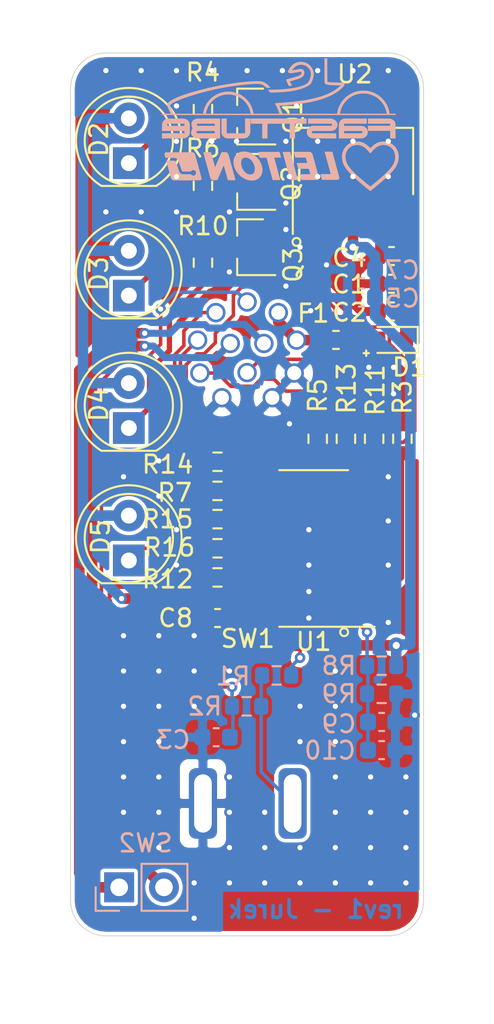
<source format=kicad_pcb>
(kicad_pcb (version 20171130) (host pcbnew "(5.1.12-1-10_14)")

  (general
    (thickness 1.6002)
    (drawings 14)
    (tracks 342)
    (zones 0)
    (modules 41)
    (nets 30)
  )

  (page A4)
  (layers
    (0 Front signal)
    (31 Back signal)
    (32 B.Adhes user)
    (33 F.Adhes user)
    (34 B.Paste user)
    (35 F.Paste user)
    (36 B.SilkS user)
    (37 F.SilkS user)
    (38 B.Mask user)
    (39 F.Mask user)
    (40 Dwgs.User user)
    (41 Cmts.User user)
    (42 Eco1.User user)
    (43 Eco2.User user)
    (44 Edge.Cuts user)
    (45 Margin user)
    (46 B.CrtYd user)
    (47 F.CrtYd user)
    (48 B.Fab user)
    (49 F.Fab user hide)
  )

  (setup
    (last_trace_width 0.127)
    (user_trace_width 0.2)
    (user_trace_width 0.3)
    (user_trace_width 0.4)
    (user_trace_width 0.6)
    (trace_clearance 0.127)
    (zone_clearance 0.108)
    (zone_45_only no)
    (trace_min 0.127)
    (via_size 0.6)
    (via_drill 0.3)
    (via_min_size 0.6)
    (via_min_drill 0.3)
    (user_via 0.6 0.3)
    (user_via 0.9 0.4)
    (uvia_size 0.6858)
    (uvia_drill 0.3302)
    (uvias_allowed no)
    (uvia_min_size 0.2)
    (uvia_min_drill 0.1)
    (edge_width 0.05)
    (segment_width 0.2)
    (pcb_text_width 0.3)
    (pcb_text_size 1.5 1.5)
    (mod_edge_width 0.12)
    (mod_text_size 1 1)
    (mod_text_width 0.15)
    (pad_size 1.524 1.524)
    (pad_drill 0.762)
    (pad_to_mask_clearance 0)
    (solder_mask_min_width 0.12)
    (aux_axis_origin 80 60)
    (visible_elements FFFFFF7F)
    (pcbplotparams
      (layerselection 0x010fc_ffffffff)
      (usegerberextensions false)
      (usegerberattributes true)
      (usegerberadvancedattributes true)
      (creategerberjobfile true)
      (excludeedgelayer true)
      (linewidth 0.100000)
      (plotframeref false)
      (viasonmask false)
      (mode 1)
      (useauxorigin false)
      (hpglpennumber 1)
      (hpglpenspeed 20)
      (hpglpendiameter 15.000000)
      (psnegative false)
      (psa4output false)
      (plotreference true)
      (plotvalue true)
      (plotinvisibletext false)
      (padsonsilk false)
      (subtractmaskfromsilk false)
      (outputformat 1)
      (mirror false)
      (drillshape 0)
      (scaleselection 1)
      (outputdirectory "Gerbers"))
  )

  (net 0 "")
  (net 1 GND)
  (net 2 "Net-(C1-Pad1)")
  (net 3 BTN_TS)
  (net 4 +5V)
  (net 5 CLK)
  (net 6 +12V)
  (net 7 "Net-(D5-Pad1)")
  (net 8 ASB_LED)
  (net 9 AMS_LED)
  (net 10 TSOFF_LED)
  (net 11 SDC_IN)
  (net 12 SDC_OUT)
  (net 13 IDM_LED)
  (net 14 "Net-(R1-Pad2)")
  (net 15 "Net-(J1-Pad9)")
  (net 16 "Net-(J1-Pad8)")
  (net 17 "Net-(J1-Pad7)")
  (net 18 "Net-(J1-Pad10)")
  (net 19 "Net-(R16-Pad2)")
  (net 20 "Net-(D2-Pad1)")
  (net 21 "Net-(D3-Pad1)")
  (net 22 "Net-(D4-Pad1)")
  (net 23 "Net-(F1-Pad1)")
  (net 24 "Net-(Q1-Pad1)")
  (net 25 "Net-(Q2-Pad1)")
  (net 26 "Net-(Q3-Pad1)")
  (net 27 "Net-(Q1-Pad3)")
  (net 28 "Net-(Q2-Pad3)")
  (net 29 "Net-(Q3-Pad3)")

  (net_class Default "This is the default net class."
    (clearance 0.127)
    (trace_width 0.127)
    (via_dia 0.6)
    (via_drill 0.3)
    (uvia_dia 0.6858)
    (uvia_drill 0.3302)
    (diff_pair_width 0.1524)
    (diff_pair_gap 0.254)
    (add_net +12V)
    (add_net +5V)
    (add_net AMS_LED)
    (add_net ASB_LED)
    (add_net BTN_TS)
    (add_net CLK)
    (add_net GND)
    (add_net IDM_LED)
    (add_net "Net-(C1-Pad1)")
    (add_net "Net-(D2-Pad1)")
    (add_net "Net-(D3-Pad1)")
    (add_net "Net-(D4-Pad1)")
    (add_net "Net-(D5-Pad1)")
    (add_net "Net-(F1-Pad1)")
    (add_net "Net-(J1-Pad10)")
    (add_net "Net-(J1-Pad7)")
    (add_net "Net-(J1-Pad8)")
    (add_net "Net-(J1-Pad9)")
    (add_net "Net-(Q1-Pad1)")
    (add_net "Net-(Q1-Pad3)")
    (add_net "Net-(Q2-Pad1)")
    (add_net "Net-(Q2-Pad3)")
    (add_net "Net-(Q3-Pad1)")
    (add_net "Net-(Q3-Pad3)")
    (add_net "Net-(R1-Pad2)")
    (add_net "Net-(R16-Pad2)")
    (add_net SDC_IN)
    (add_net SDC_OUT)
    (add_net TSOFF_LED)
  )

  (module Binder:leitonLogo-small (layer Back) (tedit 0) (tstamp 61E4A7A8)
    (at 92 66.4 180)
    (fp_text reference G*** (at 0 0) (layer B.SilkS) hide
      (effects (font (size 1.524 1.524) (thickness 0.3)) (justify mirror))
    )
    (fp_text value LOGO (at 0.75 0) (layer B.SilkS) hide
      (effects (font (size 1.524 1.524) (thickness 0.3)) (justify mirror))
    )
    (fp_poly (pts (xy -2.403126 0.789707) (xy -2.405483 0.780814) (xy -2.410871 0.760783) (xy -2.419016 0.730626)
      (xy -2.429643 0.691354) (xy -2.442477 0.643976) (xy -2.457244 0.589503) (xy -2.473669 0.528947)
      (xy -2.491477 0.463317) (xy -2.510395 0.393625) (xy -2.530147 0.32088) (xy -2.550458 0.246094)
      (xy -2.571055 0.170278) (xy -2.591663 0.094441) (xy -2.612006 0.019594) (xy -2.631811 -0.053251)
      (xy -2.650803 -0.123084) (xy -2.668707 -0.188896) (xy -2.685249 -0.249674) (xy -2.700154 -0.304409)
      (xy -2.713147 -0.352089) (xy -2.723954 -0.391705) (xy -2.7323 -0.422245) (xy -2.737911 -0.442699)
      (xy -2.740512 -0.452056) (xy -2.740625 -0.452437) (xy -2.740837 -0.45504) (xy -2.739016 -0.457203)
      (xy -2.734103 -0.458966) (xy -2.725039 -0.460369) (xy -2.710766 -0.461455) (xy -2.690224 -0.462262)
      (xy -2.662356 -0.462832) (xy -2.626102 -0.463205) (xy -2.580404 -0.463422) (xy -2.524203 -0.463523)
      (xy -2.45644 -0.463549) (xy -2.450849 -0.46355) (xy -2.379693 -0.463615) (xy -2.320343 -0.463828)
      (xy -2.271909 -0.464214) (xy -2.233497 -0.464795) (xy -2.204215 -0.465598) (xy -2.183171 -0.466645)
      (xy -2.169473 -0.467962) (xy -2.162229 -0.469573) (xy -2.160539 -0.471487) (xy -2.162939 -0.479611)
      (xy -2.168145 -0.498226) (xy -2.17567 -0.525559) (xy -2.185028 -0.559836) (xy -2.19573 -0.599281)
      (xy -2.204081 -0.630201) (xy -2.244725 -0.780977) (xy -2.692643 -0.781013) (xy -3.14056 -0.78105)
      (xy -3.168893 -0.766762) (xy -3.196759 -0.74613) (xy -3.215498 -0.718184) (xy -3.223713 -0.685493)
      (xy -3.223279 -0.66675) (xy -3.221193 -0.657) (xy -3.215969 -0.635796) (xy -3.207819 -0.603935)
      (xy -3.196956 -0.562213) (xy -3.183591 -0.511427) (xy -3.167937 -0.452372) (xy -3.150205 -0.385846)
      (xy -3.130607 -0.312645) (xy -3.109356 -0.233565) (xy -3.086664 -0.149403) (xy -3.062742 -0.060956)
      (xy -3.037803 0.030981) (xy -3.023783 0.08255) (xy -2.827683 0.803275) (xy -2.398881 0.806621)
      (xy -2.403126 0.789707)) (layer B.SilkS) (width 0.01))
    (fp_poly (pts (xy -0.390351 0.799573) (xy -0.356526 0.799094) (xy -0.317323 0.798327) (xy -0.27454 0.797322)
      (xy -0.229975 0.796131) (xy -0.185424 0.794805) (xy -0.142685 0.793393) (xy -0.103555 0.791949)
      (xy -0.069832 0.790522) (xy -0.043312 0.789163) (xy -0.025792 0.787923) (xy -0.019071 0.786853)
      (xy -0.01905 0.786798) (xy -0.020686 0.780172) (xy -0.025462 0.762024) (xy -0.03318 0.733087)
      (xy -0.043642 0.694092) (xy -0.05665 0.645773) (xy -0.072006 0.588861) (xy -0.089513 0.524089)
      (xy -0.108972 0.452188) (xy -0.130186 0.373891) (xy -0.152956 0.289929) (xy -0.177085 0.201036)
      (xy -0.202375 0.107943) (xy -0.228628 0.011382) (xy -0.231775 -0.000189) (xy -0.258121 -0.097062)
      (xy -0.283527 -0.190521) (xy -0.307797 -0.279838) (xy -0.330732 -0.364281) (xy -0.352135 -0.443124)
      (xy -0.371808 -0.515635) (xy -0.389554 -0.581085) (xy -0.405174 -0.638747) (xy -0.418471 -0.687889)
      (xy -0.429248 -0.727784) (xy -0.437306 -0.757701) (xy -0.442448 -0.776911) (xy -0.444476 -0.784685)
      (xy -0.4445 -0.784816) (xy -0.450606 -0.78543) (xy -0.467942 -0.785991) (xy -0.495041 -0.786483)
      (xy -0.530433 -0.786887) (xy -0.57265 -0.787185) (xy -0.620222 -0.78736) (xy -0.657225 -0.7874)
      (xy -0.719571 -0.787267) (xy -0.769983 -0.786853) (xy -0.809226 -0.786131) (xy -0.838063 -0.785075)
      (xy -0.857258 -0.783659) (xy -0.867575 -0.781858) (xy -0.86995 -0.780156) (xy -0.868324 -0.773329)
      (xy -0.863605 -0.755164) (xy -0.856033 -0.726546) (xy -0.845849 -0.68836) (xy -0.833292 -0.641491)
      (xy -0.818602 -0.586824) (xy -0.802019 -0.525243) (xy -0.783784 -0.457633) (xy -0.764137 -0.384878)
      (xy -0.743317 -0.307864) (xy -0.721564 -0.227475) (xy -0.699119 -0.144596) (xy -0.676221 -0.060111)
      (xy -0.653111 0.025095) (xy -0.630028 0.110137) (xy -0.607213 0.19413) (xy -0.584905 0.276189)
      (xy -0.563345 0.355431) (xy -0.542773 0.43097) (xy -0.523428 0.501922) (xy -0.505551 0.567401)
      (xy -0.489381 0.626523) (xy -0.475159 0.678404) (xy -0.463125 0.722159) (xy -0.453519 0.756902)
      (xy -0.44658 0.78175) (xy -0.442549 0.795817) (xy -0.441594 0.798772) (xy -0.434683 0.799463)
      (xy -0.417003 0.799713) (xy -0.390351 0.799573)) (layer B.SilkS) (width 0.01))
    (fp_poly (pts (xy -0.898671 0.79892) (xy -0.837479 0.798744) (xy -0.783082 0.798451) (xy -0.736472 0.798046)
      (xy -0.698644 0.797538) (xy -0.670589 0.796931) (xy -0.6533 0.796235) (xy -0.647753 0.795497)
      (xy -0.649379 0.787685) (xy -0.653845 0.769845) (xy -0.660597 0.743995) (xy -0.669083 0.712155)
      (xy -0.678749 0.676344) (xy -0.689042 0.638581) (xy -0.69941 0.600885) (xy -0.7093 0.565275)
      (xy -0.718158 0.533771) (xy -0.725432 0.50839) (xy -0.730569 0.491153) (xy -0.733015 0.484078)
      (xy -0.733053 0.484031) (xy -0.739806 0.483417) (xy -0.757999 0.482811) (xy -0.78637 0.482229)
      (xy -0.823659 0.481688) (xy -0.868604 0.481202) (xy -0.919947 0.480789) (xy -0.976424 0.480464)
      (xy -1.032471 0.480254) (xy -1.32894 0.479425) (xy -1.371417 0.322263) (xy -1.413894 0.1651)
      (xy -1.115781 0.1651) (xy -1.04648 0.165078) (xy -0.988826 0.164986) (xy -0.941769 0.164783)
      (xy -0.904258 0.16443) (xy -0.87524 0.163888) (xy -0.853665 0.163117) (xy -0.83848 0.162077)
      (xy -0.828635 0.160729) (xy -0.823077 0.159034) (xy -0.820755 0.156951) (xy -0.820617 0.15444)
      (xy -0.82073 0.153988) (xy -0.823197 0.144922) (xy -0.828477 0.12544) (xy -0.836072 0.097388)
      (xy -0.845483 0.062609) (xy -0.856209 0.02295) (xy -0.863684 -0.0047) (xy -0.903578 -0.152276)
      (xy -1.202614 -0.153925) (xy -1.501649 -0.155575) (xy -1.585479 -0.466725) (xy -1.287384 -0.468375)
      (xy -1.215355 -0.468841) (xy -1.155157 -0.469391) (xy -1.105921 -0.470054) (xy -1.066778 -0.470858)
      (xy -1.036858 -0.47183) (xy -1.015294 -0.472999) (xy -1.001216 -0.474393) (xy -0.993755 -0.476039)
      (xy -0.992017 -0.4779) (xy -0.994371 -0.486005) (xy -0.999537 -0.504601) (xy -1.007032 -0.531917)
      (xy -1.016369 -0.566179) (xy -1.027064 -0.605614) (xy -1.035433 -0.636587) (xy -1.076122 -0.7874)
      (xy -1.523899 -0.787121) (xy -1.613654 -0.787023) (xy -1.691536 -0.786839) (xy -1.758368 -0.786553)
      (xy -1.814975 -0.786149) (xy -1.862184 -0.785612) (xy -1.90082 -0.784926) (xy -1.931707 -0.784076)
      (xy -1.955671 -0.783046) (xy -1.973537 -0.781821) (xy -1.986131 -0.780384) (xy -1.994278 -0.77872)
      (xy -1.995908 -0.7782) (xy -2.028505 -0.760868) (xy -2.050956 -0.735972) (xy -2.062939 -0.703971)
      (xy -2.064965 -0.679935) (xy -2.063312 -0.670969) (xy -2.058579 -0.650729) (xy -2.051028 -0.620194)
      (xy -2.04092 -0.580344) (xy -2.028519 -0.532157) (xy -2.014085 -0.476612) (xy -1.99788 -0.414688)
      (xy -1.980167 -0.347364) (xy -1.961206 -0.275619) (xy -1.941261 -0.200432) (xy -1.920592 -0.122781)
      (xy -1.899462 -0.043647) (xy -1.878132 0.035993) (xy -1.856865 0.11516) (xy -1.835922 0.192874)
      (xy -1.815565 0.268157) (xy -1.796056 0.340029) (xy -1.777657 0.407512) (xy -1.760629 0.469627)
      (xy -1.745235 0.525395) (xy -1.731736 0.573837) (xy -1.720395 0.613974) (xy -1.711472 0.644827)
      (xy -1.70523 0.665417) (xy -1.704429 0.667905) (xy -1.684554 0.708998) (xy -1.653995 0.745503)
      (xy -1.615507 0.7747) (xy -1.578479 0.796925) (xy -1.11309 0.798672) (xy -1.03747 0.79889)
      (xy -0.965666 0.798971) (xy -0.898671 0.79892)) (layer B.SilkS) (width 0.01))
    (fp_poly (pts (xy 1.113452 0.792563) (xy 1.173778 0.792369) (xy 1.224548 0.792047) (xy 1.266391 0.791591)
      (xy 1.299934 0.790995) (xy 1.325806 0.790252) (xy 1.344636 0.789355) (xy 1.357054 0.788298)
      (xy 1.363686 0.787074) (xy 1.36525 0.785962) (xy 1.36365 0.7777) (xy 1.359182 0.759142)
      (xy 1.352344 0.732239) (xy 1.343634 0.698941) (xy 1.333551 0.661197) (xy 1.330791 0.650993)
      (xy 1.319899 0.610766) (xy 1.30968 0.572943) (xy 1.300773 0.539891) (xy 1.293815 0.513977)
      (xy 1.289445 0.49757) (xy 1.289026 0.495975) (xy 1.281718 0.468075) (xy 1.087763 0.470575)
      (xy 0.893807 0.473075) (xy 0.721617 -0.160337) (xy 0.549428 -0.79375) (xy 0.334611 -0.79375)
      (xy 0.276685 -0.793716) (xy 0.230229 -0.793572) (xy 0.194013 -0.793253) (xy 0.166809 -0.792694)
      (xy 0.147386 -0.79183) (xy 0.134514 -0.790598) (xy 0.126964 -0.788932) (xy 0.123506 -0.786768)
      (xy 0.12291 -0.784041) (xy 0.123241 -0.782637) (xy 0.125435 -0.774816) (xy 0.13068 -0.755751)
      (xy 0.138699 -0.726455) (xy 0.149217 -0.68794) (xy 0.161959 -0.641221) (xy 0.17665 -0.587309)
      (xy 0.193015 -0.527218) (xy 0.210778 -0.461961) (xy 0.229664 -0.39255) (xy 0.249397 -0.319998)
      (xy 0.269703 -0.245319) (xy 0.290306 -0.169525) (xy 0.31093 -0.093629) (xy 0.331301 -0.018645)
      (xy 0.351143 0.054416) (xy 0.370181 0.124539) (xy 0.38814 0.190712) (xy 0.404743 0.251923)
      (xy 0.419717 0.307157) (xy 0.432785 0.355403) (xy 0.443673 0.395647) (xy 0.452104 0.426877)
      (xy 0.457805 0.448079) (xy 0.460498 0.458241) (xy 0.460613 0.458695) (xy 0.46488 0.476065)
      (xy 0.271447 0.477745) (xy 0.078015 0.479425) (xy 0.120391 0.635) (xy 0.162766 0.790575)
      (xy 0.764008 0.792195) (xy 0.868847 0.792446) (xy 0.961614 0.792595) (xy 1.04294 0.792636)
      (xy 1.113452 0.792563)) (layer B.SilkS) (width 0.01))
    (fp_poly (pts (xy 3.342903 0.780959) (xy 3.372907 0.780536) (xy 3.394426 0.779555) (xy 3.409569 0.777792)
      (xy 3.420442 0.775021) (xy 3.429154 0.771016) (xy 3.435998 0.766763) (xy 3.440922 0.763509)
      (xy 3.445406 0.760188) (xy 3.449821 0.756002) (xy 3.454535 0.750151) (xy 3.459919 0.741836)
      (xy 3.466341 0.730257) (xy 3.47417 0.714615) (xy 3.483778 0.694111) (xy 3.495532 0.667945)
      (xy 3.509802 0.635318) (xy 3.526958 0.595431) (xy 3.547369 0.547484) (xy 3.571405 0.490678)
      (xy 3.599434 0.424213) (xy 3.631827 0.347291) (xy 3.651826 0.299789) (xy 3.679509 0.234263)
      (xy 3.705777 0.172522) (xy 3.730218 0.115508) (xy 3.752418 0.064166) (xy 3.771964 0.019439)
      (xy 3.788442 -0.017731) (xy 3.80144 -0.0464) (xy 3.810544 -0.065626) (xy 3.81534 -0.074464)
      (xy 3.815968 -0.074861) (xy 3.818097 -0.067499) (xy 3.823282 -0.048897) (xy 3.831247 -0.020069)
      (xy 3.841712 0.017973) (xy 3.854401 0.064213) (xy 3.869035 0.117639) (xy 3.885335 0.177236)
      (xy 3.903025 0.241991) (xy 3.921825 0.310889) (xy 3.934015 0.3556) (xy 4.049102 0.777875)
      (xy 4.262926 0.779547) (xy 4.313596 0.779846) (xy 4.35998 0.77993) (xy 4.400613 0.779813)
      (xy 4.434028 0.779506) (xy 4.458762 0.779022) (xy 4.473349 0.778372) (xy 4.47675 0.777789)
      (xy 4.475098 0.770346) (xy 4.470311 0.751585) (xy 4.462642 0.72243) (xy 4.452345 0.683802)
      (xy 4.439672 0.636625) (xy 4.424876 0.581821) (xy 4.408211 0.520311) (xy 4.389928 0.45302)
      (xy 4.370283 0.380868) (xy 4.349526 0.30478) (xy 4.327912 0.225676) (xy 4.305694 0.144481)
      (xy 4.283124 0.062115) (xy 4.260456 -0.020497) (xy 4.237942 -0.102435) (xy 4.215836 -0.182775)
      (xy 4.194391 -0.260594) (xy 4.173859 -0.334971) (xy 4.154495 -0.404982) (xy 4.13655 -0.469706)
      (xy 4.120278 -0.52822) (xy 4.105931 -0.579601) (xy 4.093764 -0.622926) (xy 4.084029 -0.657274)
      (xy 4.076979 -0.681722) (xy 4.072866 -0.695347) (xy 4.072002 -0.69779) (xy 4.052401 -0.72802)
      (xy 4.024335 -0.756791) (xy 3.991851 -0.780457) (xy 3.966548 -0.79284) (xy 3.950211 -0.798322)
      (xy 3.933634 -0.802131) (xy 3.914028 -0.804556) (xy 3.888606 -0.805883) (xy 3.85458 -0.806403)
      (xy 3.834957 -0.80645) (xy 3.791499 -0.806018) (xy 3.758472 -0.804387) (xy 3.733628 -0.801053)
      (xy 3.714716 -0.795509) (xy 3.699487 -0.787251) (xy 3.685693 -0.775774) (xy 3.681976 -0.772111)
      (xy 3.675382 -0.761963) (xy 3.664056 -0.740069) (xy 3.648014 -0.706464) (xy 3.627271 -0.661183)
      (xy 3.601842 -0.60426) (xy 3.571744 -0.535729) (xy 3.536992 -0.455624) (xy 3.498641 -0.36641)
      (xy 3.4701 -0.299806) (xy 3.442912 -0.236438) (xy 3.417508 -0.177306) (xy 3.394319 -0.12341)
      (xy 3.373775 -0.075748) (xy 3.356309 -0.035319) (xy 3.342351 -0.003125) (xy 3.332332 0.019837)
      (xy 3.326682 0.032566) (xy 3.325686 0.034679) (xy 3.323745 0.035022) (xy 3.32065 0.030097)
      (xy 3.316189 0.019193) (xy 3.31015 0.001598) (xy 3.302321 -0.023398) (xy 3.29249 -0.056508)
      (xy 3.280446 -0.098442) (xy 3.265976 -0.149912) (xy 3.24887 -0.211629) (xy 3.228914 -0.284304)
      (xy 3.209385 -0.355846) (xy 3.190351 -0.425683) (xy 3.172153 -0.492403) (xy 3.155088 -0.554911)
      (xy 3.139456 -0.612115) (xy 3.125556 -0.662923) (xy 3.113687 -0.706242) (xy 3.104148 -0.740978)
      (xy 3.097238 -0.76604) (xy 3.093256 -0.780334) (xy 3.092596 -0.782637) (xy 3.087703 -0.797011)
      (xy 3.081433 -0.803776) (xy 3.069606 -0.80546) (xy 3.055682 -0.804963) (xy 3.041597 -0.804515)
      (xy 3.01676 -0.803992) (xy 2.983119 -0.803424) (xy 2.942622 -0.802841) (xy 2.897216 -0.802273)
      (xy 2.84885 -0.80175) (xy 2.842815 -0.80169) (xy 2.789787 -0.801128) (xy 2.748133 -0.800533)
      (xy 2.716529 -0.799812) (xy 2.69365 -0.798869) (xy 2.678171 -0.797611) (xy 2.668766 -0.795943)
      (xy 2.664111 -0.79377) (xy 2.662881 -0.790997) (xy 2.663271 -0.788889) (xy 2.665348 -0.781438)
      (xy 2.670536 -0.762505) (xy 2.678625 -0.732867) (xy 2.689405 -0.693297) (xy 2.702663 -0.644573)
      (xy 2.718191 -0.58747) (xy 2.735776 -0.522763) (xy 2.755208 -0.451229) (xy 2.776276 -0.373643)
      (xy 2.79877 -0.29078) (xy 2.822477 -0.203418) (xy 2.847188 -0.11233) (xy 2.860433 -0.0635)
      (xy 2.885677 0.029459) (xy 2.910124 0.119243) (xy 2.933555 0.205062) (xy 2.955752 0.286126)
      (xy 2.976496 0.361646) (xy 2.995569 0.430831) (xy 3.012751 0.492892) (xy 3.027826 0.547038)
      (xy 3.040574 0.592479) (xy 3.050776 0.628426) (xy 3.058215 0.654088) (xy 3.062672 0.668676)
      (xy 3.063716 0.671576) (xy 3.080788 0.698753) (xy 3.105749 0.726441) (xy 3.134604 0.750676)
      (xy 3.157724 0.76487) (xy 3.170022 0.770705) (xy 3.181469 0.774938) (xy 3.194353 0.777826)
      (xy 3.210965 0.779625) (xy 3.233591 0.780592) (xy 3.264522 0.780981) (xy 3.302307 0.78105)
      (xy 3.342903 0.780959)) (layer B.SilkS) (width 0.01))
    (fp_poly (pts (xy 5.842845 0.773239) (xy 6.600825 0.771525) (xy 6.624834 0.756598) (xy 6.649235 0.734561)
      (xy 6.666346 0.705238) (xy 6.67372 0.673025) (xy 6.673836 0.668591) (xy 6.672169 0.653756)
      (xy 6.667605 0.629706) (xy 6.660785 0.599424) (xy 6.652347 0.565892) (xy 6.649591 0.555625)
      (xy 6.62536 0.466725) (xy 6.346392 0.463511) (xy 6.277482 0.462658) (xy 6.220109 0.461793)
      (xy 6.173109 0.460867) (xy 6.135321 0.459828) (xy 6.105581 0.458626) (xy 6.082726 0.457209)
      (xy 6.065592 0.455527) (xy 6.053018 0.45353) (xy 6.04384 0.451165) (xy 6.041014 0.450165)
      (xy 5.987082 0.423598) (xy 5.943009 0.389043) (xy 5.908748 0.346459) (xy 5.89702 0.325666)
      (xy 5.891902 0.313389) (xy 5.883363 0.290403) (xy 5.871876 0.258087) (xy 5.857916 0.21782)
      (xy 5.841958 0.170981) (xy 5.824477 0.118949) (xy 5.805946 0.063101) (xy 5.791485 0.01905)
      (xy 5.772734 -0.038043) (xy 5.754907 -0.091769) (xy 5.738441 -0.140847) (xy 5.723773 -0.183998)
      (xy 5.711343 -0.219942) (xy 5.701588 -0.247398) (xy 5.694945 -0.265088) (xy 5.692144 -0.27138)
      (xy 5.680966 -0.282935) (xy 5.663585 -0.295205) (xy 5.656169 -0.299336) (xy 5.648705 -0.302998)
      (xy 5.641232 -0.305915) (xy 5.63235 -0.308141) (xy 5.620655 -0.309729) (xy 5.604746 -0.310734)
      (xy 5.58322 -0.31121) (xy 5.554675 -0.31121) (xy 5.517709 -0.31079) (xy 5.470919 -0.310003)
      (xy 5.412903 -0.308903) (xy 5.409718 -0.308841) (xy 5.190162 -0.304597) (xy 5.158849 -0.274416)
      (xy 5.122057 -0.247093) (xy 5.081078 -0.231651) (xy 5.03667 -0.228274) (xy 4.996374 -0.235142)
      (xy 4.973324 -0.245971) (xy 4.948097 -0.26467) (xy 4.92437 -0.287838) (xy 4.905819 -0.312074)
      (xy 4.898835 -0.325388) (xy 4.888528 -0.366086) (xy 4.889072 -0.408579) (xy 4.899736 -0.449868)
      (xy 4.919789 -0.486957) (xy 4.944843 -0.513925) (xy 4.975805 -0.533175) (xy 5.012302 -0.546051)
      (xy 5.049112 -0.550993) (xy 5.065764 -0.550034) (xy 5.096491 -0.54189) (xy 5.128243 -0.527061)
      (xy 5.15621 -0.508187) (xy 5.173382 -0.490974) (xy 5.189038 -0.470449) (xy 5.437731 -0.468587)
      (xy 5.686425 -0.466725) (xy 5.722112 -0.449991) (xy 5.766898 -0.422926) (xy 5.806143 -0.387363)
      (xy 5.830603 -0.3556) (xy 5.837097 -0.342373) (xy 5.847076 -0.317832) (xy 5.86025 -0.282789)
      (xy 5.876329 -0.238056) (xy 5.895021 -0.184444) (xy 5.916035 -0.122766) (xy 5.939081 -0.053833)
      (xy 5.944006 -0.038951) (xy 5.963266 0.019194) (xy 5.981473 0.073884) (xy 5.998212 0.123889)
      (xy 6.013065 0.167977) (xy 6.025617 0.204916) (xy 6.03545 0.233476) (xy 6.042149 0.252426)
      (xy 6.045289 0.260519) (xy 6.054559 0.271241) (xy 6.069606 0.28309) (xy 6.072856 0.285183)
      (xy 6.07875 0.288571) (xy 6.085239 0.291328) (xy 6.093618 0.293517) (xy 6.105181 0.295206)
      (xy 6.121225 0.296458) (xy 6.143043 0.297338) (xy 6.171931 0.297913) (xy 6.209184 0.298246)
      (xy 6.256096 0.298403) (xy 6.313963 0.298449) (xy 6.336889 0.29845) (xy 6.398819 0.298422)
      (xy 6.44921 0.298299) (xy 6.489224 0.298029) (xy 6.520022 0.297558) (xy 6.542766 0.296831)
      (xy 6.558618 0.295795) (xy 6.568738 0.294396) (xy 6.574288 0.292579) (xy 6.57643 0.290292)
      (xy 6.576325 0.28748) (xy 6.576286 0.287338) (xy 6.574155 0.279585) (xy 6.568954 0.260531)
      (xy 6.560942 0.231127) (xy 6.550378 0.192329) (xy 6.537522 0.14509) (xy 6.522634 0.090363)
      (xy 6.505972 0.029103) (xy 6.487797 -0.037739) (xy 6.468368 -0.109206) (xy 6.447943 -0.184347)
      (xy 6.442104 -0.20583) (xy 6.421274 -0.282219) (xy 6.401163 -0.355469) (xy 6.382051 -0.424595)
      (xy 6.364217 -0.488609) (xy 6.34794 -0.546523) (xy 6.3335 -0.597352) (xy 6.321175 -0.640108)
      (xy 6.311245 -0.673805) (xy 6.30399 -0.697454) (xy 6.299687 -0.71007) (xy 6.299113 -0.71137)
      (xy 6.282188 -0.735797) (xy 6.257483 -0.761012) (xy 6.229144 -0.783438) (xy 6.201317 -0.799499)
      (xy 6.193257 -0.80269) (xy 6.18748 -0.804319) (xy 6.17979 -0.805761) (xy 6.169452 -0.807025)
      (xy 6.155733 -0.808121) (xy 6.137898 -0.809057) (xy 6.115211 -0.809844) (xy 6.086939 -0.81049)
      (xy 6.052347 -0.811006) (xy 6.0107 -0.8114) (xy 5.961264 -0.811682) (xy 5.903305 -0.811861)
      (xy 5.836087 -0.811947) (xy 5.758877 -0.81195) (xy 5.670939 -0.811878) (xy 5.57154 -0.81174)
      (xy 5.496381 -0.811614) (xy 5.403212 -0.811415) (xy 5.312136 -0.811158) (xy 5.224141 -0.810848)
      (xy 5.140216 -0.810492) (xy 5.061351 -0.810095) (xy 4.988534 -0.809665) (xy 4.922755 -0.809206)
      (xy 4.865001 -0.808726) (xy 4.816263 -0.808231) (xy 4.777529 -0.807726) (xy 4.749788 -0.807218)
      (xy 4.7371 -0.806851) (xy 4.700165 -0.805232) (xy 4.673546 -0.803453) (xy 4.654857 -0.801137)
      (xy 4.641715 -0.797907) (xy 4.631737 -0.793384) (xy 4.62517 -0.789112) (xy 4.602658 -0.765631)
      (xy 4.588667 -0.734857) (xy 4.5847 -0.705626) (xy 4.586346 -0.696258) (xy 4.591111 -0.675624)
      (xy 4.59873 -0.644695) (xy 4.60894 -0.604447) (xy 4.621479 -0.555854) (xy 4.636084 -0.49989)
      (xy 4.65249 -0.437528) (xy 4.670435 -0.369743) (xy 4.689655 -0.297508) (xy 4.709888 -0.221799)
      (xy 4.73087 -0.143589) (xy 4.752339 -0.063852) (xy 4.77403 0.016438) (xy 4.795681 0.096307)
      (xy 4.817028 0.17478) (xy 4.837809 0.250884) (xy 4.857761 0.323645) (xy 4.876619 0.392088)
      (xy 4.894121 0.45524) (xy 4.910003 0.512126) (xy 4.924004 0.561772) (xy 4.935858 0.603205)
      (xy 4.945304 0.635449) (xy 4.952078 0.657532) (xy 4.955916 0.668479) (xy 4.956016 0.668694)
      (xy 4.975963 0.699455) (xy 5.004356 0.728582) (xy 5.03714 0.752208) (xy 5.051283 0.759578)
      (xy 5.084865 0.774952) (xy 5.842845 0.773239)) (layer B.SilkS) (width 0.01))
    (fp_poly (pts (xy 2.2266 0.81418) (xy 2.27836 0.809775) (xy 2.314575 0.803761) (xy 2.398915 0.77922)
      (xy 2.47604 0.744366) (xy 2.545482 0.699645) (xy 2.606776 0.645502) (xy 2.659455 0.582382)
      (xy 2.703053 0.51073) (xy 2.737103 0.430992) (xy 2.750644 0.38735) (xy 2.755887 0.366991)
      (xy 2.759719 0.348156) (xy 2.762347 0.328302) (xy 2.763975 0.304886) (xy 2.76481 0.275362)
      (xy 2.765057 0.237187) (xy 2.76501 0.20955) (xy 2.764771 0.166159) (xy 2.764191 0.132687)
      (xy 2.76298 0.106352) (xy 2.760846 0.084373) (xy 2.757501 0.063968) (xy 2.752653 0.042357)
      (xy 2.746012 0.016758) (xy 2.744165 0.00988) (xy 2.70754 -0.101744) (xy 2.658888 -0.209612)
      (xy 2.598464 -0.3132) (xy 2.560201 -0.3683) (xy 2.536004 -0.398442) (xy 2.504141 -0.43413)
      (xy 2.466945 -0.473081) (xy 2.42675 -0.513013) (xy 2.385891 -0.551643) (xy 2.3467 -0.586689)
      (xy 2.311512 -0.615867) (xy 2.29235 -0.630281) (xy 2.255154 -0.654727) (xy 2.210164 -0.681148)
      (xy 2.160734 -0.70783) (xy 2.110221 -0.733057) (xy 2.061981 -0.755115) (xy 2.019369 -0.772287)
      (xy 2.004085 -0.777589) (xy 1.936194 -0.796428) (xy 1.864389 -0.810565) (xy 1.792114 -0.81961)
      (xy 1.722812 -0.823171) (xy 1.659923 -0.820857) (xy 1.641475 -0.81878) (xy 1.554709 -0.801248)
      (xy 1.47396 -0.773132) (xy 1.399922 -0.734946) (xy 1.333288 -0.687203) (xy 1.274753 -0.630418)
      (xy 1.225009 -0.565102) (xy 1.184751 -0.491771) (xy 1.177586 -0.475445) (xy 1.154169 -0.405927)
      (xy 1.138779 -0.329173) (xy 1.131677 -0.247999) (xy 1.13296 -0.174625) (xy 1.559868 -0.174625)
      (xy 1.56224 -0.236909) (xy 1.570145 -0.289553) (xy 1.584246 -0.334648) (xy 1.605209 -0.374284)
      (xy 1.633699 -0.410552) (xy 1.635539 -0.412535) (xy 1.675009 -0.445662) (xy 1.721654 -0.469063)
      (xy 1.774199 -0.482496) (xy 1.831366 -0.485716) (xy 1.89188 -0.478477) (xy 1.929658 -0.468893)
      (xy 1.993042 -0.44323) (xy 2.053889 -0.40614) (xy 2.11132 -0.358789) (xy 2.164457 -0.302341)
      (xy 2.212418 -0.237962) (xy 2.254326 -0.166817) (xy 2.289301 -0.09007) (xy 2.316464 -0.008887)
      (xy 2.33332 0.065948) (xy 2.342218 0.141748) (xy 2.341754 0.211377) (xy 2.332361 0.274268)
      (xy 2.314473 0.32985) (xy 2.288523 0.377556) (xy 2.254946 0.416816) (xy 2.214173 0.447061)
      (xy 2.16664 0.467723) (xy 2.112779 0.478233) (xy 2.053023 0.478021) (xy 2.022418 0.473952)
      (xy 1.954736 0.455932) (xy 1.889601 0.426072) (xy 1.827799 0.385111) (xy 1.770116 0.333786)
      (xy 1.717338 0.272835) (xy 1.670251 0.202995) (xy 1.62964 0.125004) (xy 1.615454 0.091863)
      (xy 1.585514 0.004825) (xy 1.56715 -0.079646) (xy 1.559995 -0.163306) (xy 1.559868 -0.174625)
      (xy 1.13296 -0.174625) (xy 1.133125 -0.165218) (xy 1.141885 -0.092075) (xy 1.166566 0.014872)
      (xy 1.202937 0.118791) (xy 1.250175 0.218837) (xy 1.307459 0.314163) (xy 1.373968 0.403923)
      (xy 1.448878 0.487268) (xy 1.531369 0.563353) (xy 1.620618 0.63133) (xy 1.715804 0.690354)
      (xy 1.816105 0.739576) (xy 1.920699 0.77815) (xy 2.008836 0.801187) (xy 2.056944 0.80896)
      (xy 2.111921 0.813739) (xy 2.169797 0.81549) (xy 2.2266 0.81418)) (layer B.SilkS) (width 0.01))
    (fp_poly (pts (xy -4.18961 1.379941) (xy -4.137779 1.37724) (xy -4.092916 1.372458) (xy -4.074987 1.369429)
      (xy -3.973682 1.343297) (xy -3.87784 1.306268) (xy -3.788199 1.258967) (xy -3.705501 1.202022)
      (xy -3.630484 1.136059) (xy -3.56389 1.061703) (xy -3.506457 0.979583) (xy -3.458926 0.890324)
      (xy -3.432506 0.8255) (xy -3.404273 0.728818) (xy -3.387083 0.627322) (xy -3.380935 0.522474)
      (xy -3.385828 0.415733) (xy -3.401762 0.308559) (xy -3.428736 0.202411) (xy -3.432763 0.189662)
      (xy -3.456965 0.12318) (xy -3.487068 0.055936) (xy -3.523472 -0.012535) (xy -3.566574 -0.082697)
      (xy -3.616772 -0.155015) (xy -3.674464 -0.229953) (xy -3.740049 -0.307975) (xy -3.813924 -0.389546)
      (xy -3.896487 -0.475131) (xy -3.988136 -0.565193) (xy -4.089271 -0.660198) (xy -4.200287 -0.76061)
      (xy -4.321584 -0.866893) (xy -4.384675 -0.92107) (xy -4.428798 -0.958596) (xy -4.476403 -0.998843)
      (xy -4.526542 -1.041027) (xy -4.578267 -1.084367) (xy -4.630631 -1.12808) (xy -4.682687 -1.171382)
      (xy -4.733486 -1.213492) (xy -4.782081 -1.253626) (xy -4.827524 -1.291001) (xy -4.868869 -1.324836)
      (xy -4.905166 -1.354346) (xy -4.935469 -1.37875) (xy -4.958831 -1.397265) (xy -4.974302 -1.409108)
      (xy -4.98077 -1.413444) (xy -4.98712 -1.410155) (xy -5.002138 -1.399587) (xy -5.024735 -1.382587)
      (xy -5.05382 -1.360005) (xy -5.088304 -1.332689) (xy -5.127097 -1.301489) (xy -5.16911 -1.267253)
      (xy -5.181674 -1.256933) (xy -5.315114 -1.146622) (xy -5.438745 -1.043334) (xy -5.553031 -0.946625)
      (xy -5.658437 -0.856051) (xy -5.755427 -0.771168) (xy -5.844465 -0.691533) (xy -5.926016 -0.616702)
      (xy -6.000544 -0.546231) (xy -6.068513 -0.479676) (xy -6.130388 -0.416594) (xy -6.186632 -0.35654)
      (xy -6.23771 -0.29907) (xy -6.284087 -0.243742) (xy -6.326227 -0.19011) (xy -6.364593 -0.137732)
      (xy -6.387801 -0.104041) (xy -6.447408 -0.008125) (xy -6.495527 0.085733) (xy -6.532747 0.179402)
      (xy -6.559655 0.27475) (xy -6.576842 0.373646) (xy -6.584896 0.477959) (xy -6.585365 0.504804)
      (xy -6.39453 0.504804) (xy -6.392508 0.446853) (xy -6.387262 0.393379) (xy -6.385183 0.379581)
      (xy -6.372291 0.315827) (xy -6.354438 0.252625) (xy -6.331211 0.189446) (xy -6.30219 0.125763)
      (xy -6.266961 0.061049) (xy -6.225107 -0.005224) (xy -6.176211 -0.073584) (xy -6.119856 -0.144559)
      (xy -6.055626 -0.218674) (xy -5.983105 -0.296459) (xy -5.901875 -0.378441) (xy -5.811521 -0.465146)
      (xy -5.711626 -0.557104) (xy -5.601773 -0.65484) (xy -5.495925 -0.74657) (xy -5.451703 -0.784331)
      (xy -5.404741 -0.824152) (xy -5.35602 -0.865222) (xy -5.30652 -0.906733) (xy -5.257225 -0.947875)
      (xy -5.209114 -0.987838) (xy -5.163169 -1.025812) (xy -5.120371 -1.060989) (xy -5.081701 -1.092559)
      (xy -5.048141 -1.119711) (xy -5.020671 -1.141637) (xy -5.000274 -1.157528) (xy -4.987929 -1.166572)
      (xy -4.984643 -1.1684) (xy -4.978385 -1.164541) (xy -4.963818 -1.153733) (xy -4.942412 -1.137123)
      (xy -4.91564 -1.115863) (xy -4.884974 -1.091102) (xy -4.869307 -1.078313) (xy -4.736664 -0.969064)
      (xy -4.613959 -0.866713) (xy -4.500749 -0.770839) (xy -4.396595 -0.681022) (xy -4.301054 -0.596841)
      (xy -4.213686 -0.517874) (xy -4.13405 -0.443702) (xy -4.061703 -0.373902) (xy -3.996205 -0.308054)
      (xy -3.937114 -0.245737) (xy -3.88399 -0.18653) (xy -3.836391 -0.130012) (xy -3.793876 -0.075763)
      (xy -3.756003 -0.02336) (xy -3.74229 -0.003175) (xy -3.690611 0.08027) (xy -3.649446 0.160643)
      (xy -3.617889 0.24043) (xy -3.595034 0.322113) (xy -3.579976 0.408176) (xy -3.57493 0.45543)
      (xy -3.572476 0.551051) (xy -3.581589 0.64305) (xy -3.60187 0.730686) (xy -3.63292 0.813217)
      (xy -3.674343 0.8899) (xy -3.72574 0.959993) (xy -3.786713 1.022755) (xy -3.856864 1.077442)
      (xy -3.932069 1.121452) (xy -4.014367 1.155859) (xy -4.100673 1.178837) (xy -4.189461 1.190389)
      (xy -4.279205 1.190517) (xy -4.368377 1.179223) (xy -4.455451 1.156509) (xy -4.538899 1.122376)
      (xy -4.542368 1.12066) (xy -4.599611 1.088639) (xy -4.657024 1.049316) (xy -4.715588 1.001833)
      (xy -4.776283 0.945333) (xy -4.840091 0.878958) (xy -4.907991 0.80185) (xy -4.910821 0.798513)
      (xy -4.933865 0.77164) (xy -4.954224 0.748539) (xy -4.970438 0.730813) (xy -4.981051 0.720067)
      (xy -4.984429 0.717551) (xy -4.990072 0.722151) (xy -5.002314 0.734838) (xy -5.019626 0.753943)
      (xy -5.040479 0.777794) (xy -5.052761 0.792163) (xy -5.108999 0.857104) (xy -5.159791 0.912681)
      (xy -5.206535 0.960223) (xy -5.250632 1.001062) (xy -5.293481 1.036529) (xy -5.336482 1.067955)
      (xy -5.357601 1.082003) (xy -5.436815 1.125883) (xy -5.520648 1.158756) (xy -5.607679 1.180516)
      (xy -5.696485 1.19106) (xy -5.785644 1.190283) (xy -5.873736 1.17808) (xy -5.959338 1.154349)
      (xy -6.017842 1.130435) (xy -6.069872 1.103827) (xy -6.115263 1.075166) (xy -6.158631 1.041265)
      (xy -6.195454 1.007765) (xy -6.253565 0.945069) (xy -6.301425 0.87746) (xy -6.340185 0.803025)
      (xy -6.371 0.719853) (xy -6.372862 0.713743) (xy -6.382493 0.671701) (xy -6.389398 0.620609)
      (xy -6.393452 0.56385) (xy -6.39453 0.504804) (xy -6.585365 0.504804) (xy -6.585697 0.523767)
      (xy -6.583844 0.59697) (xy -6.577653 0.6622) (xy -6.566497 0.723629) (xy -6.549752 0.785427)
      (xy -6.543645 0.804364) (xy -6.505302 0.899984) (xy -6.456525 0.988887) (xy -6.398018 1.070462)
      (xy -6.330484 1.144097) (xy -6.254625 1.209179) (xy -6.171144 1.265097) (xy -6.080746 1.311239)
      (xy -5.984132 1.346993) (xy -5.894514 1.36938) (xy -5.857941 1.374632) (xy -5.812455 1.378231)
      (xy -5.76174 1.380143) (xy -5.709479 1.380333) (xy -5.659356 1.378766) (xy -5.615054 1.375407)
      (xy -5.591175 1.372255) (xy -5.501619 1.353014) (xy -5.416901 1.325167) (xy -5.335668 1.287977)
      (xy -5.256567 1.240706) (xy -5.178242 1.182614) (xy -5.099341 1.112964) (xy -5.078216 1.092526)
      (xy -4.984356 1.000125) (xy -4.894066 1.089383) (xy -4.813879 1.163213) (xy -4.734302 1.225195)
      (xy -4.654061 1.276041) (xy -4.571881 1.31646) (xy -4.486488 1.347165) (xy -4.396606 1.368866)
      (xy -4.391396 1.369832) (xy -4.349301 1.375506) (xy -4.299131 1.379078) (xy -4.244647 1.380555)
      (xy -4.18961 1.379941)) (layer B.SilkS) (width 0.01))
  )

  (module Binder:FTLogo_xsmall (layer Back) (tedit 0) (tstamp 61D8C525)
    (at 91.8 62.6 180)
    (fp_text reference G*** (at 0 0) (layer B.SilkS) hide
      (effects (font (size 1.524 1.524) (thickness 0.3)) (justify mirror))
    )
    (fp_text value LOGO (at 0.75 0) (layer B.SilkS) hide
      (effects (font (size 1.524 1.524) (thickness 0.3)) (justify mirror))
    )
    (fp_poly (pts (xy -5.0546 -1.400175) (xy -6.315075 -1.400175) (xy -6.315075 -1.524) (xy -5.0546 -1.524)
      (xy -5.0546 -1.806575) (xy -6.315075 -1.806575) (xy -6.315075 -2.2352) (xy -6.607175 -2.2352)
      (xy -6.607113 -1.834356) (xy -6.607077 -1.772997) (xy -6.606993 -1.715652) (xy -6.60686 -1.66254)
      (xy -6.606681 -1.613875) (xy -6.606457 -1.569875) (xy -6.60619 -1.530756) (xy -6.605882 -1.496735)
      (xy -6.605535 -1.468028) (xy -6.605149 -1.444852) (xy -6.604727 -1.427423) (xy -6.60427 -1.415958)
      (xy -6.60389 -1.411287) (xy -6.594631 -1.365448) (xy -6.580416 -1.323568) (xy -6.561182 -1.285561)
      (xy -6.536866 -1.25134) (xy -6.507404 -1.220819) (xy -6.472732 -1.193911) (xy -6.432788 -1.170529)
      (xy -6.424613 -1.166486) (xy -6.395931 -1.153832) (xy -6.366488 -1.143326) (xy -6.33443 -1.13438)
      (xy -6.297902 -1.12641) (xy -6.297613 -1.126353) (xy -6.293354 -1.125535) (xy -6.289161 -1.124784)
      (xy -6.284752 -1.124098) (xy -6.279848 -1.123472) (xy -6.274166 -1.122905) (xy -6.267425 -1.122391)
      (xy -6.259344 -1.121929) (xy -6.249642 -1.121513) (xy -6.238037 -1.121141) (xy -6.224249 -1.12081)
      (xy -6.207995 -1.120515) (xy -6.188995 -1.120254) (xy -6.166968 -1.120022) (xy -6.141633 -1.119817)
      (xy -6.112707 -1.119635) (xy -6.07991 -1.119473) (xy -6.04296 -1.119326) (xy -6.001578 -1.119192)
      (xy -5.95548 -1.119067) (xy -5.904386 -1.118948) (xy -5.848014 -1.118831) (xy -5.786084 -1.118712)
      (xy -5.718315 -1.118589) (xy -5.658644 -1.118483) (xy -5.0546 -1.117412) (xy -5.0546 -1.400175)) (layer B.SilkS) (width 0.01))
    (fp_poly (pts (xy -4.258541 -1.117614) (xy -4.179718 -1.117658) (xy -4.107076 -1.117733) (xy -4.040531 -1.117837)
      (xy -3.979998 -1.117973) (xy -3.925392 -1.11814) (xy -3.876631 -1.118339) (xy -3.833628 -1.11857)
      (xy -3.7963 -1.118833) (xy -3.764562 -1.11913) (xy -3.73833 -1.119461) (xy -3.717519 -1.119825)
      (xy -3.702046 -1.120224) (xy -3.691825 -1.120657) (xy -3.68733 -1.121036) (xy -3.645421 -1.129754)
      (xy -3.606338 -1.143956) (xy -3.569668 -1.163845) (xy -3.535001 -1.189626) (xy -3.5184 -1.204683)
      (xy -3.486893 -1.238504) (xy -3.460441 -1.274654) (xy -3.438551 -1.313981) (xy -3.42073 -1.357334)
      (xy -3.410454 -1.390379) (xy -3.402063 -1.420812) (xy -3.400241 -2.2352) (xy -4.045652 -2.234798)
      (xy -4.110045 -2.234744) (xy -4.172837 -2.234665) (xy -4.233721 -2.234561) (xy -4.292389 -2.234434)
      (xy -4.348534 -2.234287) (xy -4.401849 -2.23412) (xy -4.452025 -2.233934) (xy -4.498756 -2.233732)
      (xy -4.541734 -2.233514) (xy -4.580651 -2.233283) (xy -4.6152 -2.23304) (xy -4.645073 -2.232785)
      (xy -4.669964 -2.232522) (xy -4.689564 -2.232251) (xy -4.703566 -2.231973) (xy -4.711663 -2.23169)
      (xy -4.713288 -2.231563) (xy -4.7588 -2.222647) (xy -4.803238 -2.207885) (xy -4.845843 -2.187747)
      (xy -4.885853 -2.162702) (xy -4.92251 -2.133219) (xy -4.955052 -2.099767) (xy -4.980014 -2.066925)
      (xy -5.002186 -2.028199) (xy -5.018739 -1.987039) (xy -5.029617 -1.944071) (xy -5.034765 -1.899925)
      (xy -5.034128 -1.855227) (xy -5.028446 -1.8161) (xy -4.73075 -1.8161) (xy -4.73075 -1.952625)
      (xy -3.692525 -1.952625) (xy -3.692525 -1.8161) (xy -4.73075 -1.8161) (xy -5.028446 -1.8161)
      (xy -5.027648 -1.810605) (xy -5.01527 -1.766687) (xy -5.008314 -1.748636) (xy -4.989803 -1.712089)
      (xy -4.965768 -1.677135) (xy -4.936968 -1.644462) (xy -4.904165 -1.614761) (xy -4.86812 -1.58872)
      (xy -4.829593 -1.567029) (xy -4.789559 -1.55045) (xy -4.783284 -1.548295) (xy -4.777464 -1.546332)
      (xy -4.771794 -1.54455) (xy -4.765966 -1.542942) (xy -4.759674 -1.541498) (xy -4.752612 -1.540209)
      (xy -4.744472 -1.539068) (xy -4.734949 -1.538064) (xy -4.723736 -1.537189) (xy -4.710527 -1.536434)
      (xy -4.695014 -1.53579) (xy -4.676892 -1.535249) (xy -4.655853 -1.534801) (xy -4.631592 -1.534438)
      (xy -4.603802 -1.534151) (xy -4.572176 -1.533931) (xy -4.536408 -1.533769) (xy -4.496192 -1.533657)
      (xy -4.45122 -1.533585) (xy -4.401186 -1.533544) (xy -4.345784 -1.533527) (xy -4.284708 -1.533523)
      (xy -4.21765 -1.533524) (xy -4.203285 -1.533525) (xy -3.692525 -1.533525) (xy -3.692525 -1.400175)
      (xy -4.975225 -1.400175) (xy -4.975225 -1.1176) (xy -4.34363 -1.1176) (xy -4.258541 -1.117614)) (layer B.SilkS) (width 0.01))
    (fp_poly (pts (xy -1.662113 -1.398587) (xy -2.336007 -1.399388) (xy -3.0099 -1.400189) (xy -3.0099 -1.527175)
      (xy -2.478798 -1.527175) (xy -2.400392 -1.527195) (xy -2.327693 -1.527257) (xy -2.260758 -1.527359)
      (xy -2.199638 -1.527502) (xy -2.14439 -1.527684) (xy -2.095067 -1.527907) (xy -2.051722 -1.528169)
      (xy -2.014411 -1.52847) (xy -1.983187 -1.528809) (xy -1.958104 -1.529188) (xy -1.939217 -1.529604)
      (xy -1.92658 -1.530058) (xy -1.920792 -1.530473) (xy -1.873227 -1.539197) (xy -1.827461 -1.553326)
      (xy -1.784583 -1.572489) (xy -1.765636 -1.583191) (xy -1.723247 -1.612137) (xy -1.686312 -1.64417)
      (xy -1.654886 -1.679218) (xy -1.629026 -1.717207) (xy -1.608787 -1.758067) (xy -1.594225 -1.801723)
      (xy -1.593242 -1.8056) (xy -1.589003 -1.828972) (xy -1.586528 -1.856344) (xy -1.585816 -1.885615)
      (xy -1.586867 -1.914684) (xy -1.589682 -1.941449) (xy -1.593242 -1.959949) (xy -1.607362 -2.004133)
      (xy -1.627067 -2.045311) (xy -1.652291 -2.083378) (xy -1.682967 -2.118227) (xy -1.701716 -2.135619)
      (xy -1.737988 -2.164238) (xy -1.774883 -2.187497) (xy -1.813807 -2.206108) (xy -1.856169 -2.220785)
      (xy -1.884363 -2.228125) (xy -1.887346 -2.228721) (xy -1.891136 -2.229272) (xy -1.895988 -2.22978)
      (xy -1.902159 -2.230246) (xy -1.909906 -2.230674) (xy -1.919486 -2.231065) (xy -1.931155 -2.231423)
      (xy -1.94517 -2.231748) (xy -1.961787 -2.232044) (xy -1.981264 -2.232312) (xy -2.003856 -2.232556)
      (xy -2.02982 -2.232777) (xy -2.059413 -2.232977) (xy -2.092892 -2.233159) (xy -2.130513 -2.233325)
      (xy -2.172532 -2.233478) (xy -2.219207 -2.23362) (xy -2.270794 -2.233752) (xy -2.32755 -2.233878)
      (xy -2.38973 -2.233999) (xy -2.457593 -2.234118) (xy -2.531394 -2.234238) (xy -2.578927 -2.234311)
      (xy -3.251267 -2.235328) (xy -3.249613 -1.954212) (xy -1.876299 -1.95261) (xy -1.877156 -1.885149)
      (xy -1.878013 -1.817687) (xy -2.439988 -1.815986) (xy -2.510324 -1.815771) (xy -2.574597 -1.815566)
      (xy -2.633092 -1.815368) (xy -2.686094 -1.815174) (xy -2.733891 -1.81498) (xy -2.776768 -1.814782)
      (xy -2.815011 -1.814577) (xy -2.848907 -1.814361) (xy -2.878741 -1.814131) (xy -2.904799 -1.813883)
      (xy -2.927367 -1.813613) (xy -2.946732 -1.813319) (xy -2.963179 -1.812995) (xy -2.976995 -1.812639)
      (xy -2.988465 -1.812247) (xy -2.997876 -1.811816) (xy -3.005513 -1.811341) (xy -3.011663 -1.81082)
      (xy -3.016612 -1.810248) (xy -3.020645 -1.809622) (xy -3.024048 -1.808939) (xy -3.025394 -1.808626)
      (xy -3.071432 -1.794706) (xy -3.115231 -1.775938) (xy -3.156238 -1.75277) (xy -3.193902 -1.725649)
      (xy -3.227669 -1.695024) (xy -3.256987 -1.66134) (xy -3.281303 -1.625047) (xy -3.300065 -1.586592)
      (xy -3.300331 -1.585927) (xy -3.310291 -1.556675) (xy -3.316741 -1.527042) (xy -3.319948 -1.495273)
      (xy -3.320184 -1.45961) (xy -3.320111 -1.457325) (xy -3.317462 -1.420801) (xy -3.311865 -1.388512)
      (xy -3.302815 -1.358833) (xy -3.28981 -1.330137) (xy -3.272345 -1.300799) (xy -3.270988 -1.298748)
      (xy -3.249137 -1.270271) (xy -3.222089 -1.242214) (xy -3.190973 -1.215529) (xy -3.156918 -1.191171)
      (xy -3.121055 -1.170093) (xy -3.114782 -1.166865) (xy -3.091378 -1.156334) (xy -3.063816 -1.145977)
      (xy -3.034262 -1.136525) (xy -3.004884 -1.128707) (xy -2.994868 -1.126455) (xy -2.960688 -1.119187)
      (xy -2.310574 -1.118327) (xy -1.660459 -1.117467) (xy -1.662113 -1.398587)) (layer B.SilkS) (width 0.01))
    (fp_poly (pts (xy 1.5875 -1.400175) (xy 0.9398 -1.400175) (xy 0.9398 -2.2352) (xy 0.6477 -2.2352)
      (xy 0.6477 -1.400175) (xy -0.6223 -1.400175) (xy -0.6223 -2.2352) (xy -0.9144 -2.2352)
      (xy -0.9144 -1.400175) (xy -1.5621 -1.400175) (xy -1.5621 -1.1176) (xy 1.5875 -1.1176)
      (xy 1.5875 -1.400175)) (layer B.SilkS) (width 0.01))
    (fp_poly (pts (xy 1.91135 -1.952625) (xy 2.955925 -1.952625) (xy 2.955925 -1.1176) (xy 3.248248 -1.1176)
      (xy 3.2462 -1.947862) (xy 3.239047 -1.97485) (xy 3.226305 -2.011425) (xy 3.207932 -2.047549)
      (xy 3.184637 -2.082475) (xy 3.157132 -2.115456) (xy 3.126128 -2.145743) (xy 3.092336 -2.172591)
      (xy 3.056466 -2.195252) (xy 3.01923 -2.212977) (xy 3.008743 -2.216924) (xy 3.002123 -2.219288)
      (xy 2.996026 -2.22144) (xy 2.990137 -2.223388) (xy 2.984144 -2.225144) (xy 2.977734 -2.226716)
      (xy 2.970594 -2.228114) (xy 2.96241 -2.229348) (xy 2.952871 -2.230429) (xy 2.941663 -2.231365)
      (xy 2.928473 -2.232166) (xy 2.912988 -2.232844) (xy 2.894896 -2.233406) (xy 2.873883 -2.233863)
      (xy 2.849636 -2.234225) (xy 2.821843 -2.234501) (xy 2.79019 -2.234702) (xy 2.754365 -2.234836)
      (xy 2.714054 -2.234915) (xy 2.668946 -2.234948) (xy 2.618726 -2.234943) (xy 2.563081 -2.234913)
      (xy 2.5017 -2.234865) (xy 2.43719 -2.234812) (xy 2.381452 -2.234751) (xy 2.327256 -2.234659)
      (xy 2.274962 -2.234537) (xy 2.224926 -2.234387) (xy 2.177509 -2.234213) (xy 2.133068 -2.234015)
      (xy 2.091963 -2.233797) (xy 2.05455 -2.233559) (xy 2.021189 -2.233305) (xy 1.992239 -2.233037)
      (xy 1.968057 -2.232757) (xy 1.949003 -2.232466) (xy 1.935434 -2.232167) (xy 1.92771 -2.231863)
      (xy 1.926314 -2.231737) (xy 1.89293 -2.224339) (xy 1.858235 -2.212039) (xy 1.823871 -2.195558)
      (xy 1.791484 -2.175612) (xy 1.781636 -2.168488) (xy 1.762876 -2.153048) (xy 1.742576 -2.134132)
      (xy 1.722221 -2.113297) (xy 1.703295 -2.0921) (xy 1.68728 -2.072096) (xy 1.680191 -2.062076)
      (xy 1.659204 -2.027278) (xy 1.642953 -1.992514) (xy 1.630343 -1.955305) (xy 1.626258 -1.939925)
      (xy 1.625497 -1.936353) (xy 1.624811 -1.93185) (xy 1.624195 -1.926079) (xy 1.623643 -1.918704)
      (xy 1.62315 -1.909387) (xy 1.622713 -1.897791) (xy 1.622325 -1.88358) (xy 1.621982 -1.866416)
      (xy 1.621679 -1.845961) (xy 1.621411 -1.82188) (xy 1.621173 -1.793835) (xy 1.62096 -1.76149)
      (xy 1.620767 -1.724506) (xy 1.62059 -1.682548) (xy 1.620423 -1.635278) (xy 1.620261 -1.582358)
      (xy 1.6201 -1.523453) (xy 1.620087 -1.518443) (xy 1.619041 -1.1176) (xy 1.91135 -1.1176)
      (xy 1.91135 -1.952625)) (layer B.SilkS) (width 0.01))
    (fp_poly (pts (xy 3.977481 -1.118399) (xy 4.053555 -1.118508) (xy 4.123556 -1.118606) (xy 4.187761 -1.118699)
      (xy 4.246447 -1.118793) (xy 4.299891 -1.118897) (xy 4.34837 -1.119017) (xy 4.39216 -1.11916)
      (xy 4.431539 -1.119333) (xy 4.466784 -1.119544) (xy 4.498171 -1.119799) (xy 4.525977 -1.120105)
      (xy 4.55048 -1.120471) (xy 4.571957 -1.120902) (xy 4.590683 -1.121405) (xy 4.606937 -1.121989)
      (xy 4.620995 -1.122659) (xy 4.633135 -1.123424) (xy 4.643632 -1.124289) (xy 4.652765 -1.125263)
      (xy 4.660809 -1.126352) (xy 4.668042 -1.127563) (xy 4.674741 -1.128904) (xy 4.681184 -1.130381)
      (xy 4.687645 -1.132002) (xy 4.694404 -1.133773) (xy 4.701736 -1.135702) (xy 4.706937 -1.137043)
      (xy 4.749894 -1.150775) (xy 4.789705 -1.169134) (xy 4.825877 -1.191747) (xy 4.857916 -1.218245)
      (xy 4.885327 -1.248254) (xy 4.907616 -1.281405) (xy 4.91339 -1.292225) (xy 4.927385 -1.32543)
      (xy 4.938119 -1.362067) (xy 4.945329 -1.400442) (xy 4.948754 -1.438857) (xy 4.94813 -1.475617)
      (xy 4.945296 -1.4986) (xy 4.939899 -1.523416) (xy 4.931809 -1.552202) (xy 4.921518 -1.583432)
      (xy 4.909516 -1.61558) (xy 4.900837 -1.636698) (xy 4.886391 -1.670516) (xy 4.903785 -1.70007)
      (xy 4.928317 -1.746083) (xy 4.947148 -1.790986) (xy 4.960196 -1.834522) (xy 4.96738 -1.876434)
      (xy 4.968875 -1.904934) (xy 4.965816 -1.948955) (xy 4.956763 -1.991173) (xy 4.941896 -2.031259)
      (xy 4.921396 -2.068885) (xy 4.895445 -2.103722) (xy 4.864225 -2.135439) (xy 4.827917 -2.163708)
      (xy 4.825226 -2.165525) (xy 4.7952 -2.18433) (xy 4.766697 -2.199212) (xy 4.737538 -2.211108)
      (xy 4.705548 -2.220954) (xy 4.683899 -2.226311) (xy 4.652962 -2.233419) (xy 3.993356 -2.234375)
      (xy 3.33375 -2.23533) (xy 3.33375 -1.952625) (xy 3.62585 -1.952625) (xy 4.661026 -1.952625)
      (xy 4.659312 -1.817687) (xy 4.142581 -1.816884) (xy 3.62585 -1.81608) (xy 3.62585 -1.952625)
      (xy 3.33375 -1.952625) (xy 3.33375 -1.400175) (xy 3.62585 -1.400175) (xy 3.62585 -1.527175)
      (xy 4.645025 -1.527175) (xy 4.645025 -1.400175) (xy 3.62585 -1.400175) (xy 3.33375 -1.400175)
      (xy 3.33375 -1.117437) (xy 3.977481 -1.118399)) (layer B.SilkS) (width 0.01))
    (fp_poly (pts (xy 6.096267 -1.117962) (xy 6.133367 -1.118029) (xy 6.16614 -1.118167) (xy 6.194922 -1.118384)
      (xy 6.220052 -1.118687) (xy 6.241866 -1.119085) (xy 6.260701 -1.119584) (xy 6.276895 -1.120193)
      (xy 6.290784 -1.12092) (xy 6.302706 -1.121772) (xy 6.312999 -1.122757) (xy 6.321998 -1.123883)
      (xy 6.330041 -1.125158) (xy 6.337466 -1.126589) (xy 6.344609 -1.128185) (xy 6.351808 -1.129953)
      (xy 6.353652 -1.130422) (xy 6.396174 -1.144494) (xy 6.436391 -1.164172) (xy 6.473786 -1.188968)
      (xy 6.507841 -1.218396) (xy 6.538038 -1.251967) (xy 6.563862 -1.289194) (xy 6.584793 -1.329589)
      (xy 6.596011 -1.358747) (xy 6.599661 -1.369795) (xy 6.602796 -1.379765) (xy 6.605459 -1.389231)
      (xy 6.607692 -1.398762) (xy 6.609538 -1.408931) (xy 6.61104 -1.420309) (xy 6.612241 -1.433468)
      (xy 6.613183 -1.448979) (xy 6.613909 -1.467414) (xy 6.614462 -1.489344) (xy 6.614885 -1.51534)
      (xy 6.61522 -1.545975) (xy 6.61551 -1.58182) (xy 6.615797 -1.623218) (xy 6.617098 -1.8161)
      (xy 5.343525 -1.8161) (xy 5.343525 -1.952625) (xy 6.6167 -1.952625) (xy 6.6167 -2.2352)
      (xy 5.996781 -2.234691) (xy 5.934356 -2.234634) (xy 5.873545 -2.234566) (xy 5.814659 -2.234489)
      (xy 5.758011 -2.234403) (xy 5.703911 -2.234309) (xy 5.652671 -2.234208) (xy 5.604603 -2.234101)
      (xy 5.560018 -2.233989) (xy 5.519227 -2.233872) (xy 5.482543 -2.233751) (xy 5.450276 -2.233628)
      (xy 5.422738 -2.233502) (xy 5.400241 -2.233376) (xy 5.383096 -2.233249) (xy 5.371615 -2.233123)
      (xy 5.36611 -2.232998) (xy 5.36575 -2.232973) (xy 5.334621 -2.227345) (xy 5.301272 -2.217301)
      (xy 5.267333 -2.203477) (xy 5.234436 -2.186507) (xy 5.214276 -2.174019) (xy 5.17413 -2.144347)
      (xy 5.139247 -2.112484) (xy 5.109845 -2.078703) (xy 5.086145 -2.043277) (xy 5.068366 -2.006481)
      (xy 5.06012 -1.982068) (xy 5.058848 -1.97744) (xy 5.05774 -1.97288) (xy 5.056781 -1.967935)
      (xy 5.055958 -1.962152) (xy 5.055259 -1.955074) (xy 5.054669 -1.94625) (xy 5.054177 -1.935225)
      (xy 5.053767 -1.921545) (xy 5.053429 -1.904755) (xy 5.053147 -1.884403) (xy 5.05291 -1.860034)
      (xy 5.052703 -1.831193) (xy 5.052514 -1.797428) (xy 5.05233 -1.758285) (xy 5.052136 -1.713308)
      (xy 5.052108 -1.706562) (xy 5.051918 -1.656841) (xy 5.051803 -1.613006) (xy 5.051781 -1.574592)
      (xy 5.051867 -1.541134) (xy 5.052079 -1.512168) (xy 5.052433 -1.48723) (xy 5.052946 -1.465855)
      (xy 5.053635 -1.447579) (xy 5.054517 -1.431937) (xy 5.055608 -1.418465) (xy 5.056926 -1.406699)
      (xy 5.057893 -1.400175) (xy 5.343525 -1.400175) (xy 5.343525 -1.53035) (xy 6.3246 -1.53035)
      (xy 6.3246 -1.400175) (xy 5.343525 -1.400175) (xy 5.057893 -1.400175) (xy 5.058487 -1.396174)
      (xy 5.060307 -1.386425) (xy 5.062405 -1.376989) (xy 5.064303 -1.369315) (xy 5.070354 -1.350187)
      (xy 5.079072 -1.328463) (xy 5.089411 -1.306395) (xy 5.100321 -1.286237) (xy 5.109763 -1.271587)
      (xy 5.129804 -1.247485) (xy 5.154487 -1.223487) (xy 5.182212 -1.200875) (xy 5.211381 -1.180932)
      (xy 5.240396 -1.164941) (xy 5.245766 -1.162452) (xy 5.273365 -1.151413) (xy 5.304899 -1.141038)
      (xy 5.337952 -1.132067) (xy 5.363836 -1.126402) (xy 5.368901 -1.125444) (xy 5.37388 -1.124579)
      (xy 5.379114 -1.123802) (xy 5.384942 -1.123107) (xy 5.391701 -1.122488) (xy 5.399732 -1.121939)
      (xy 5.409374 -1.121455) (xy 5.420966 -1.121029) (xy 5.434846 -1.120657) (xy 5.451354 -1.120331)
      (xy 5.470829 -1.120047) (xy 5.49361 -1.119799) (xy 5.520037 -1.119581) (xy 5.550448 -1.119387)
      (xy 5.585182 -1.119212) (xy 5.624578 -1.119049) (xy 5.668976 -1.118893) (xy 5.718715 -1.118739)
      (xy 5.774133 -1.11858) (xy 5.834062 -1.118414) (xy 5.897854 -1.118244) (xy 5.955634 -1.118106)
      (xy 6.007738 -1.118008) (xy 6.054503 -1.117957) (xy 6.096267 -1.117962)) (layer B.SilkS) (width 0.01))
    (fp_poly (pts (xy -2.589213 0.912813) (xy -2.598603 0.895861) (xy -2.613202 0.875255) (xy -2.633004 0.856885)
      (xy -2.65816 0.840683) (xy -2.688819 0.826576) (xy -2.725131 0.814494) (xy -2.767247 0.804368)
      (xy -2.808397 0.797142) (xy -2.83186 0.793804) (xy -2.855747 0.790831) (xy -2.880639 0.788189)
      (xy -2.907114 0.785846) (xy -2.935752 0.783769) (xy -2.96713 0.781923) (xy -3.001829 0.780277)
      (xy -3.040427 0.778796) (xy -3.083503 0.777447) (xy -3.131637 0.776198) (xy -3.185406 0.775014)
      (xy -3.198813 0.774744) (xy -3.235232 0.773972) (xy -3.27158 0.773109) (xy -3.307293 0.772173)
      (xy -3.341811 0.771184) (xy -3.374571 0.770164) (xy -3.405014 0.769133) (xy -3.432575 0.768109)
      (xy -3.456695 0.767113) (xy -3.476812 0.766166) (xy -3.492363 0.765287) (xy -3.502788 0.764497)
      (xy -3.507524 0.763815) (xy -3.507726 0.763708) (xy -3.505924 0.76124) (xy -3.500009 0.755185)
      (xy -3.49064 0.746143) (xy -3.478479 0.734716) (xy -3.464185 0.721504) (xy -3.448419 0.707106)
      (xy -3.431841 0.692125) (xy -3.415111 0.677161) (xy -3.39889 0.662813) (xy -3.383838 0.649683)
      (xy -3.370616 0.638371) (xy -3.362325 0.631464) (xy -3.281067 0.568327) (xy -3.194422 0.507655)
      (xy -3.102356 0.449438) (xy -3.004834 0.393662) (xy -2.901821 0.340316) (xy -2.793284 0.289387)
      (xy -2.679187 0.240864) (xy -2.559496 0.194733) (xy -2.434178 0.150983) (xy -2.303196 0.109601)
      (xy -2.166518 0.070576) (xy -2.024107 0.033895) (xy -1.87593 -0.000454) (xy -1.721953 -0.032484)
      (xy -1.56214 -0.062206) (xy -1.396458 -0.089633) (xy -1.274763 -0.107788) (xy -1.217819 -0.11578)
      (xy -1.161426 -0.123418) (xy -1.105114 -0.130748) (xy -1.048416 -0.137819) (xy -0.990861 -0.144678)
      (xy -0.931983 -0.151372) (xy -0.871311 -0.157951) (xy -0.808378 -0.164461) (xy -0.742715 -0.170949)
      (xy -0.673854 -0.177465) (xy -0.601325 -0.184055) (xy -0.52466 -0.190767) (xy -0.44339 -0.197648)
      (xy -0.357048 -0.204747) (xy -0.265163 -0.212111) (xy -0.19685 -0.217484) (xy -0.157256 -0.220601)
      (xy -0.117243 -0.223796) (xy -0.077316 -0.227027) (xy -0.03798 -0.230249) (xy 0.000259 -0.23342)
      (xy 0.036895 -0.236496) (xy 0.071425 -0.239434) (xy 0.103342 -0.24219) (xy 0.132142 -0.244721)
      (xy 0.157318 -0.246983) (xy 0.178366 -0.248933) (xy 0.194781 -0.250528) (xy 0.206057 -0.251723)
      (xy 0.211689 -0.252477) (xy 0.212236 -0.252631) (xy 0.21113 -0.255583) (xy 0.207496 -0.263576)
      (xy 0.201641 -0.275971) (xy 0.193875 -0.292125) (xy 0.184504 -0.3114) (xy 0.173836 -0.333154)
      (xy 0.162467 -0.35617) (xy 0.131648 -0.419335) (xy 0.103466 -0.479295) (xy 0.076994 -0.5381)
      (xy 0.051305 -0.597801) (xy 0.029588 -0.650306) (xy 0.021419 -0.670534) (xy 0.012633 -0.692547)
      (xy 0.003532 -0.715564) (xy -0.005583 -0.738804) (xy -0.014409 -0.761486) (xy -0.022645 -0.782829)
      (xy -0.02999 -0.802051) (xy -0.036141 -0.818371) (xy -0.040798 -0.831009) (xy -0.043657 -0.839182)
      (xy -0.04445 -0.842023) (xy -0.041322 -0.842255) (xy -0.032121 -0.842481) (xy -0.017128 -0.842701)
      (xy 0.003382 -0.842914) (xy 0.029128 -0.843117) (xy 0.059833 -0.843311) (xy 0.095218 -0.843495)
      (xy 0.135006 -0.843667) (xy 0.178918 -0.843826) (xy 0.226675 -0.843973) (xy 0.278001 -0.844105)
      (xy 0.332615 -0.844222) (xy 0.390241 -0.844322) (xy 0.450599 -0.844406) (xy 0.513412 -0.844471)
      (xy 0.578401 -0.844517) (xy 0.645289 -0.844543) (xy 0.696546 -0.84455) (xy 1.437543 -0.84455)
      (xy 1.590554 -0.84455) (xy 4.13385 -0.84455) (xy 4.133826 -0.835818) (xy 4.133049 -0.82739)
      (xy 4.130905 -0.813902) (xy 4.12763 -0.79644) (xy 4.123461 -0.776089) (xy 4.118634 -0.753933)
      (xy 4.113387 -0.731058) (xy 4.107955 -0.708548) (xy 4.102576 -0.687489) (xy 4.097486 -0.668965)
      (xy 4.097297 -0.66831) (xy 4.075135 -0.599937) (xy 4.048222 -0.53099) (xy 4.017234 -0.462877)
      (xy 3.982849 -0.397003) (xy 3.945741 -0.334773) (xy 3.914732 -0.288814) (xy 3.858708 -0.215752)
      (xy 3.798588 -0.147499) (xy 3.734534 -0.084159) (xy 3.666712 -0.025836) (xy 3.595286 0.027365)
      (xy 3.520419 0.075339) (xy 3.442277 0.117982) (xy 3.361022 0.155191) (xy 3.27682 0.18686)
      (xy 3.189834 0.212886) (xy 3.100229 0.233163) (xy 3.090862 0.23492) (xy 3.064179 0.239644)
      (xy 3.039947 0.243459) (xy 3.016986 0.246455) (xy 2.994119 0.248722) (xy 2.970167 0.25035)
      (xy 2.943951 0.251427) (xy 2.914292 0.252044) (xy 2.880012 0.252291) (xy 2.862262 0.252304)
      (xy 2.822825 0.252086) (xy 2.788453 0.251415) (xy 2.757868 0.250174) (xy 2.729794 0.248247)
      (xy 2.702955 0.245515) (xy 2.676073 0.241862) (xy 2.647873 0.237171) (xy 2.617076 0.231324)
      (xy 2.603198 0.228524) (xy 2.516597 0.207644) (xy 2.432418 0.181042) (xy 2.350878 0.148941)
      (xy 2.272195 0.111561) (xy 2.196586 0.069126) (xy 2.12427 0.021856) (xy 2.055462 -0.030027)
      (xy 1.990382 -0.0863) (xy 1.929246 -0.146743) (xy 1.872273 -0.211133) (xy 1.81968 -0.279248)
      (xy 1.771684 -0.350867) (xy 1.728503 -0.425767) (xy 1.690355 -0.503728) (xy 1.657457 -0.584526)
      (xy 1.630027 -0.667941) (xy 1.608283 -0.753751) (xy 1.60029 -0.79375) (xy 1.597494 -0.808909)
      (xy 1.594986 -0.822332) (xy 1.59306 -0.832454) (xy 1.592077 -0.837406) (xy 1.590554 -0.84455)
      (xy 1.437543 -0.84455) (xy 1.439753 -0.826293) (xy 1.44118 -0.816133) (xy 1.443477 -0.801597)
      (xy 1.446338 -0.784553) (xy 1.449458 -0.766865) (xy 1.449765 -0.765175) (xy 1.469651 -0.673474)
      (xy 1.495502 -0.583661) (xy 1.527143 -0.496) (xy 1.564399 -0.410754) (xy 1.607097 -0.328189)
      (xy 1.655063 -0.248569) (xy 1.708121 -0.172156) (xy 1.766097 -0.099216) (xy 1.828817 -0.030013)
      (xy 1.896107 0.03519) (xy 1.967793 0.096127) (xy 2.043699 0.152537) (xy 2.065337 0.167251)
      (xy 2.145908 0.217187) (xy 2.229368 0.26148) (xy 2.315633 0.300101) (xy 2.404621 0.333018)
      (xy 2.496245 0.360199) (xy 2.590424 0.381615) (xy 2.68661 0.397173) (xy 2.710855 0.399759)
      (xy 2.740084 0.401954) (xy 2.772942 0.403726) (xy 2.808075 0.405048) (xy 2.844127 0.40589)
      (xy 2.879742 0.406222) (xy 2.913567 0.406016) (xy 2.944244 0.405241) (xy 2.97042 0.403869)
      (xy 2.976038 0.403434) (xy 3.073121 0.39234) (xy 3.167595 0.375474) (xy 3.259555 0.352799)
      (xy 3.349095 0.324276) (xy 3.436308 0.289869) (xy 3.521289 0.24954) (xy 3.604133 0.203252)
      (xy 3.684931 0.150967) (xy 3.76378 0.092648) (xy 3.7719 0.086213) (xy 3.813189 0.051355)
      (xy 3.855807 0.011789) (xy 3.898668 -0.031321) (xy 3.940687 -0.076808) (xy 3.980779 -0.123509)
      (xy 4.01786 -0.170257) (xy 4.044256 -0.206375) (xy 4.070959 -0.24636) (xy 4.097981 -0.29036)
      (xy 4.124442 -0.336753) (xy 4.14946 -0.38392) (xy 4.172154 -0.43024) (xy 4.191643 -0.474091)
      (xy 4.197068 -0.487362) (xy 4.221177 -0.552564) (xy 4.242764 -0.620621) (xy 4.261249 -0.689468)
      (xy 4.276055 -0.757037) (xy 4.2821 -0.790938) (xy 4.290851 -0.844549) (xy 5.956274 -0.844549)
      (xy 5.994474 -0.768201) (xy 6.02592 -0.704444) (xy 6.053856 -0.645882) (xy 6.078315 -0.592437)
      (xy 6.099326 -0.544033) (xy 6.116924 -0.500593) (xy 6.131138 -0.462042) (xy 6.142001 -0.428302)
      (xy 6.149545 -0.399297) (xy 6.151517 -0.389668) (xy 6.156732 -0.361824) (xy 6.148893 -0.344701)
      (xy 6.138602 -0.327619) (xy 6.12284 -0.30948) (xy 6.101505 -0.290212) (xy 6.074494 -0.26974)
      (xy 6.041703 -0.24799) (xy 6.003031 -0.224887) (xy 5.958374 -0.200357) (xy 5.92455 -0.182832)
      (xy 5.859579 -0.151017) (xy 5.788645 -0.118432) (xy 5.712077 -0.085177) (xy 5.6302 -0.051352)
      (xy 5.543343 -0.017056) (xy 5.451833 0.017611) (xy 5.355998 0.052548) (xy 5.256165 0.087655)
      (xy 5.15266 0.122834) (xy 5.045813 0.157983) (xy 4.93595 0.193003) (xy 4.823398 0.227794)
      (xy 4.708486 0.262257) (xy 4.59154 0.29629) (xy 4.472888 0.329795) (xy 4.352857 0.362671)
      (xy 4.231775 0.394818) (xy 4.10997 0.426137) (xy 3.987768 0.456527) (xy 3.865497 0.485889)
      (xy 3.743484 0.514123) (xy 3.622058 0.541128) (xy 3.501544 0.566806) (xy 3.400425 0.587442)
      (xy 3.258082 0.615156) (xy 3.114246 0.641734) (xy 2.969475 0.667104) (xy 2.824326 0.691192)
      (xy 2.679358 0.713924) (xy 2.535128 0.735226) (xy 2.392195 0.755025) (xy 2.251116 0.773248)
      (xy 2.112449 0.789819) (xy 1.976753 0.804667) (xy 1.844584 0.817717) (xy 1.716502 0.828895)
      (xy 1.593064 0.838129) (xy 1.474828 0.845343) (xy 1.42875 0.847665) (xy 1.402826 0.848683)
      (xy 1.373171 0.8495) (xy 1.340773 0.850116) (xy 1.30662 0.850532) (xy 1.2717 0.850747)
      (xy 1.237002 0.850762) (xy 1.203513 0.850576) (xy 1.172222 0.850191) (xy 1.144118 0.849605)
      (xy 1.120187 0.84882) (xy 1.101419 0.847835) (xy 1.09839 0.847615) (xy 1.064958 0.844656)
      (xy 1.036719 0.841209) (xy 1.012523 0.837015) (xy 0.991216 0.831815) (xy 0.971647 0.82535)
      (xy 0.952664 0.817361) (xy 0.942975 0.812685) (xy 0.923795 0.802147) (xy 0.900692 0.787884)
      (xy 0.874439 0.77045) (xy 0.845808 0.750397) (xy 0.815571 0.728276) (xy 0.784499 0.70464)
      (xy 0.753365 0.680041) (xy 0.725487 0.657164) (xy 0.690562 0.627948) (xy 0.650875 0.62983)
      (xy 0.63435 0.630565) (xy 0.613438 0.631421) (xy 0.590098 0.632322) (xy 0.566288 0.633192)
      (xy 0.548481 0.633806) (xy 0.529311 0.634578) (xy 0.512507 0.635506) (xy 0.499027 0.636518)
      (xy 0.489826 0.637539) (xy 0.485859 0.638495) (xy 0.485775 0.638641) (xy 0.487867 0.642515)
      (xy 0.493697 0.650187) (xy 0.502588 0.660885) (xy 0.513868 0.673838) (xy 0.526861 0.688275)
      (xy 0.540894 0.703425) (xy 0.555293 0.718517) (xy 0.558462 0.721773) (xy 0.603422 0.765357)
      (xy 0.650744 0.806688) (xy 0.699538 0.845122) (xy 0.748914 0.880012) (xy 0.797984 0.910713)
      (xy 0.845857 0.93658) (xy 0.870002 0.947914) (xy 0.894785 0.958555) (xy 0.918077 0.967697)
      (xy 0.940596 0.975451) (xy 0.963066 0.981922) (xy 0.986206 0.98722) (xy 1.010737 0.991453)
      (xy 1.03738 0.994728) (xy 1.066855 0.997154) (xy 1.099884 0.998839) (xy 1.137187 0.999891)
      (xy 1.179485 1.000419) (xy 1.220842 1.000535) (xy 1.304275 0.999641) (xy 1.393395 0.997063)
      (xy 1.487782 0.992854) (xy 1.587016 0.98707) (xy 1.690677 0.979765) (xy 1.798345 0.970994)
      (xy 1.909599 0.960811) (xy 2.024021 0.949273) (xy 2.141189 0.936433) (xy 2.260683 0.922345)
      (xy 2.382085 0.907066) (xy 2.504973 0.89065) (xy 2.628927 0.873151) (xy 2.753528 0.854624)
      (xy 2.878356 0.835124) (xy 3.00299 0.814707) (xy 3.127011 0.793425) (xy 3.249998 0.771336)
      (xy 3.371532 0.748492) (xy 3.491192 0.724949) (xy 3.608558 0.700762) (xy 3.723211 0.675986)
      (xy 3.742865 0.671616) (xy 3.770924 0.665284) (xy 3.804308 0.65764) (xy 3.842175 0.648881)
      (xy 3.883682 0.639206) (xy 3.927988 0.628814) (xy 3.974249 0.617903) (xy 4.021624 0.606672)
      (xy 4.06927 0.595318) (xy 4.116345 0.584042) (xy 4.162007 0.573041) (xy 4.195626 0.564894)
      (xy 4.354072 0.52571) (xy 4.506816 0.486557) (xy 4.653826 0.447446) (xy 4.79507 0.408391)
      (xy 4.930515 0.369403) (xy 5.060129 0.330494) (xy 5.183878 0.291678) (xy 5.30173 0.252966)
      (xy 5.413652 0.214371) (xy 5.519612 0.175906) (xy 5.619577 0.137583) (xy 5.713515 0.099414)
      (xy 5.801393 0.061411) (xy 5.883178 0.023588) (xy 5.958837 -0.014045) (xy 6.028338 -0.051473)
      (xy 6.091649 -0.088685) (xy 6.148736 -0.125668) (xy 6.199568 -0.16241) (xy 6.24411 -0.198899)
      (xy 6.271517 -0.22427) (xy 6.28976 -0.242873) (xy 6.303428 -0.258633) (xy 6.313142 -0.272358)
      (xy 6.319524 -0.284857) (xy 6.320921 -0.288605) (xy 6.323403 -0.300814) (xy 6.324453 -0.317352)
      (xy 6.324124 -0.336372) (xy 6.322465 -0.356027) (xy 6.319527 -0.37447) (xy 6.318423 -0.379412)
      (xy 6.310066 -0.409518) (xy 6.298307 -0.444676) (xy 6.283132 -0.484919) (xy 6.264527 -0.530281)
      (xy 6.242476 -0.580795) (xy 6.216967 -0.636494) (xy 6.187984 -0.697413) (xy 6.155513 -0.763584)
      (xy 6.146703 -0.781243) (xy 6.115039 -0.84451) (xy 6.360313 -0.845324) (xy 6.605587 -0.846137)
      (xy 6.606496 -0.877093) (xy 6.607404 -0.90805) (xy -6.613525 -0.90805) (xy -6.613525 -0.84455)
      (xy -6.271446 -0.84455) (xy -6.118346 -0.84455) (xy -3.458455 -0.84455) (xy -3.462776 -0.816768)
      (xy -3.47545 -0.748878) (xy -3.492561 -0.678847) (xy -3.513637 -0.608559) (xy -3.519805 -0.59019)
      (xy -3.552489 -0.504751) (xy -3.590825 -0.422063) (xy -3.634629 -0.342381) (xy -3.683714 -0.265958)
      (xy -3.737895 -0.19305) (xy -3.796985 -0.12391) (xy -3.8608 -0.058795) (xy -3.929154 0.002044)
      (xy -3.983038 0.044526) (xy -4.05807 0.096901) (xy -4.135451 0.143519) (xy -4.21535 0.184449)
      (xy -4.297934 0.219755) (xy -4.383372 0.249506) (xy -4.471831 0.273766) (xy -4.56348 0.292603)
      (xy -4.638707 0.303749) (xy -4.660386 0.305849) (xy -4.687091 0.307494) (xy -4.717585 0.308684)
      (xy -4.750634 0.309419) (xy -4.785003 0.3097) (xy -4.819456 0.309524) (xy -4.852758 0.308893)
      (xy -4.883674 0.307806) (xy -4.910969 0.306263) (xy -4.933408 0.304263) (xy -4.937125 0.303818)
      (xy -4.982965 0.297539) (xy -5.024754 0.290685) (xy -5.064791 0.282833) (xy -5.105373 0.273563)
      (xy -5.115245 0.271131) (xy -5.204397 0.245667) (xy -5.290953 0.214411) (xy -5.374867 0.177384)
      (xy -5.456094 0.134611) (xy -5.534585 0.086113) (xy -5.610296 0.031914) (xy -5.629883 0.016602)
      (xy -5.65008 -0.000273) (xy -5.673331 -0.021042) (xy -5.69864 -0.044708) (xy -5.72501 -0.070275)
      (xy -5.751446 -0.096747) (xy -5.77695 -0.123126) (xy -5.800528 -0.148416) (xy -5.821182 -0.171621)
      (xy -5.836927 -0.1905) (xy -5.889673 -0.261472) (xy -5.937784 -0.336135) (xy -5.981003 -0.413911)
      (xy -6.019072 -0.494228) (xy -6.051734 -0.57651) (xy -6.07873 -0.660184) (xy -6.099805 -0.744675)
      (xy -6.110261 -0.8001) (xy -6.11259 -0.814032) (xy -6.114704 -0.826246) (xy -6.116285 -0.834929)
      (xy -6.116783 -0.837406) (xy -6.118346 -0.84455) (xy -6.271446 -0.84455) (xy -6.269231 -0.824706)
      (xy -6.266547 -0.804831) (xy -6.262491 -0.780296) (xy -6.257346 -0.752569) (xy -6.251397 -0.72312)
      (xy -6.244928 -0.693418) (xy -6.238775 -0.66719) (xy -6.213149 -0.575369) (xy -6.181693 -0.485784)
      (xy -6.144611 -0.398683) (xy -6.102104 -0.314316) (xy -6.054375 -0.232932) (xy -6.001627 -0.15478)
      (xy -5.94406 -0.080108) (xy -5.881879 -0.009168) (xy -5.815285 0.057794) (xy -5.74448 0.120526)
      (xy -5.669667 0.178781) (xy -5.591047 0.23231) (xy -5.508825 0.280862) (xy -5.440363 0.316062)
      (xy -5.356661 0.353288) (xy -5.271289 0.385093) (xy -5.183661 0.411645) (xy -5.093189 0.433111)
      (xy -4.999288 0.449659) (xy -4.951413 0.456076) (xy -4.936002 0.457762) (xy -4.920083 0.459107)
      (xy -4.90273 0.460144) (xy -4.883015 0.460907) (xy -4.860012 0.461429) (xy -4.832794 0.461743)
      (xy -4.800435 0.461882) (xy -4.789488 0.461895) (xy -4.746516 0.461707) (xy -4.708624 0.461014)
      (xy -4.674552 0.459705) (xy -4.643042 0.457671) (xy -4.612836 0.454799) (xy -4.582675 0.45098)
      (xy -4.5513 0.446102) (xy -4.517453 0.440056) (xy -4.497388 0.436204) (xy -4.403413 0.414657)
      (xy -4.311879 0.38739) (xy -4.22298 0.354605) (xy -4.136911 0.316504) (xy -4.053868 0.273289)
      (xy -3.974046 0.225161) (xy -3.89764 0.172323) (xy -3.824844 0.114976) (xy -3.755855 0.053322)
      (xy -3.690867 -0.012437) (xy -3.630075 -0.082099) (xy -3.573674 -0.155463) (xy -3.52186 -0.232326)
      (xy -3.474828 -0.312487) (xy -3.432772 -0.395744) (xy -3.395887 -0.481894) (xy -3.36437 -0.570737)
      (xy -3.338414 -0.66207) (xy -3.318216 -0.755691) (xy -3.312412 -0.789784) (xy -3.303741 -0.844556)
      (xy -0.209135 -0.842962) (xy -0.177996 -0.760412) (xy -0.162435 -0.719632) (xy -0.146057 -0.677578)
      (xy -0.129211 -0.6351) (xy -0.112249 -0.593047) (xy -0.095519 -0.552267) (xy -0.079371 -0.513608)
      (xy -0.064155 -0.477921) (xy -0.050222 -0.446053) (xy -0.03792 -0.418853) (xy -0.03216 -0.406575)
      (xy -0.027507 -0.396434) (xy -0.024355 -0.388814) (xy -0.023327 -0.38523) (xy -0.023364 -0.385153)
      (xy -0.026611 -0.384745) (xy -0.035656 -0.38389) (xy -0.049968 -0.382632) (xy -0.069012 -0.381016)
      (xy -0.092257 -0.379086) (xy -0.11917 -0.376886) (xy -0.149217 -0.374459) (xy -0.181868 -0.371851)
      (xy -0.216588 -0.369105) (xy -0.227269 -0.368266) (xy -0.31643 -0.36121) (xy -0.399751 -0.354491)
      (xy -0.477727 -0.348058) (xy -0.550856 -0.341862) (xy -0.619634 -0.335854) (xy -0.684559 -0.329985)
      (xy -0.746128 -0.324206) (xy -0.804837 -0.318468) (xy -0.861183 -0.312722) (xy -0.915664 -0.306917)
      (xy -0.968777 -0.301006) (xy -1.021018 -0.294939) (xy -1.072884 -0.288667) (xy -1.124873 -0.28214)
      (xy -1.177481 -0.27531) (xy -1.208088 -0.271242) (xy -1.383438 -0.246197) (xy -1.552918 -0.218825)
      (xy -1.716572 -0.189107) (xy -1.874446 -0.157029) (xy -2.026584 -0.122573) (xy -2.17303 -0.085721)
      (xy -2.313829 -0.046459) (xy -2.449026 -0.004767) (xy -2.578665 0.039369) (xy -2.70279 0.085967)
      (xy -2.821448 0.135044) (xy -2.934681 0.186617) (xy -3.042535 0.240702) (xy -3.145054 0.297315)
      (xy -3.242283 0.356475) (xy -3.334266 0.418197) (xy -3.421048 0.482499) (xy -3.502674 0.549397)
      (xy -3.579188 0.618908) (xy -3.582655 0.622235) (xy -3.604761 0.643961) (xy -3.625896 0.6656)
      (xy -3.64547 0.686487) (xy -3.662893 0.705958) (xy -3.677575 0.723349) (xy -3.688927 0.737995)
      (xy -3.696359 0.749232) (xy -3.697768 0.751907) (xy -3.705189 0.774171) (xy -3.70715 0.797634)
      (xy -3.703648 0.820654) (xy -3.698017 0.835475) (xy -3.686183 0.85445) (xy -3.670507 0.870571)
      (xy -3.65056 0.884057) (xy -3.625913 0.895131) (xy -3.596138 0.904014) (xy -3.560805 0.910926)
      (xy -3.548192 0.912767) (xy -3.532468 0.914723) (xy -3.515388 0.916483) (xy -3.496479 0.918065)
      (xy -3.475269 0.919489) (xy -3.451287 0.920772) (xy -3.42406 0.921935) (xy -3.393116 0.922995)
      (xy -3.357984 0.923972) (xy -3.318191 0.924884) (xy -3.273265 0.925751) (xy -3.222735 0.926592)
      (xy -3.190716 0.927074) (xy -3.134633 0.927963) (xy -3.084464 0.928926) (xy -3.039775 0.929992)
      (xy -3.000133 0.93119) (xy -2.965101 0.932552) (xy -2.934245 0.934107) (xy -2.907131 0.935885)
      (xy -2.883324 0.937916) (xy -2.862389 0.940229) (xy -2.843891 0.942856) (xy -2.827396 0.945825)
      (xy -2.812469 0.949167) (xy -2.798675 0.952912) (xy -2.793684 0.954433) (xy -2.776242 0.960825)
      (xy -2.764183 0.967724) (xy -2.756548 0.975958) (xy -2.752378 0.986355) (xy -2.751534 0.99083)
      (xy -2.750522 0.999873) (xy -2.749569 1.013033) (xy -2.748671 1.030456) (xy -2.747827 1.052286)
      (xy -2.747036 1.07867) (xy -2.746294 1.109754) (xy -2.7456 1.145681) (xy -2.744952 1.186599)
      (xy -2.744348 1.232653) (xy -2.743785 1.283987) (xy -2.743262 1.340748) (xy -2.742778 1.403081)
      (xy -2.742328 1.471132) (xy -2.741913 1.545046) (xy -2.741529 1.624969) (xy -2.741175 1.711045)
      (xy -2.741059 1.742282) (xy -2.73908 2.289175) (xy -2.587569 2.289175) (xy -2.589213 0.912813)) (layer B.SilkS) (width 0.01))
    (fp_poly (pts (xy -1.223491 2.09027) (xy -1.188123 2.089046) (xy -1.15545 2.086795) (xy -1.127203 2.083524)
      (xy -1.125538 2.083273) (xy -1.063564 2.071394) (xy -1.005342 2.055195) (xy -0.950237 2.034354)
      (xy -0.897616 2.00855) (xy -0.846843 1.977459) (xy -0.797283 1.940761) (xy -0.748302 1.898132)
      (xy -0.734162 1.884661) (xy -0.713211 1.863732) (xy -0.694656 1.843763) (xy -0.677454 1.823456)
      (xy -0.660564 1.801515) (xy -0.642942 1.776642) (xy -0.623546 1.747539) (xy -0.621675 1.744663)
      (xy -0.595544 1.703281) (xy -0.573773 1.666238) (xy -0.55628 1.633333) (xy -0.542986 1.604365)
      (xy -0.533811 1.579131) (xy -0.528675 1.55743) (xy -0.527499 1.539061) (xy -0.530202 1.523822)
      (xy -0.532165 1.518944) (xy -0.541132 1.505127) (xy -0.554132 1.491427) (xy -0.569132 1.479827)
      (xy -0.576948 1.475331) (xy -0.590292 1.469552) (xy -0.605195 1.464948) (xy -0.62203 1.461544)
      (xy -0.641168 1.459363) (xy -0.662985 1.458431) (xy -0.687851 1.45877) (xy -0.716141 1.460406)
      (xy -0.748228 1.463363) (xy -0.784484 1.467665) (xy -0.825282 1.473336) (xy -0.870996 1.480401)
      (xy -0.921999 1.488883) (xy -0.978663 1.498808) (xy -1.001713 1.502954) (xy -1.041159 1.510088)
      (xy -1.074909 1.516167) (xy -1.103517 1.521276) (xy -1.127534 1.525503) (xy -1.147512 1.528931)
      (xy -1.164004 1.531647) (xy -1.17756 1.533736) (xy -1.188734 1.535284) (xy -1.198076 1.536376)
      (xy -1.20614 1.537097) (xy -1.213477 1.537534) (xy -1.220639 1.537771) (xy -1.227138 1.537882)
      (xy -1.246573 1.53767) (xy -1.260787 1.536185) (xy -1.27085 1.533012) (xy -1.277831 1.527739)
      (xy -1.2828 1.519951) (xy -1.284615 1.515649) (xy -1.288083 1.499777) (xy -1.288391 1.4802)
      (xy -1.285841 1.45854) (xy -1.280735 1.436415) (xy -1.273374 1.415445) (xy -1.26406 1.397251)
      (xy -1.26196 1.394043) (xy -1.248079 1.377866) (xy -1.228639 1.361304) (xy -1.204377 1.344804)
      (xy -1.176029 1.328815) (xy -1.14433 1.313785) (xy -1.110017 1.300162) (xy -1.104478 1.298193)
      (xy -1.074358 1.287919) (xy -1.03857 1.276174) (xy -0.997589 1.263101) (xy -0.951886 1.248843)
      (xy -0.901937 1.233542) (xy -0.848215 1.217342) (xy -0.791193 1.200385) (xy -0.731346 1.182814)
      (xy -0.669146 1.164772) (xy -0.605069 1.146402) (xy -0.539586 1.127846) (xy -0.536585 1.127)
      (xy -0.509502 1.119352) (xy -0.484364 1.11221) (xy -0.461821 1.105761) (xy -0.442519 1.100194)
      (xy -0.427107 1.095694) (xy -0.416234 1.092451) (xy -0.410547 1.09065) (xy -0.409857 1.090365)
      (xy -0.41049 1.087025) (xy -0.413267 1.078611) (xy -0.417878 1.065906) (xy -0.424013 1.049693)
      (xy -0.431361 1.030756) (xy -0.439612 1.009876) (xy -0.448456 0.987837) (xy -0.457584 0.965422)
      (xy -0.466683 0.943413) (xy -0.475445 0.922594) (xy -0.483559 0.903747) (xy -0.48617 0.897803)
      (xy -0.506511 0.852775) (xy -0.525773 0.812278) (xy -0.544707 0.774762) (xy -0.557534 0.750617)
      (xy -0.571445 0.724946) (xy -0.619892 0.732182) (xy -0.6475 0.73646) (xy -0.672673 0.740664)
      (xy -0.694774 0.744664) (xy -0.713169 0.748335) (xy -0.727222 0.751549) (xy -0.736297 0.754178)
      (xy -0.73976 0.756095) (xy -0.739775 0.756201) (xy -0.738378 0.75957) (xy -0.734388 0.767979)
      (xy -0.728109 0.780816) (xy -0.719846 0.797469) (xy -0.709902 0.817328) (xy -0.698582 0.83978)
      (xy -0.686189 0.864214) (xy -0.680868 0.874666) (xy -0.62196 0.99023) (xy -0.643562 0.996534)
      (xy -0.651989 0.998989) (xy -0.66557 1.002942) (xy -0.683359 1.008117) (xy -0.704414 1.01424)
      (xy -0.727789 1.021036) (xy -0.752541 1.02823) (xy -0.763588 1.031441) (xy -0.834587 1.052233)
      (xy -0.899599 1.07161) (xy -0.958813 1.089637) (xy -1.012418 1.106377) (xy -1.060602 1.121895)
      (xy -1.103554 1.136256) (xy -1.141463 1.149524) (xy -1.174518 1.161764) (xy -1.202906 1.17304)
      (xy -1.226817 1.183417) (xy -1.246439 1.192959) (xy -1.26196 1.201732) (xy -1.262521 1.202081)
      (xy -1.301613 1.228194) (xy -1.334883 1.254109) (xy -1.362804 1.280448) (xy -1.385852 1.307836)
      (xy -1.4045 1.336895) (xy -1.419223 1.36825) (xy -1.430494 1.402523) (xy -1.437199 1.4317)
      (xy -1.441987 1.469528) (xy -1.441688 1.506066) (xy -1.436528 1.540747) (xy -1.426733 1.573006)
      (xy -1.41253 1.602276) (xy -1.394144 1.627993) (xy -1.371803 1.64959) (xy -1.345731 1.666503)
      (xy -1.342691 1.66803) (xy -1.323795 1.676587) (xy -1.306332 1.682747) (xy -1.288582 1.686859)
      (xy -1.268825 1.689271) (xy -1.245338 1.690332) (xy -1.2319 1.690465) (xy -1.221051 1.690462)
      (xy -1.21124 1.690359) (xy -1.20188 1.690072) (xy -1.192383 1.689517) (xy -1.182161 1.68861)
      (xy -1.170627 1.687269) (xy -1.157192 1.685409) (xy -1.14127 1.682948) (xy -1.122271 1.6798)
      (xy -1.099609 1.675884) (xy -1.072695 1.671116) (xy -1.040942 1.665411) (xy -1.003761 1.658687)
      (xy -0.987425 1.655727) (xy -0.945596 1.648229) (xy -0.906368 1.641361) (xy -0.870171 1.63519)
      (xy -0.837438 1.629784) (xy -0.8086 1.625211) (xy -0.784089 1.621539) (xy -0.764337 1.618835)
      (xy -0.749775 1.617166) (xy -0.740834 1.616602) (xy -0.73885 1.616711) (xy -0.737813 1.619331)
      (xy -0.740816 1.625856) (xy -0.74737 1.63574) (xy -0.756987 1.648438) (xy -0.769176 1.663406)
      (xy -0.78345 1.680097) (xy -0.79932 1.697967) (xy -0.816294 1.71647) (xy -0.833886 1.73506)
      (xy -0.851606 1.753193) (xy -0.868964 1.770324) (xy -0.885471 1.785906) (xy -0.900639 1.799395)
      (xy -0.908787 1.806171) (xy -0.959337 1.84344) (xy -1.010693 1.874441) (xy -1.062991 1.899218)
      (xy -1.116366 1.917817) (xy -1.170953 1.930285) (xy -1.226889 1.936667) (xy -1.284308 1.937008)
      (xy -1.295428 1.936392) (xy -1.356424 1.929421) (xy -1.41488 1.916667) (xy -1.470617 1.898232)
      (xy -1.523456 1.874217) (xy -1.573219 1.844725) (xy -1.619728 1.809855) (xy -1.662804 1.769711)
      (xy -1.702269 1.724394) (xy -1.726942 1.690688) (xy -1.755738 1.644789) (xy -1.778885 1.599486)
      (xy -1.796549 1.554028) (xy -1.808899 1.507662) (xy -1.816103 1.459637) (xy -1.818329 1.4092)
      (xy -1.815745 1.3556) (xy -1.810976 1.31445) (xy -1.803368 1.271623) (xy -1.792287 1.225155)
      (xy -1.778181 1.176396) (xy -1.761503 1.126699) (xy -1.742702 1.077415) (xy -1.722229 1.029894)
      (xy -1.702745 0.989749) (xy -1.69037 0.969497) (xy -1.673427 0.947337) (xy -1.652926 0.924386)
      (xy -1.629882 0.901766) (xy -1.605305 0.880594) (xy -1.600725 0.876966) (xy -1.558978 0.847322)
      (xy -1.511091 0.818741) (xy -1.457185 0.791252) (xy -1.397384 0.764881) (xy -1.331811 0.739657)
      (xy -1.26059 0.715604) (xy -1.183843 0.692752) (xy -1.101695 0.671127) (xy -1.014268 0.650756)
      (xy -0.921685 0.631666) (xy -0.82407 0.613884) (xy -0.721546 0.597438) (xy -0.614237 0.582355)
      (xy -0.502265 0.568661) (xy -0.385753 0.556383) (xy -0.264826 0.54555) (xy -0.139606 0.536188)
      (xy -0.017463 0.528718) (xy 0.026691 0.526329) (xy 0.066108 0.524278) (xy 0.10183 0.522531)
      (xy 0.1349 0.521057) (xy 0.166359 0.519823) (xy 0.19725 0.518795) (xy 0.228616 0.517942)
      (xy 0.261499 0.51723) (xy 0.296941 0.516628) (xy 0.335985 0.516102) (xy 0.379673 0.51562)
      (xy 0.410368 0.515321) (xy 0.445289 0.514964) (xy 0.478262 0.514568) (xy 0.50875 0.514145)
      (xy 0.536218 0.513704) (xy 0.560128 0.513255) (xy 0.579944 0.512809) (xy 0.595129 0.512377)
      (xy 0.605147 0.511968) (xy 0.609461 0.511592) (xy 0.609593 0.51152) (xy 0.607683 0.508647)
      (xy 0.602282 0.501453) (xy 0.59388 0.490567) (xy 0.582965 0.476616) (xy 0.570028 0.460228)
      (xy 0.555557 0.44203) (xy 0.550556 0.435769) (xy 0.491525 0.36195) (xy 0.383081 0.36244)
      (xy 0.35308 0.362648) (xy 0.321262 0.362996) (xy 0.289179 0.363458) (xy 0.258383 0.364009)
      (xy 0.230427 0.364624) (xy 0.206863 0.365275) (xy 0.201612 0.365448) (xy 0.091339 0.369876)
      (xy -0.019366 0.37554) (xy -0.129469 0.382361) (xy -0.237938 0.390262) (xy -0.34374 0.399164)
      (xy -0.445842 0.40899) (xy -0.543211 0.41966) (xy -0.592138 0.42558) (xy -0.73516 0.446065)
      (xy -0.874581 0.471228) (xy -1.010138 0.501015) (xy -1.14157 0.53537) (xy -1.19005 0.549514)
      (xy -1.257853 0.570799) (xy -1.323552 0.593249) (xy -1.386812 0.616689) (xy -1.447295 0.640944)
      (xy -1.504667 0.66584) (xy -1.558592 0.691201) (xy -1.608733 0.716852) (xy -1.654754 0.742618)
      (xy -1.69632 0.768325) (xy -1.733094 0.793798) (xy -1.764741 0.818862) (xy -1.790923 0.843341)
      (xy -1.811306 0.867061) (xy -1.817763 0.8763) (xy -1.833426 0.902555) (xy -1.849819 0.934063)
      (xy -1.866504 0.969835) (xy -1.883043 1.008882) (xy -1.898998 1.050215) (xy -1.913932 1.092846)
      (xy -1.914763 1.095353) (xy -1.933963 1.157687) (xy -1.949745 1.217897) (xy -1.962057 1.275577)
      (xy -1.97085 1.330318) (xy -1.976074 1.381713) (xy -1.977677 1.429354) (xy -1.97561 1.472833)
      (xy -1.969823 1.511744) (xy -1.967367 1.522413) (xy -1.948108 1.586669) (xy -1.923131 1.649567)
      (xy -1.892847 1.710448) (xy -1.857666 1.768653) (xy -1.817998 1.823523) (xy -1.774256 1.8744)
      (xy -1.726849 1.920625) (xy -1.710058 1.93509) (xy -1.67848 1.959257) (xy -1.64241 1.983145)
      (xy -1.60366 2.005705) (xy -1.56404 2.025888) (xy -1.525361 2.042643) (xy -1.522561 2.043727)
      (xy -1.498989 2.051906) (xy -1.471007 2.060209) (xy -1.440528 2.068164) (xy -1.409466 2.075295)
      (xy -1.379731 2.081131) (xy -1.357313 2.084666) (xy -1.328465 2.087662) (xy -1.295392 2.089588)
      (xy -1.259824 2.090453) (xy -1.223491 2.09027)) (layer B.SilkS) (width 0.01))
  )

  (module Package_TO_SOT_SMD:SOT-23 (layer Front) (tedit 5A02FF57) (tstamp 61D2EECB)
    (at 90.2 67.3 180)
    (descr "SOT-23, Standard")
    (tags SOT-23)
    (path /61E2F377)
    (attr smd)
    (fp_text reference Q2 (at -2.3 -0.1 90) (layer F.SilkS)
      (effects (font (size 1 1) (thickness 0.15)))
    )
    (fp_text value BSS123 (at 0 2.5) (layer F.Fab)
      (effects (font (size 1 1) (thickness 0.15)))
    )
    (fp_line (start -0.7 -0.95) (end -0.7 1.5) (layer F.Fab) (width 0.1))
    (fp_line (start -0.15 -1.52) (end 0.7 -1.52) (layer F.Fab) (width 0.1))
    (fp_line (start -0.7 -0.95) (end -0.15 -1.52) (layer F.Fab) (width 0.1))
    (fp_line (start 0.7 -1.52) (end 0.7 1.52) (layer F.Fab) (width 0.1))
    (fp_line (start -0.7 1.52) (end 0.7 1.52) (layer F.Fab) (width 0.1))
    (fp_line (start 0.76 1.58) (end 0.76 0.65) (layer F.SilkS) (width 0.12))
    (fp_line (start 0.76 -1.58) (end 0.76 -0.65) (layer F.SilkS) (width 0.12))
    (fp_line (start -1.7 -1.75) (end 1.7 -1.75) (layer F.CrtYd) (width 0.05))
    (fp_line (start 1.7 -1.75) (end 1.7 1.75) (layer F.CrtYd) (width 0.05))
    (fp_line (start 1.7 1.75) (end -1.7 1.75) (layer F.CrtYd) (width 0.05))
    (fp_line (start -1.7 1.75) (end -1.7 -1.75) (layer F.CrtYd) (width 0.05))
    (fp_line (start 0.76 -1.58) (end -1.4 -1.58) (layer F.SilkS) (width 0.12))
    (fp_line (start 0.76 1.58) (end -0.7 1.58) (layer F.SilkS) (width 0.12))
    (fp_text user %R (at 0 0 90) (layer F.Fab)
      (effects (font (size 0.5 0.5) (thickness 0.075)))
    )
    (pad 3 smd rect (at 1 0 180) (size 0.9 0.8) (layers Front F.Paste F.Mask)
      (net 28 "Net-(Q2-Pad3)"))
    (pad 2 smd rect (at -1 0.95 180) (size 0.9 0.8) (layers Front F.Paste F.Mask)
      (net 1 GND))
    (pad 1 smd rect (at -1 -0.95 180) (size 0.9 0.8) (layers Front F.Paste F.Mask)
      (net 25 "Net-(Q2-Pad1)"))
    (model ${KISYS3DMOD}/Package_TO_SOT_SMD.3dshapes/SOT-23.wrl
      (at (xyz 0 0 0))
      (scale (xyz 1 1 1))
      (rotate (xyz 0 0 0))
    )
  )

  (module Capacitor_SMD:C_0603_1608Metric (layer Front) (tedit 5F68FEEE) (tstamp 61D2ADCA)
    (at 88.325 92 180)
    (descr "Capacitor SMD 0603 (1608 Metric), square (rectangular) end terminal, IPC_7351 nominal, (Body size source: IPC-SM-782 page 76, https://www.pcb-3d.com/wordpress/wp-content/uploads/ipc-sm-782a_amendment_1_and_2.pdf), generated with kicad-footprint-generator")
    (tags capacitor)
    (path /620FAAD9)
    (attr smd)
    (fp_text reference C8 (at 2.375 0) (layer F.SilkS)
      (effects (font (size 1 1) (thickness 0.15)))
    )
    (fp_text value 100n (at 0 1.43) (layer F.Fab)
      (effects (font (size 1 1) (thickness 0.15)))
    )
    (fp_line (start -0.8 0.4) (end -0.8 -0.4) (layer F.Fab) (width 0.1))
    (fp_line (start -0.8 -0.4) (end 0.8 -0.4) (layer F.Fab) (width 0.1))
    (fp_line (start 0.8 -0.4) (end 0.8 0.4) (layer F.Fab) (width 0.1))
    (fp_line (start 0.8 0.4) (end -0.8 0.4) (layer F.Fab) (width 0.1))
    (fp_line (start -0.14058 -0.51) (end 0.14058 -0.51) (layer F.SilkS) (width 0.12))
    (fp_line (start -0.14058 0.51) (end 0.14058 0.51) (layer F.SilkS) (width 0.12))
    (fp_line (start -1.48 0.73) (end -1.48 -0.73) (layer F.CrtYd) (width 0.05))
    (fp_line (start -1.48 -0.73) (end 1.48 -0.73) (layer F.CrtYd) (width 0.05))
    (fp_line (start 1.48 -0.73) (end 1.48 0.73) (layer F.CrtYd) (width 0.05))
    (fp_line (start 1.48 0.73) (end -1.48 0.73) (layer F.CrtYd) (width 0.05))
    (fp_text user %R (at 0 0) (layer F.Fab)
      (effects (font (size 0.4 0.4) (thickness 0.06)))
    )
    (pad 2 smd roundrect (at 0.775 0 180) (size 0.9 0.95) (layers Front F.Paste F.Mask) (roundrect_rratio 0.25)
      (net 1 GND))
    (pad 1 smd roundrect (at -0.775 0 180) (size 0.9 0.95) (layers Front F.Paste F.Mask) (roundrect_rratio 0.25)
      (net 4 +5V))
    (model ${KISYS3DMOD}/Capacitor_SMD.3dshapes/C_0603_1608Metric.wrl
      (at (xyz 0 0 0))
      (scale (xyz 1 1 1))
      (rotate (xyz 0 0 0))
    )
  )

  (module Binder:Binder_M12-A_12P_Female_NoSilk (layer Back) (tedit 61C3AB96) (tstamp 61D2AEFB)
    (at 90 77)
    (path /61D01013)
    (fp_text reference J1 (at 0 10.045) (layer B.SilkS) hide
      (effects (font (size 1 1) (thickness 0.15)) (justify mirror))
    )
    (fp_text value Conn_01x12_Male (at 0 -10.045) (layer B.Fab) hide
      (effects (font (size 1 1) (thickness 0.15)) (justify mirror))
    )
    (fp_circle (center 0 0) (end 9 0) (layer Dwgs.User) (width 0.1))
    (fp_circle (center 0 0) (end 0 -9.37) (layer B.CrtYd) (width 0.05))
    (fp_circle (center 0 0.1) (end 0 4.2) (layer B.Fab) (width 0.12))
    (fp_line (start 0.6 3.7) (end 0.6 4.1) (layer B.Fab) (width 0.12))
    (fp_line (start -0.6 3.7) (end -0.6 4.1) (layer B.Fab) (width 0.12))
    (fp_arc (start 0 3.7) (end -0.6 3.7) (angle 180) (layer B.Fab) (width 0.12))
    (pad 9 thru_hole circle (at -2.672 1.127) (size 1.1 1.1) (drill 0.8) (layers *.Cu *.Mask)
      (net 15 "Net-(J1-Pad9)"))
    (pad 8 thru_hole circle (at -2.804 -0.738) (size 1.1 1.1) (drill 0.8) (layers *.Cu *.Mask)
      (net 16 "Net-(J1-Pad8)"))
    (pad 7 thru_hole circle (at -1.77 -2.297) (size 1.1 1.1) (drill 0.8) (layers *.Cu *.Mask)
      (net 17 "Net-(J1-Pad7)"))
    (pad 6 thru_hole circle (at 0 -2.9) (size 1.1 1.1) (drill 0.8) (layers *.Cu *.Mask)
      (net 3 BTN_TS))
    (pad 5 thru_hole circle (at 1.77 -2.297) (size 1.1 1.1) (drill 0.8) (layers *.Cu *.Mask)
      (net 23 "Net-(F1-Pad1)"))
    (pad 4 thru_hole circle (at 2.804 -0.738) (size 1.1 1.1) (drill 0.8) (layers *.Cu *.Mask)
      (net 23 "Net-(F1-Pad1)"))
    (pad 3 thru_hole circle (at 2.672 1.127) (size 1.1 1.1) (drill 0.8) (layers *.Cu *.Mask)
      (net 1 GND))
    (pad 2 thru_hole circle (at 1.428 2.524) (size 1.1 1.1) (drill 0.8) (layers *.Cu *.Mask)
      (net 1 GND))
    (pad 1 thru_hole circle (at -1.428 2.524) (size 1.1 1.1) (drill 0.8) (layers *.Cu *.Mask)
      (net 1 GND))
    (pad 12 thru_hole circle (at -0.952627 -0.55) (size 1.1 1.1) (drill 0.8) (layers *.Cu *.Mask)
      (net 12 SDC_OUT))
    (pad 11 thru_hole circle (at 0.952627 -0.549999) (size 1.1 1.1) (drill 0.8) (layers *.Cu *.Mask)
      (net 11 SDC_IN))
    (pad 10 thru_hole circle (at 0 1.1) (size 1.1 1.1) (drill 0.8) (layers *.Cu *.Mask)
      (net 18 "Net-(J1-Pad10)"))
    (model ${KIPRJMOD}/packages3d/Binder.3dshapes/Binder_SACC-DSI-M12MS-12CON-M16.stp
      (offset (xyz 12.7 0 -2.45))
      (scale (xyz 1 1 1))
      (rotate (xyz 0 -180 -45))
    )
  )

  (module LED_THT:LED_D5.0mm_Clear (layer Front) (tedit 5A6C9BC0) (tstamp 61C7B55E)
    (at 83.3 66.24 90)
    (descr "LED, diameter 5.0mm, 2 pins, http://cdn-reichelt.de/documents/datenblatt/A500/LL-504BC2E-009.pdf")
    (tags "LED diameter 5.0mm 2 pins")
    (path /61BF7176)
    (fp_text reference D2 (at 1.34 -1.7 90) (layer F.SilkS)
      (effects (font (size 1 1) (thickness 0.15)))
    )
    (fp_text value IDM (at 1.27 3.96 90) (layer F.Fab)
      (effects (font (size 1 1) (thickness 0.15)))
    )
    (fp_line (start -1.23 -1.469694) (end -1.23 1.469694) (layer F.Fab) (width 0.1))
    (fp_line (start -1.29 -1.545) (end -1.29 1.545) (layer F.SilkS) (width 0.12))
    (fp_line (start -1.95 -3.25) (end -1.95 3.25) (layer F.CrtYd) (width 0.05))
    (fp_line (start -1.95 3.25) (end 4.5 3.25) (layer F.CrtYd) (width 0.05))
    (fp_line (start 4.5 3.25) (end 4.5 -3.25) (layer F.CrtYd) (width 0.05))
    (fp_line (start 4.5 -3.25) (end -1.95 -3.25) (layer F.CrtYd) (width 0.05))
    (fp_circle (center 1.27 0) (end 3.77 0) (layer F.Fab) (width 0.1))
    (fp_circle (center 1.27 0) (end 3.77 0) (layer F.SilkS) (width 0.12))
    (fp_arc (start 1.27 0) (end -1.29 1.54483) (angle -148.9) (layer F.SilkS) (width 0.12))
    (fp_arc (start 1.27 0) (end -1.29 -1.54483) (angle 148.9) (layer F.SilkS) (width 0.12))
    (fp_arc (start 1.27 0) (end -1.23 -1.469694) (angle 299.1) (layer F.Fab) (width 0.1))
    (fp_text user %R (at 1.25 0 90) (layer F.Fab)
      (effects (font (size 0.8 0.8) (thickness 0.2)))
    )
    (pad 2 thru_hole circle (at 2.54 0 90) (size 1.8 1.8) (drill 0.9) (layers *.Cu *.Mask)
      (net 4 +5V))
    (pad 1 thru_hole rect (at 0 0 90) (size 1.8 1.8) (drill 0.9) (layers *.Cu *.Mask)
      (net 20 "Net-(D2-Pad1)"))
    (model ${KISYS3DMOD}/LED_THT.3dshapes/LED_D5.0mm_Clear.wrl
      (at (xyz 0 0 0))
      (scale (xyz 1 1 1))
      (rotate (xyz 0 0 0))
    )
  )

  (module Package_TO_SOT_SMD:SOT-23 (layer Front) (tedit 5A02FF57) (tstamp 61D2EE53)
    (at 90.2 63.6 180)
    (descr "SOT-23, Standard")
    (tags SOT-23)
    (path /61D4AA0B)
    (attr smd)
    (fp_text reference Q1 (at -2.4 0 90) (layer F.SilkS)
      (effects (font (size 1 1) (thickness 0.15)))
    )
    (fp_text value BSS123 (at 0 2.5) (layer F.Fab)
      (effects (font (size 1 1) (thickness 0.15)))
    )
    (fp_line (start -0.7 -0.95) (end -0.7 1.5) (layer F.Fab) (width 0.1))
    (fp_line (start -0.15 -1.52) (end 0.7 -1.52) (layer F.Fab) (width 0.1))
    (fp_line (start -0.7 -0.95) (end -0.15 -1.52) (layer F.Fab) (width 0.1))
    (fp_line (start 0.7 -1.52) (end 0.7 1.52) (layer F.Fab) (width 0.1))
    (fp_line (start -0.7 1.52) (end 0.7 1.52) (layer F.Fab) (width 0.1))
    (fp_line (start 0.76 1.58) (end 0.76 0.65) (layer F.SilkS) (width 0.12))
    (fp_line (start 0.76 -1.58) (end 0.76 -0.65) (layer F.SilkS) (width 0.12))
    (fp_line (start -1.7 -1.75) (end 1.7 -1.75) (layer F.CrtYd) (width 0.05))
    (fp_line (start 1.7 -1.75) (end 1.7 1.75) (layer F.CrtYd) (width 0.05))
    (fp_line (start 1.7 1.75) (end -1.7 1.75) (layer F.CrtYd) (width 0.05))
    (fp_line (start -1.7 1.75) (end -1.7 -1.75) (layer F.CrtYd) (width 0.05))
    (fp_line (start 0.76 -1.58) (end -1.4 -1.58) (layer F.SilkS) (width 0.12))
    (fp_line (start 0.76 1.58) (end -0.7 1.58) (layer F.SilkS) (width 0.12))
    (fp_text user %R (at 0 0 90) (layer F.Fab)
      (effects (font (size 0.5 0.5) (thickness 0.075)))
    )
    (pad 3 smd rect (at 1 0 180) (size 0.9 0.8) (layers Front F.Paste F.Mask)
      (net 27 "Net-(Q1-Pad3)"))
    (pad 2 smd rect (at -1 0.95 180) (size 0.9 0.8) (layers Front F.Paste F.Mask)
      (net 1 GND))
    (pad 1 smd rect (at -1 -0.95 180) (size 0.9 0.8) (layers Front F.Paste F.Mask)
      (net 24 "Net-(Q1-Pad1)"))
    (model ${KISYS3DMOD}/Package_TO_SOT_SMD.3dshapes/SOT-23.wrl
      (at (xyz 0 0 0))
      (scale (xyz 1 1 1))
      (rotate (xyz 0 0 0))
    )
  )

  (module Resistor_SMD:R_0603_1608Metric (layer Front) (tedit 5F68FEEE) (tstamp 61D2CD66)
    (at 88.325 86.4)
    (descr "Resistor SMD 0603 (1608 Metric), square (rectangular) end terminal, IPC_7351 nominal, (Body size source: IPC-SM-782 page 72, https://www.pcb-3d.com/wordpress/wp-content/uploads/ipc-sm-782a_amendment_1_and_2.pdf), generated with kicad-footprint-generator")
    (tags resistor)
    (path /61D2F28E)
    (attr smd)
    (fp_text reference R15 (at -2.825 0 180) (layer F.SilkS)
      (effects (font (size 1 1) (thickness 0.15)))
    )
    (fp_text value 100 (at 0 1.43 180) (layer F.Fab)
      (effects (font (size 1 1) (thickness 0.15)))
    )
    (fp_line (start -0.8 0.4125) (end -0.8 -0.4125) (layer F.Fab) (width 0.1))
    (fp_line (start -0.8 -0.4125) (end 0.8 -0.4125) (layer F.Fab) (width 0.1))
    (fp_line (start 0.8 -0.4125) (end 0.8 0.4125) (layer F.Fab) (width 0.1))
    (fp_line (start 0.8 0.4125) (end -0.8 0.4125) (layer F.Fab) (width 0.1))
    (fp_line (start -0.237258 -0.5225) (end 0.237258 -0.5225) (layer F.SilkS) (width 0.12))
    (fp_line (start -0.237258 0.5225) (end 0.237258 0.5225) (layer F.SilkS) (width 0.12))
    (fp_line (start -1.48 0.73) (end -1.48 -0.73) (layer F.CrtYd) (width 0.05))
    (fp_line (start -1.48 -0.73) (end 1.48 -0.73) (layer F.CrtYd) (width 0.05))
    (fp_line (start 1.48 -0.73) (end 1.48 0.73) (layer F.CrtYd) (width 0.05))
    (fp_line (start 1.48 0.73) (end -1.48 0.73) (layer F.CrtYd) (width 0.05))
    (fp_text user %R (at 0 0 180) (layer F.Fab)
      (effects (font (size 0.4 0.4) (thickness 0.06)))
    )
    (pad 2 smd roundrect (at 0.825 0) (size 0.8 0.95) (layers Front F.Paste F.Mask) (roundrect_rratio 0.25)
      (net 10 TSOFF_LED))
    (pad 1 smd roundrect (at -0.825 0) (size 0.8 0.95) (layers Front F.Paste F.Mask) (roundrect_rratio 0.25)
      (net 17 "Net-(J1-Pad7)"))
    (model ${KISYS3DMOD}/Resistor_SMD.3dshapes/R_0603_1608Metric.wrl
      (at (xyz 0 0 0))
      (scale (xyz 1 1 1))
      (rotate (xyz 0 0 0))
    )
  )

  (module Resistor_SMD:R_0603_1608Metric (layer Front) (tedit 5F68FEEE) (tstamp 61D2B4CB)
    (at 88.325 83.15)
    (descr "Resistor SMD 0603 (1608 Metric), square (rectangular) end terminal, IPC_7351 nominal, (Body size source: IPC-SM-782 page 72, https://www.pcb-3d.com/wordpress/wp-content/uploads/ipc-sm-782a_amendment_1_and_2.pdf), generated with kicad-footprint-generator")
    (tags resistor)
    (path /61D2E9C0)
    (attr smd)
    (fp_text reference R14 (at -2.825 0.15) (layer F.SilkS)
      (effects (font (size 1 1) (thickness 0.15)))
    )
    (fp_text value 100 (at 0 1.43) (layer F.Fab)
      (effects (font (size 1 1) (thickness 0.15)))
    )
    (fp_line (start 1.48 0.73) (end -1.48 0.73) (layer F.CrtYd) (width 0.05))
    (fp_line (start 1.48 -0.73) (end 1.48 0.73) (layer F.CrtYd) (width 0.05))
    (fp_line (start -1.48 -0.73) (end 1.48 -0.73) (layer F.CrtYd) (width 0.05))
    (fp_line (start -1.48 0.73) (end -1.48 -0.73) (layer F.CrtYd) (width 0.05))
    (fp_line (start -0.237258 0.5225) (end 0.237258 0.5225) (layer F.SilkS) (width 0.12))
    (fp_line (start -0.237258 -0.5225) (end 0.237258 -0.5225) (layer F.SilkS) (width 0.12))
    (fp_line (start 0.8 0.4125) (end -0.8 0.4125) (layer F.Fab) (width 0.1))
    (fp_line (start 0.8 -0.4125) (end 0.8 0.4125) (layer F.Fab) (width 0.1))
    (fp_line (start -0.8 -0.4125) (end 0.8 -0.4125) (layer F.Fab) (width 0.1))
    (fp_line (start -0.8 0.4125) (end -0.8 -0.4125) (layer F.Fab) (width 0.1))
    (fp_text user %R (at 0 0) (layer F.Fab)
      (effects (font (size 0.4 0.4) (thickness 0.06)))
    )
    (pad 1 smd roundrect (at -0.825 0) (size 0.8 0.95) (layers Front F.Paste F.Mask) (roundrect_rratio 0.25)
      (net 16 "Net-(J1-Pad8)"))
    (pad 2 smd roundrect (at 0.825 0) (size 0.8 0.95) (layers Front F.Paste F.Mask) (roundrect_rratio 0.25)
      (net 9 AMS_LED))
    (model ${KISYS3DMOD}/Resistor_SMD.3dshapes/R_0603_1608Metric.wrl
      (at (xyz 0 0 0))
      (scale (xyz 1 1 1))
      (rotate (xyz 0 0 0))
    )
  )

  (module Resistor_SMD:R_0603_1608Metric (layer Front) (tedit 5F68FEEE) (tstamp 61D2CD36)
    (at 95.6 81.85 270)
    (descr "Resistor SMD 0603 (1608 Metric), square (rectangular) end terminal, IPC_7351 nominal, (Body size source: IPC-SM-782 page 72, https://www.pcb-3d.com/wordpress/wp-content/uploads/ipc-sm-782a_amendment_1_and_2.pdf), generated with kicad-footprint-generator")
    (tags resistor)
    (path /61D2E072)
    (attr smd)
    (fp_text reference R13 (at -2.85 -0.033334 270) (layer F.SilkS)
      (effects (font (size 1 1) (thickness 0.15)))
    )
    (fp_text value 100 (at 0 1.43 90) (layer F.Fab)
      (effects (font (size 1 1) (thickness 0.15)))
    )
    (fp_line (start -0.8 0.4125) (end -0.8 -0.4125) (layer F.Fab) (width 0.1))
    (fp_line (start -0.8 -0.4125) (end 0.8 -0.4125) (layer F.Fab) (width 0.1))
    (fp_line (start 0.8 -0.4125) (end 0.8 0.4125) (layer F.Fab) (width 0.1))
    (fp_line (start 0.8 0.4125) (end -0.8 0.4125) (layer F.Fab) (width 0.1))
    (fp_line (start -0.237258 -0.5225) (end 0.237258 -0.5225) (layer F.SilkS) (width 0.12))
    (fp_line (start -0.237258 0.5225) (end 0.237258 0.5225) (layer F.SilkS) (width 0.12))
    (fp_line (start -1.48 0.73) (end -1.48 -0.73) (layer F.CrtYd) (width 0.05))
    (fp_line (start -1.48 -0.73) (end 1.48 -0.73) (layer F.CrtYd) (width 0.05))
    (fp_line (start 1.48 -0.73) (end 1.48 0.73) (layer F.CrtYd) (width 0.05))
    (fp_line (start 1.48 0.73) (end -1.48 0.73) (layer F.CrtYd) (width 0.05))
    (fp_text user %R (at 0 0 90) (layer F.Fab)
      (effects (font (size 0.4 0.4) (thickness 0.06)))
    )
    (pad 2 smd roundrect (at 0.825 0 270) (size 0.8 0.95) (layers Front F.Paste F.Mask) (roundrect_rratio 0.25)
      (net 8 ASB_LED))
    (pad 1 smd roundrect (at -0.825 0 270) (size 0.8 0.95) (layers Front F.Paste F.Mask) (roundrect_rratio 0.25)
      (net 15 "Net-(J1-Pad9)"))
    (model ${KISYS3DMOD}/Resistor_SMD.3dshapes/R_0603_1608Metric.wrl
      (at (xyz 0 0 0))
      (scale (xyz 1 1 1))
      (rotate (xyz 0 0 0))
    )
  )

  (module Resistor_SMD:R_0603_1608Metric (layer Front) (tedit 5F68FEEE) (tstamp 61D2CD06)
    (at 97.2 81.85 270)
    (descr "Resistor SMD 0603 (1608 Metric), square (rectangular) end terminal, IPC_7351 nominal, (Body size source: IPC-SM-782 page 72, https://www.pcb-3d.com/wordpress/wp-content/uploads/ipc-sm-782a_amendment_1_and_2.pdf), generated with kicad-footprint-generator")
    (tags resistor)
    (path /61D2A373)
    (attr smd)
    (fp_text reference R11 (at -2.75 -0.066668 90) (layer F.SilkS)
      (effects (font (size 1 1) (thickness 0.15)))
    )
    (fp_text value 100 (at 0 1.43 90) (layer F.Fab)
      (effects (font (size 1 1) (thickness 0.15)))
    )
    (fp_line (start -0.8 0.4125) (end -0.8 -0.4125) (layer F.Fab) (width 0.1))
    (fp_line (start -0.8 -0.4125) (end 0.8 -0.4125) (layer F.Fab) (width 0.1))
    (fp_line (start 0.8 -0.4125) (end 0.8 0.4125) (layer F.Fab) (width 0.1))
    (fp_line (start 0.8 0.4125) (end -0.8 0.4125) (layer F.Fab) (width 0.1))
    (fp_line (start -0.237258 -0.5225) (end 0.237258 -0.5225) (layer F.SilkS) (width 0.12))
    (fp_line (start -0.237258 0.5225) (end 0.237258 0.5225) (layer F.SilkS) (width 0.12))
    (fp_line (start -1.48 0.73) (end -1.48 -0.73) (layer F.CrtYd) (width 0.05))
    (fp_line (start -1.48 -0.73) (end 1.48 -0.73) (layer F.CrtYd) (width 0.05))
    (fp_line (start 1.48 -0.73) (end 1.48 0.73) (layer F.CrtYd) (width 0.05))
    (fp_line (start 1.48 0.73) (end -1.48 0.73) (layer F.CrtYd) (width 0.05))
    (fp_text user %R (at 0 0 90) (layer F.Fab)
      (effects (font (size 0.4 0.4) (thickness 0.06)))
    )
    (pad 2 smd roundrect (at 0.825 0 270) (size 0.8 0.95) (layers Front F.Paste F.Mask) (roundrect_rratio 0.25)
      (net 13 IDM_LED))
    (pad 1 smd roundrect (at -0.825 0 270) (size 0.8 0.95) (layers Front F.Paste F.Mask) (roundrect_rratio 0.25)
      (net 18 "Net-(J1-Pad10)"))
    (model ${KISYS3DMOD}/Resistor_SMD.3dshapes/R_0603_1608Metric.wrl
      (at (xyz 0 0 0))
      (scale (xyz 1 1 1))
      (rotate (xyz 0 0 0))
    )
  )

  (module Resistor_SMD:R_0603_1608Metric (layer Front) (tedit 5F68FEEE) (tstamp 61D31F25)
    (at 94 81.85 90)
    (descr "Resistor SMD 0603 (1608 Metric), square (rectangular) end terminal, IPC_7351 nominal, (Body size source: IPC-SM-782 page 72, https://www.pcb-3d.com/wordpress/wp-content/uploads/ipc-sm-782a_amendment_1_and_2.pdf), generated with kicad-footprint-generator")
    (tags resistor)
    (path /61DD3AF7)
    (attr smd)
    (fp_text reference R5 (at 2.45 0 90) (layer F.SilkS)
      (effects (font (size 1 1) (thickness 0.15)))
    )
    (fp_text value 10k (at 0 1.43 270) (layer F.Fab)
      (effects (font (size 1 1) (thickness 0.15)))
    )
    (fp_line (start -0.8 0.4125) (end -0.8 -0.4125) (layer F.Fab) (width 0.1))
    (fp_line (start -0.8 -0.4125) (end 0.8 -0.4125) (layer F.Fab) (width 0.1))
    (fp_line (start 0.8 -0.4125) (end 0.8 0.4125) (layer F.Fab) (width 0.1))
    (fp_line (start 0.8 0.4125) (end -0.8 0.4125) (layer F.Fab) (width 0.1))
    (fp_line (start -0.237258 -0.5225) (end 0.237258 -0.5225) (layer F.SilkS) (width 0.12))
    (fp_line (start -0.237258 0.5225) (end 0.237258 0.5225) (layer F.SilkS) (width 0.12))
    (fp_line (start -1.48 0.73) (end -1.48 -0.73) (layer F.CrtYd) (width 0.05))
    (fp_line (start -1.48 -0.73) (end 1.48 -0.73) (layer F.CrtYd) (width 0.05))
    (fp_line (start 1.48 -0.73) (end 1.48 0.73) (layer F.CrtYd) (width 0.05))
    (fp_line (start 1.48 0.73) (end -1.48 0.73) (layer F.CrtYd) (width 0.05))
    (fp_text user %R (at 0 0 270) (layer F.Fab)
      (effects (font (size 0.4 0.4) (thickness 0.06)))
    )
    (pad 2 smd roundrect (at 0.825 0 90) (size 0.8 0.95) (layers Front F.Paste F.Mask) (roundrect_rratio 0.25)
      (net 1 GND))
    (pad 1 smd roundrect (at -0.825 0 90) (size 0.8 0.95) (layers Front F.Paste F.Mask) (roundrect_rratio 0.25)
      (net 8 ASB_LED))
    (model ${KISYS3DMOD}/Resistor_SMD.3dshapes/R_0603_1608Metric.wrl
      (at (xyz 0 0 0))
      (scale (xyz 1 1 1))
      (rotate (xyz 0 0 0))
    )
  )

  (module Resistor_SMD:R_0603_1608Metric (layer Front) (tedit 5F68FEEE) (tstamp 61D2CCA6)
    (at 98.8 81.85 90)
    (descr "Resistor SMD 0603 (1608 Metric), square (rectangular) end terminal, IPC_7351 nominal, (Body size source: IPC-SM-782 page 72, https://www.pcb-3d.com/wordpress/wp-content/uploads/ipc-sm-782a_amendment_1_and_2.pdf), generated with kicad-footprint-generator")
    (tags resistor)
    (path /61DC4386)
    (attr smd)
    (fp_text reference R3 (at 2.35 0 270) (layer F.SilkS)
      (effects (font (size 1 1) (thickness 0.15)))
    )
    (fp_text value 10k (at 0 1.43 90) (layer F.Fab)
      (effects (font (size 1 1) (thickness 0.15)))
    )
    (fp_line (start 1.48 0.73) (end -1.48 0.73) (layer F.CrtYd) (width 0.05))
    (fp_line (start 1.48 -0.73) (end 1.48 0.73) (layer F.CrtYd) (width 0.05))
    (fp_line (start -1.48 -0.73) (end 1.48 -0.73) (layer F.CrtYd) (width 0.05))
    (fp_line (start -1.48 0.73) (end -1.48 -0.73) (layer F.CrtYd) (width 0.05))
    (fp_line (start -0.237258 0.5225) (end 0.237258 0.5225) (layer F.SilkS) (width 0.12))
    (fp_line (start -0.237258 -0.5225) (end 0.237258 -0.5225) (layer F.SilkS) (width 0.12))
    (fp_line (start 0.8 0.4125) (end -0.8 0.4125) (layer F.Fab) (width 0.1))
    (fp_line (start 0.8 -0.4125) (end 0.8 0.4125) (layer F.Fab) (width 0.1))
    (fp_line (start -0.8 -0.4125) (end 0.8 -0.4125) (layer F.Fab) (width 0.1))
    (fp_line (start -0.8 0.4125) (end -0.8 -0.4125) (layer F.Fab) (width 0.1))
    (fp_text user %R (at 0 0 90) (layer F.Fab)
      (effects (font (size 0.4 0.4) (thickness 0.06)))
    )
    (pad 1 smd roundrect (at -0.825 0 90) (size 0.8 0.95) (layers Front F.Paste F.Mask) (roundrect_rratio 0.25)
      (net 13 IDM_LED))
    (pad 2 smd roundrect (at 0.825 0 90) (size 0.8 0.95) (layers Front F.Paste F.Mask) (roundrect_rratio 0.25)
      (net 1 GND))
    (model ${KISYS3DMOD}/Resistor_SMD.3dshapes/R_0603_1608Metric.wrl
      (at (xyz 0 0 0))
      (scale (xyz 1 1 1))
      (rotate (xyz 0 0 0))
    )
  )

  (module Fuse:Fuse_0603_1608Metric (layer Front) (tedit 5F68FEF1) (tstamp 61D25B1A)
    (at 95.0375 76.25)
    (descr "Fuse SMD 0603 (1608 Metric), square (rectangular) end terminal, IPC_7351 nominal, (Body size source: http://www.tortai-tech.com/upload/download/2011102023233369053.pdf), generated with kicad-footprint-generator")
    (tags fuse)
    (path /61EABB10)
    (attr smd)
    (fp_text reference F1 (at -1.2875 -1.5) (layer F.SilkS)
      (effects (font (size 1 1) (thickness 0.15)))
    )
    (fp_text value Fuse (at 0 1.43) (layer F.Fab)
      (effects (font (size 1 1) (thickness 0.15)))
    )
    (fp_line (start -0.8 0.4) (end -0.8 -0.4) (layer F.Fab) (width 0.1))
    (fp_line (start -0.8 -0.4) (end 0.8 -0.4) (layer F.Fab) (width 0.1))
    (fp_line (start 0.8 -0.4) (end 0.8 0.4) (layer F.Fab) (width 0.1))
    (fp_line (start 0.8 0.4) (end -0.8 0.4) (layer F.Fab) (width 0.1))
    (fp_line (start -0.162779 -0.51) (end 0.162779 -0.51) (layer F.SilkS) (width 0.12))
    (fp_line (start -0.162779 0.51) (end 0.162779 0.51) (layer F.SilkS) (width 0.12))
    (fp_line (start -1.48 0.73) (end -1.48 -0.73) (layer F.CrtYd) (width 0.05))
    (fp_line (start -1.48 -0.73) (end 1.48 -0.73) (layer F.CrtYd) (width 0.05))
    (fp_line (start 1.48 -0.73) (end 1.48 0.73) (layer F.CrtYd) (width 0.05))
    (fp_line (start 1.48 0.73) (end -1.48 0.73) (layer F.CrtYd) (width 0.05))
    (fp_text user %R (at 0 0) (layer F.Fab)
      (effects (font (size 0.4 0.4) (thickness 0.06)))
    )
    (pad 2 smd roundrect (at 0.7875 0) (size 0.875 0.95) (layers Front F.Paste F.Mask) (roundrect_rratio 0.25)
      (net 6 +12V))
    (pad 1 smd roundrect (at -0.7875 0) (size 0.875 0.95) (layers Front F.Paste F.Mask) (roundrect_rratio 0.25)
      (net 23 "Net-(F1-Pad1)"))
    (model ${KISYS3DMOD}/Fuse.3dshapes/Fuse_0603_1608Metric.wrl
      (at (xyz 0 0 0))
      (scale (xyz 1 1 1))
      (rotate (xyz 0 0 0))
    )
  )

  (module Package_TO_SOT_SMD:SOT-23 (layer Front) (tedit 5A02FF57) (tstamp 61D2EE8F)
    (at 90.2 71 180)
    (descr "SOT-23, Standard")
    (tags SOT-23)
    (path /61E84B2E)
    (attr smd)
    (fp_text reference Q3 (at -2.4 -1 90) (layer F.SilkS)
      (effects (font (size 1 1) (thickness 0.15)))
    )
    (fp_text value BSS123 (at 0 2.5) (layer F.Fab)
      (effects (font (size 1 1) (thickness 0.15)))
    )
    (fp_line (start -0.7 -0.95) (end -0.7 1.5) (layer F.Fab) (width 0.1))
    (fp_line (start -0.15 -1.52) (end 0.7 -1.52) (layer F.Fab) (width 0.1))
    (fp_line (start -0.7 -0.95) (end -0.15 -1.52) (layer F.Fab) (width 0.1))
    (fp_line (start 0.7 -1.52) (end 0.7 1.52) (layer F.Fab) (width 0.1))
    (fp_line (start -0.7 1.52) (end 0.7 1.52) (layer F.Fab) (width 0.1))
    (fp_line (start 0.76 1.58) (end 0.76 0.65) (layer F.SilkS) (width 0.12))
    (fp_line (start 0.76 -1.58) (end 0.76 -0.65) (layer F.SilkS) (width 0.12))
    (fp_line (start -1.7 -1.75) (end 1.7 -1.75) (layer F.CrtYd) (width 0.05))
    (fp_line (start 1.7 -1.75) (end 1.7 1.75) (layer F.CrtYd) (width 0.05))
    (fp_line (start 1.7 1.75) (end -1.7 1.75) (layer F.CrtYd) (width 0.05))
    (fp_line (start -1.7 1.75) (end -1.7 -1.75) (layer F.CrtYd) (width 0.05))
    (fp_line (start 0.76 -1.58) (end -1.4 -1.58) (layer F.SilkS) (width 0.12))
    (fp_line (start 0.76 1.58) (end -0.7 1.58) (layer F.SilkS) (width 0.12))
    (fp_text user %R (at 0 0 90) (layer F.Fab)
      (effects (font (size 0.5 0.5) (thickness 0.075)))
    )
    (pad 3 smd rect (at 1 0 180) (size 0.9 0.8) (layers Front F.Paste F.Mask)
      (net 29 "Net-(Q3-Pad3)"))
    (pad 2 smd rect (at -1 0.95 180) (size 0.9 0.8) (layers Front F.Paste F.Mask)
      (net 1 GND))
    (pad 1 smd rect (at -1 -0.95 180) (size 0.9 0.8) (layers Front F.Paste F.Mask)
      (net 26 "Net-(Q3-Pad1)"))
    (model ${KISYS3DMOD}/Package_TO_SOT_SMD.3dshapes/SOT-23.wrl
      (at (xyz 0 0 0))
      (scale (xyz 1 1 1))
      (rotate (xyz 0 0 0))
    )
  )

  (module Binder:APEM-ISx3SAD (layer Front) (tedit 61C621C8) (tstamp 61C676DC)
    (at 90.04 102.5)
    (descr "Sealed pushbutton switch")
    (tags "ISR3AD, ISP3AD")
    (path /61CC6C98)
    (fp_text reference SW1 (at 0 -9.33) (layer F.SilkS)
      (effects (font (size 1 1) (thickness 0.15)))
    )
    (fp_text value SW_Push (at 0 -11.43) (layer F.Fab)
      (effects (font (size 1 1) (thickness 0.15)))
    )
    (fp_circle (center 0 0) (end 8.75 0) (layer F.CrtYd) (width 0.12))
    (pad 1 thru_hole roundrect (at -2.54 0) (size 1.6 4) (drill oval 1 3.3) (layers *.Cu *.Mask) (roundrect_rratio 0.25)
      (net 1 GND))
    (pad 2 thru_hole roundrect (at 2.54 0) (size 1.6 4) (drill oval 1 3.3) (layers *.Cu *.Mask) (roundrect_rratio 0.25)
      (net 14 "Net-(R1-Pad2)"))
    (model packages3d/Binder.3dshapes/Apem_Inc._-_ISR3SAD200.step
      (offset (xyz 0 0 10.5))
      (scale (xyz 1 1 1))
      (rotate (xyz 180 0 0))
    )
  )

  (module Resistor_SMD:R_0603_1608Metric (layer Front) (tedit 5F68FEEE) (tstamp 61D2B43B)
    (at 88.325 88.05)
    (descr "Resistor SMD 0603 (1608 Metric), square (rectangular) end terminal, IPC_7351 nominal, (Body size source: IPC-SM-782 page 72, https://www.pcb-3d.com/wordpress/wp-content/uploads/ipc-sm-782a_amendment_1_and_2.pdf), generated with kicad-footprint-generator")
    (tags resistor)
    (path /61DE2E7A)
    (attr smd)
    (fp_text reference R16 (at -2.725 -0.05) (layer F.SilkS)
      (effects (font (size 1 1) (thickness 0.15)))
    )
    (fp_text value 200 (at 0 1.43) (layer F.Fab)
      (effects (font (size 1 1) (thickness 0.15)))
    )
    (fp_line (start 1.48 0.73) (end -1.48 0.73) (layer F.CrtYd) (width 0.05))
    (fp_line (start 1.48 -0.73) (end 1.48 0.73) (layer F.CrtYd) (width 0.05))
    (fp_line (start -1.48 -0.73) (end 1.48 -0.73) (layer F.CrtYd) (width 0.05))
    (fp_line (start -1.48 0.73) (end -1.48 -0.73) (layer F.CrtYd) (width 0.05))
    (fp_line (start -0.237258 0.5225) (end 0.237258 0.5225) (layer F.SilkS) (width 0.12))
    (fp_line (start -0.237258 -0.5225) (end 0.237258 -0.5225) (layer F.SilkS) (width 0.12))
    (fp_line (start 0.8 0.4125) (end -0.8 0.4125) (layer F.Fab) (width 0.1))
    (fp_line (start 0.8 -0.4125) (end 0.8 0.4125) (layer F.Fab) (width 0.1))
    (fp_line (start -0.8 -0.4125) (end 0.8 -0.4125) (layer F.Fab) (width 0.1))
    (fp_line (start -0.8 0.4125) (end -0.8 -0.4125) (layer F.Fab) (width 0.1))
    (fp_text user %R (at 0 0) (layer F.Fab)
      (effects (font (size 0.4 0.4) (thickness 0.06)))
    )
    (pad 1 smd roundrect (at -0.825 0) (size 0.8 0.95) (layers Front F.Paste F.Mask) (roundrect_rratio 0.25)
      (net 7 "Net-(D5-Pad1)"))
    (pad 2 smd roundrect (at 0.825 0) (size 0.8 0.95) (layers Front F.Paste F.Mask) (roundrect_rratio 0.25)
      (net 19 "Net-(R16-Pad2)"))
    (model ${KISYS3DMOD}/Resistor_SMD.3dshapes/R_0603_1608Metric.wrl
      (at (xyz 0 0 0))
      (scale (xyz 1 1 1))
      (rotate (xyz 0 0 0))
    )
  )

  (module Resistor_SMD:R_0603_1608Metric (layer Front) (tedit 5F68FEEE) (tstamp 61D2B46B)
    (at 88.325 89.7 180)
    (descr "Resistor SMD 0603 (1608 Metric), square (rectangular) end terminal, IPC_7351 nominal, (Body size source: IPC-SM-782 page 72, https://www.pcb-3d.com/wordpress/wp-content/uploads/ipc-sm-782a_amendment_1_and_2.pdf), generated with kicad-footprint-generator")
    (tags resistor)
    (path /61DE2E6C)
    (attr smd)
    (fp_text reference R12 (at 2.825 -0.1) (layer F.SilkS)
      (effects (font (size 1 1) (thickness 0.15)))
    )
    (fp_text value 10k (at 0 1.43) (layer F.Fab)
      (effects (font (size 1 1) (thickness 0.15)))
    )
    (fp_line (start 1.48 0.73) (end -1.48 0.73) (layer F.CrtYd) (width 0.05))
    (fp_line (start 1.48 -0.73) (end 1.48 0.73) (layer F.CrtYd) (width 0.05))
    (fp_line (start -1.48 -0.73) (end 1.48 -0.73) (layer F.CrtYd) (width 0.05))
    (fp_line (start -1.48 0.73) (end -1.48 -0.73) (layer F.CrtYd) (width 0.05))
    (fp_line (start -0.237258 0.5225) (end 0.237258 0.5225) (layer F.SilkS) (width 0.12))
    (fp_line (start -0.237258 -0.5225) (end 0.237258 -0.5225) (layer F.SilkS) (width 0.12))
    (fp_line (start 0.8 0.4125) (end -0.8 0.4125) (layer F.Fab) (width 0.1))
    (fp_line (start 0.8 -0.4125) (end 0.8 0.4125) (layer F.Fab) (width 0.1))
    (fp_line (start -0.8 -0.4125) (end 0.8 -0.4125) (layer F.Fab) (width 0.1))
    (fp_line (start -0.8 0.4125) (end -0.8 -0.4125) (layer F.Fab) (width 0.1))
    (fp_text user %R (at 0 0) (layer F.Fab)
      (effects (font (size 0.4 0.4) (thickness 0.06)))
    )
    (pad 1 smd roundrect (at -0.825 0 180) (size 0.8 0.95) (layers Front F.Paste F.Mask) (roundrect_rratio 0.25)
      (net 10 TSOFF_LED))
    (pad 2 smd roundrect (at 0.825 0 180) (size 0.8 0.95) (layers Front F.Paste F.Mask) (roundrect_rratio 0.25)
      (net 1 GND))
    (model ${KISYS3DMOD}/Resistor_SMD.3dshapes/R_0603_1608Metric.wrl
      (at (xyz 0 0 0))
      (scale (xyz 1 1 1))
      (rotate (xyz 0 0 0))
    )
  )

  (module Resistor_SMD:R_0603_1608Metric (layer Front) (tedit 5F68FEEE) (tstamp 61C3A6B0)
    (at 87.5 71.875 270)
    (descr "Resistor SMD 0603 (1608 Metric), square (rectangular) end terminal, IPC_7351 nominal, (Body size source: IPC-SM-782 page 72, https://www.pcb-3d.com/wordpress/wp-content/uploads/ipc-sm-782a_amendment_1_and_2.pdf), generated with kicad-footprint-generator")
    (tags resistor)
    (path /61DD9608)
    (attr smd)
    (fp_text reference R10 (at -2.075 0 180) (layer F.SilkS)
      (effects (font (size 1 1) (thickness 0.15)))
    )
    (fp_text value 200 (at 0 1.43 90) (layer F.Fab)
      (effects (font (size 1 1) (thickness 0.15)))
    )
    (fp_line (start -0.8 0.4125) (end -0.8 -0.4125) (layer F.Fab) (width 0.1))
    (fp_line (start -0.8 -0.4125) (end 0.8 -0.4125) (layer F.Fab) (width 0.1))
    (fp_line (start 0.8 -0.4125) (end 0.8 0.4125) (layer F.Fab) (width 0.1))
    (fp_line (start 0.8 0.4125) (end -0.8 0.4125) (layer F.Fab) (width 0.1))
    (fp_line (start -0.237258 -0.5225) (end 0.237258 -0.5225) (layer F.SilkS) (width 0.12))
    (fp_line (start -0.237258 0.5225) (end 0.237258 0.5225) (layer F.SilkS) (width 0.12))
    (fp_line (start -1.48 0.73) (end -1.48 -0.73) (layer F.CrtYd) (width 0.05))
    (fp_line (start -1.48 -0.73) (end 1.48 -0.73) (layer F.CrtYd) (width 0.05))
    (fp_line (start 1.48 -0.73) (end 1.48 0.73) (layer F.CrtYd) (width 0.05))
    (fp_line (start 1.48 0.73) (end -1.48 0.73) (layer F.CrtYd) (width 0.05))
    (fp_text user %R (at 0 0 90) (layer F.Fab)
      (effects (font (size 0.4 0.4) (thickness 0.06)))
    )
    (pad 2 smd roundrect (at 0.825 0 270) (size 0.8 0.95) (layers Front F.Paste F.Mask) (roundrect_rratio 0.25)
      (net 22 "Net-(D4-Pad1)"))
    (pad 1 smd roundrect (at -0.825 0 270) (size 0.8 0.95) (layers Front F.Paste F.Mask) (roundrect_rratio 0.25)
      (net 29 "Net-(Q3-Pad3)"))
    (model ${KISYS3DMOD}/Resistor_SMD.3dshapes/R_0603_1608Metric.wrl
      (at (xyz 0 0 0))
      (scale (xyz 1 1 1))
      (rotate (xyz 0 0 0))
    )
  )

  (module Resistor_SMD:R_0603_1608Metric (layer Front) (tedit 5F68FEEE) (tstamp 61D2B49B)
    (at 88.325 84.8 180)
    (descr "Resistor SMD 0603 (1608 Metric), square (rectangular) end terminal, IPC_7351 nominal, (Body size source: IPC-SM-782 page 72, https://www.pcb-3d.com/wordpress/wp-content/uploads/ipc-sm-782a_amendment_1_and_2.pdf), generated with kicad-footprint-generator")
    (tags resistor)
    (path /61DD95FA)
    (attr smd)
    (fp_text reference R7 (at 2.425 -0.1) (layer F.SilkS)
      (effects (font (size 1 1) (thickness 0.15)))
    )
    (fp_text value 10k (at 0 1.43) (layer F.Fab)
      (effects (font (size 1 1) (thickness 0.15)))
    )
    (fp_line (start 1.48 0.73) (end -1.48 0.73) (layer F.CrtYd) (width 0.05))
    (fp_line (start 1.48 -0.73) (end 1.48 0.73) (layer F.CrtYd) (width 0.05))
    (fp_line (start -1.48 -0.73) (end 1.48 -0.73) (layer F.CrtYd) (width 0.05))
    (fp_line (start -1.48 0.73) (end -1.48 -0.73) (layer F.CrtYd) (width 0.05))
    (fp_line (start -0.237258 0.5225) (end 0.237258 0.5225) (layer F.SilkS) (width 0.12))
    (fp_line (start -0.237258 -0.5225) (end 0.237258 -0.5225) (layer F.SilkS) (width 0.12))
    (fp_line (start 0.8 0.4125) (end -0.8 0.4125) (layer F.Fab) (width 0.1))
    (fp_line (start 0.8 -0.4125) (end 0.8 0.4125) (layer F.Fab) (width 0.1))
    (fp_line (start -0.8 -0.4125) (end 0.8 -0.4125) (layer F.Fab) (width 0.1))
    (fp_line (start -0.8 0.4125) (end -0.8 -0.4125) (layer F.Fab) (width 0.1))
    (fp_text user %R (at 0 0) (layer F.Fab)
      (effects (font (size 0.4 0.4) (thickness 0.06)))
    )
    (pad 1 smd roundrect (at -0.825 0 180) (size 0.8 0.95) (layers Front F.Paste F.Mask) (roundrect_rratio 0.25)
      (net 9 AMS_LED))
    (pad 2 smd roundrect (at 0.825 0 180) (size 0.8 0.95) (layers Front F.Paste F.Mask) (roundrect_rratio 0.25)
      (net 1 GND))
    (model ${KISYS3DMOD}/Resistor_SMD.3dshapes/R_0603_1608Metric.wrl
      (at (xyz 0 0 0))
      (scale (xyz 1 1 1))
      (rotate (xyz 0 0 0))
    )
  )

  (module Capacitor_SMD:C_0603_1608Metric (layer Back) (tedit 5F68FEEE) (tstamp 61C820C4)
    (at 97.625 97.886666)
    (descr "Capacitor SMD 0603 (1608 Metric), square (rectangular) end terminal, IPC_7351 nominal, (Body size source: IPC-SM-782 page 76, https://www.pcb-3d.com/wordpress/wp-content/uploads/ipc-sm-782a_amendment_1_and_2.pdf), generated with kicad-footprint-generator")
    (tags capacitor)
    (path /61D5D1B3)
    (attr smd)
    (fp_text reference C9 (at -2.425 0.113334) (layer B.SilkS)
      (effects (font (size 1 1) (thickness 0.15)) (justify mirror))
    )
    (fp_text value 10u (at 0 -1.43) (layer B.Fab)
      (effects (font (size 1 1) (thickness 0.15)) (justify mirror))
    )
    (fp_line (start -0.8 -0.4) (end -0.8 0.4) (layer B.Fab) (width 0.1))
    (fp_line (start -0.8 0.4) (end 0.8 0.4) (layer B.Fab) (width 0.1))
    (fp_line (start 0.8 0.4) (end 0.8 -0.4) (layer B.Fab) (width 0.1))
    (fp_line (start 0.8 -0.4) (end -0.8 -0.4) (layer B.Fab) (width 0.1))
    (fp_line (start -0.14058 0.51) (end 0.14058 0.51) (layer B.SilkS) (width 0.12))
    (fp_line (start -0.14058 -0.51) (end 0.14058 -0.51) (layer B.SilkS) (width 0.12))
    (fp_line (start -1.48 -0.73) (end -1.48 0.73) (layer B.CrtYd) (width 0.05))
    (fp_line (start -1.48 0.73) (end 1.48 0.73) (layer B.CrtYd) (width 0.05))
    (fp_line (start 1.48 0.73) (end 1.48 -0.73) (layer B.CrtYd) (width 0.05))
    (fp_line (start 1.48 -0.73) (end -1.48 -0.73) (layer B.CrtYd) (width 0.05))
    (fp_text user %R (at 0 0) (layer B.Fab)
      (effects (font (size 0.4 0.4) (thickness 0.06)) (justify mirror))
    )
    (pad 2 smd roundrect (at 0.775 0) (size 0.9 0.95) (layers Back B.Paste B.Mask) (roundrect_rratio 0.25)
      (net 1 GND))
    (pad 1 smd roundrect (at -0.775 0) (size 0.9 0.95) (layers Back B.Paste B.Mask) (roundrect_rratio 0.25)
      (net 5 CLK))
    (model ${KISYS3DMOD}/Capacitor_SMD.3dshapes/C_0603_1608Metric.wrl
      (at (xyz 0 0 0))
      (scale (xyz 1 1 1))
      (rotate (xyz 0 0 0))
    )
  )

  (module Capacitor_SMD:C_0603_1608Metric (layer Back) (tedit 5F68FEEE) (tstamp 61D263C0)
    (at 96.475 72.25 180)
    (descr "Capacitor SMD 0603 (1608 Metric), square (rectangular) end terminal, IPC_7351 nominal, (Body size source: IPC-SM-782 page 76, https://www.pcb-3d.com/wordpress/wp-content/uploads/ipc-sm-782a_amendment_1_and_2.pdf), generated with kicad-footprint-generator")
    (tags capacitor)
    (path /61CD0075)
    (attr smd)
    (fp_text reference C7 (at -2.325 -0.05) (layer B.SilkS)
      (effects (font (size 1 1) (thickness 0.15)) (justify mirror))
    )
    (fp_text value 10u (at 0 -1.43) (layer B.Fab)
      (effects (font (size 1 1) (thickness 0.15)) (justify mirror))
    )
    (fp_line (start -0.8 -0.4) (end -0.8 0.4) (layer B.Fab) (width 0.1))
    (fp_line (start -0.8 0.4) (end 0.8 0.4) (layer B.Fab) (width 0.1))
    (fp_line (start 0.8 0.4) (end 0.8 -0.4) (layer B.Fab) (width 0.1))
    (fp_line (start 0.8 -0.4) (end -0.8 -0.4) (layer B.Fab) (width 0.1))
    (fp_line (start -0.14058 0.51) (end 0.14058 0.51) (layer B.SilkS) (width 0.12))
    (fp_line (start -0.14058 -0.51) (end 0.14058 -0.51) (layer B.SilkS) (width 0.12))
    (fp_line (start -1.48 -0.73) (end -1.48 0.73) (layer B.CrtYd) (width 0.05))
    (fp_line (start -1.48 0.73) (end 1.48 0.73) (layer B.CrtYd) (width 0.05))
    (fp_line (start 1.48 0.73) (end 1.48 -0.73) (layer B.CrtYd) (width 0.05))
    (fp_line (start 1.48 -0.73) (end -1.48 -0.73) (layer B.CrtYd) (width 0.05))
    (fp_text user %R (at 0 0) (layer B.Fab)
      (effects (font (size 0.4 0.4) (thickness 0.06)) (justify mirror))
    )
    (pad 2 smd roundrect (at 0.775 0 180) (size 0.9 0.95) (layers Back B.Paste B.Mask) (roundrect_rratio 0.25)
      (net 1 GND))
    (pad 1 smd roundrect (at -0.775 0 180) (size 0.9 0.95) (layers Back B.Paste B.Mask) (roundrect_rratio 0.25)
      (net 4 +5V))
    (model ${KISYS3DMOD}/Capacitor_SMD.3dshapes/C_0603_1608Metric.wrl
      (at (xyz 0 0 0))
      (scale (xyz 1 1 1))
      (rotate (xyz 0 0 0))
    )
  )

  (module Capacitor_SMD:C_0603_1608Metric (layer Front) (tedit 5F68FEEE) (tstamp 61C7F250)
    (at 98.185 74.64 180)
    (descr "Capacitor SMD 0603 (1608 Metric), square (rectangular) end terminal, IPC_7351 nominal, (Body size source: IPC-SM-782 page 76, https://www.pcb-3d.com/wordpress/wp-content/uploads/ipc-sm-782a_amendment_1_and_2.pdf), generated with kicad-footprint-generator")
    (tags capacitor)
    (path /61CDAA0D)
    (attr smd)
    (fp_text reference C2 (at 2.385 -0.06) (layer F.SilkS)
      (effects (font (size 1 1) (thickness 0.15)))
    )
    (fp_text value 10u (at 0 1.43) (layer F.Fab)
      (effects (font (size 1 1) (thickness 0.15)))
    )
    (fp_line (start -0.8 0.4) (end -0.8 -0.4) (layer F.Fab) (width 0.1))
    (fp_line (start -0.8 -0.4) (end 0.8 -0.4) (layer F.Fab) (width 0.1))
    (fp_line (start 0.8 -0.4) (end 0.8 0.4) (layer F.Fab) (width 0.1))
    (fp_line (start 0.8 0.4) (end -0.8 0.4) (layer F.Fab) (width 0.1))
    (fp_line (start -0.14058 -0.51) (end 0.14058 -0.51) (layer F.SilkS) (width 0.12))
    (fp_line (start -0.14058 0.51) (end 0.14058 0.51) (layer F.SilkS) (width 0.12))
    (fp_line (start -1.48 0.73) (end -1.48 -0.73) (layer F.CrtYd) (width 0.05))
    (fp_line (start -1.48 -0.73) (end 1.48 -0.73) (layer F.CrtYd) (width 0.05))
    (fp_line (start 1.48 -0.73) (end 1.48 0.73) (layer F.CrtYd) (width 0.05))
    (fp_line (start 1.48 0.73) (end -1.48 0.73) (layer F.CrtYd) (width 0.05))
    (fp_text user %R (at 0 0) (layer F.Fab)
      (effects (font (size 0.4 0.4) (thickness 0.06)))
    )
    (pad 2 smd roundrect (at 0.775 0 180) (size 0.9 0.95) (layers Front F.Paste F.Mask) (roundrect_rratio 0.25)
      (net 1 GND))
    (pad 1 smd roundrect (at -0.775 0 180) (size 0.9 0.95) (layers Front F.Paste F.Mask) (roundrect_rratio 0.25)
      (net 2 "Net-(C1-Pad1)"))
    (model ${KISYS3DMOD}/Capacitor_SMD.3dshapes/C_0603_1608Metric.wrl
      (at (xyz 0 0 0))
      (scale (xyz 1 1 1))
      (rotate (xyz 0 0 0))
    )
  )

  (module Capacitor_SMD:C_0603_1608Metric (layer Front) (tedit 5F68FEEE) (tstamp 61C7F1BD)
    (at 98.185 73.07 180)
    (descr "Capacitor SMD 0603 (1608 Metric), square (rectangular) end terminal, IPC_7351 nominal, (Body size source: IPC-SM-782 page 76, https://www.pcb-3d.com/wordpress/wp-content/uploads/ipc-sm-782a_amendment_1_and_2.pdf), generated with kicad-footprint-generator")
    (tags capacitor)
    (path /61CDB814)
    (attr smd)
    (fp_text reference C1 (at 2.385 -0.03) (layer F.SilkS)
      (effects (font (size 1 1) (thickness 0.15)))
    )
    (fp_text value 10u (at 0 1.43) (layer F.Fab)
      (effects (font (size 1 1) (thickness 0.15)))
    )
    (fp_line (start -0.8 0.4) (end -0.8 -0.4) (layer F.Fab) (width 0.1))
    (fp_line (start -0.8 -0.4) (end 0.8 -0.4) (layer F.Fab) (width 0.1))
    (fp_line (start 0.8 -0.4) (end 0.8 0.4) (layer F.Fab) (width 0.1))
    (fp_line (start 0.8 0.4) (end -0.8 0.4) (layer F.Fab) (width 0.1))
    (fp_line (start -0.14058 -0.51) (end 0.14058 -0.51) (layer F.SilkS) (width 0.12))
    (fp_line (start -0.14058 0.51) (end 0.14058 0.51) (layer F.SilkS) (width 0.12))
    (fp_line (start -1.48 0.73) (end -1.48 -0.73) (layer F.CrtYd) (width 0.05))
    (fp_line (start -1.48 -0.73) (end 1.48 -0.73) (layer F.CrtYd) (width 0.05))
    (fp_line (start 1.48 -0.73) (end 1.48 0.73) (layer F.CrtYd) (width 0.05))
    (fp_line (start 1.48 0.73) (end -1.48 0.73) (layer F.CrtYd) (width 0.05))
    (fp_text user %R (at 0 0) (layer F.Fab)
      (effects (font (size 0.4 0.4) (thickness 0.06)))
    )
    (pad 2 smd roundrect (at 0.775 0 180) (size 0.9 0.95) (layers Front F.Paste F.Mask) (roundrect_rratio 0.25)
      (net 1 GND))
    (pad 1 smd roundrect (at -0.775 0 180) (size 0.9 0.95) (layers Front F.Paste F.Mask) (roundrect_rratio 0.25)
      (net 2 "Net-(C1-Pad1)"))
    (model ${KISYS3DMOD}/Capacitor_SMD.3dshapes/C_0603_1608Metric.wrl
      (at (xyz 0 0 0))
      (scale (xyz 1 1 1))
      (rotate (xyz 0 0 0))
    )
  )

  (module Package_SO:SOIC-14_3.9x8.7mm_P1.27mm (layer Front) (tedit 5D9F72B1) (tstamp 61C81A7B)
    (at 93.775 88.06 180)
    (descr "SOIC, 14 Pin (JEDEC MS-012AB, https://www.analog.com/media/en/package-pcb-resources/package/pkg_pdf/soic_narrow-r/r_14.pdf), generated with kicad-footprint-generator ipc_gullwing_generator.py")
    (tags "SOIC SO")
    (path /62036668)
    (attr smd)
    (fp_text reference U1 (at 0 -5.28) (layer F.SilkS)
      (effects (font (size 1 1) (thickness 0.15)))
    )
    (fp_text value 7400 (at 0 5.28) (layer F.Fab)
      (effects (font (size 1 1) (thickness 0.15)))
    )
    (fp_line (start 0 4.435) (end 1.95 4.435) (layer F.SilkS) (width 0.12))
    (fp_line (start 0 4.435) (end -1.95 4.435) (layer F.SilkS) (width 0.12))
    (fp_line (start 0 -4.435) (end 1.95 -4.435) (layer F.SilkS) (width 0.12))
    (fp_line (start 0 -4.435) (end -3.45 -4.435) (layer F.SilkS) (width 0.12))
    (fp_line (start -0.975 -4.325) (end 1.95 -4.325) (layer F.Fab) (width 0.1))
    (fp_line (start 1.95 -4.325) (end 1.95 4.325) (layer F.Fab) (width 0.1))
    (fp_line (start 1.95 4.325) (end -1.95 4.325) (layer F.Fab) (width 0.1))
    (fp_line (start -1.95 4.325) (end -1.95 -3.35) (layer F.Fab) (width 0.1))
    (fp_line (start -1.95 -3.35) (end -0.975 -4.325) (layer F.Fab) (width 0.1))
    (fp_line (start -3.7 -4.58) (end -3.7 4.58) (layer F.CrtYd) (width 0.05))
    (fp_line (start -3.7 4.58) (end 3.7 4.58) (layer F.CrtYd) (width 0.05))
    (fp_line (start 3.7 4.58) (end 3.7 -4.58) (layer F.CrtYd) (width 0.05))
    (fp_line (start 3.7 -4.58) (end -3.7 -4.58) (layer F.CrtYd) (width 0.05))
    (fp_text user %R (at 0 0) (layer F.Fab)
      (effects (font (size 0.98 0.98) (thickness 0.15)))
    )
    (pad 14 smd roundrect (at 2.475 -3.81 180) (size 1.95 0.6) (layers Front F.Paste F.Mask) (roundrect_rratio 0.25)
      (net 4 +5V))
    (pad 13 smd roundrect (at 2.475 -2.54 180) (size 1.95 0.6) (layers Front F.Paste F.Mask) (roundrect_rratio 0.25)
      (net 10 TSOFF_LED))
    (pad 12 smd roundrect (at 2.475 -1.27 180) (size 1.95 0.6) (layers Front F.Paste F.Mask) (roundrect_rratio 0.25)
      (net 10 TSOFF_LED))
    (pad 11 smd roundrect (at 2.475 0 180) (size 1.95 0.6) (layers Front F.Paste F.Mask) (roundrect_rratio 0.25)
      (net 19 "Net-(R16-Pad2)"))
    (pad 10 smd roundrect (at 2.475 1.27 180) (size 1.95 0.6) (layers Front F.Paste F.Mask) (roundrect_rratio 0.25)
      (net 5 CLK))
    (pad 9 smd roundrect (at 2.475 2.54 180) (size 1.95 0.6) (layers Front F.Paste F.Mask) (roundrect_rratio 0.25)
      (net 9 AMS_LED))
    (pad 8 smd roundrect (at 2.475 3.81 180) (size 1.95 0.6) (layers Front F.Paste F.Mask) (roundrect_rratio 0.25)
      (net 26 "Net-(Q3-Pad1)"))
    (pad 7 smd roundrect (at -2.475 3.81 180) (size 1.95 0.6) (layers Front F.Paste F.Mask) (roundrect_rratio 0.25)
      (net 1 GND))
    (pad 6 smd roundrect (at -2.475 2.54 180) (size 1.95 0.6) (layers Front F.Paste F.Mask) (roundrect_rratio 0.25)
      (net 25 "Net-(Q2-Pad1)"))
    (pad 5 smd roundrect (at -2.475 1.27 180) (size 1.95 0.6) (layers Front F.Paste F.Mask) (roundrect_rratio 0.25)
      (net 8 ASB_LED))
    (pad 4 smd roundrect (at -2.475 0 180) (size 1.95 0.6) (layers Front F.Paste F.Mask) (roundrect_rratio 0.25)
      (net 5 CLK))
    (pad 3 smd roundrect (at -2.475 -1.27 180) (size 1.95 0.6) (layers Front F.Paste F.Mask) (roundrect_rratio 0.25)
      (net 24 "Net-(Q1-Pad1)"))
    (pad 2 smd roundrect (at -2.475 -2.54 180) (size 1.95 0.6) (layers Front F.Paste F.Mask) (roundrect_rratio 0.25)
      (net 13 IDM_LED))
    (pad 1 smd roundrect (at -2.475 -3.81 180) (size 1.95 0.6) (layers Front F.Paste F.Mask) (roundrect_rratio 0.25)
      (net 5 CLK))
    (model ${KISYS3DMOD}/Package_SO.3dshapes/SOIC-14_3.9x8.7mm_P1.27mm.wrl
      (at (xyz 0 0 0))
      (scale (xyz 1 1 1))
      (rotate (xyz 0 0 0))
    )
  )

  (module Capacitor_SMD:C_0603_1608Metric (layer Front) (tedit 5F68FEEE) (tstamp 61C3E532)
    (at 98.185 71.5 180)
    (descr "Capacitor SMD 0603 (1608 Metric), square (rectangular) end terminal, IPC_7351 nominal, (Body size source: IPC-SM-782 page 76, https://www.pcb-3d.com/wordpress/wp-content/uploads/ipc-sm-782a_amendment_1_and_2.pdf), generated with kicad-footprint-generator")
    (tags capacitor)
    (path /61C80A98)
    (attr smd)
    (fp_text reference C4 (at 2.385 -0.1) (layer F.SilkS)
      (effects (font (size 1 1) (thickness 0.15)))
    )
    (fp_text value 100n (at 0 1.43) (layer F.Fab)
      (effects (font (size 1 1) (thickness 0.15)))
    )
    (fp_line (start -0.8 0.4) (end -0.8 -0.4) (layer F.Fab) (width 0.1))
    (fp_line (start -0.8 -0.4) (end 0.8 -0.4) (layer F.Fab) (width 0.1))
    (fp_line (start 0.8 -0.4) (end 0.8 0.4) (layer F.Fab) (width 0.1))
    (fp_line (start 0.8 0.4) (end -0.8 0.4) (layer F.Fab) (width 0.1))
    (fp_line (start -0.14058 -0.51) (end 0.14058 -0.51) (layer F.SilkS) (width 0.12))
    (fp_line (start -0.14058 0.51) (end 0.14058 0.51) (layer F.SilkS) (width 0.12))
    (fp_line (start -1.48 0.73) (end -1.48 -0.73) (layer F.CrtYd) (width 0.05))
    (fp_line (start -1.48 -0.73) (end 1.48 -0.73) (layer F.CrtYd) (width 0.05))
    (fp_line (start 1.48 -0.73) (end 1.48 0.73) (layer F.CrtYd) (width 0.05))
    (fp_line (start 1.48 0.73) (end -1.48 0.73) (layer F.CrtYd) (width 0.05))
    (fp_text user %R (at 0 0) (layer F.Fab)
      (effects (font (size 0.4 0.4) (thickness 0.06)))
    )
    (pad 2 smd roundrect (at 0.775 0 180) (size 0.9 0.95) (layers Front F.Paste F.Mask) (roundrect_rratio 0.25)
      (net 1 GND))
    (pad 1 smd roundrect (at -0.775 0 180) (size 0.9 0.95) (layers Front F.Paste F.Mask) (roundrect_rratio 0.25)
      (net 2 "Net-(C1-Pad1)"))
    (model ${KISYS3DMOD}/Capacitor_SMD.3dshapes/C_0603_1608Metric.wrl
      (at (xyz 0 0 0))
      (scale (xyz 1 1 1))
      (rotate (xyz 0 0 0))
    )
  )

  (module Package_TO_SOT_SMD:SOT-223-3_TabPin2 (layer Front) (tedit 5A02FF57) (tstamp 61C7CCDA)
    (at 96 66.15 90)
    (descr "module CMS SOT223 4 pins")
    (tags "CMS SOT")
    (path /61E7CB2D)
    (attr smd)
    (fp_text reference U2 (at 4.95 0.1 180) (layer F.SilkS)
      (effects (font (size 1 1) (thickness 0.15)))
    )
    (fp_text value AMS1117-5.0 (at 0 4.5 90) (layer F.Fab)
      (effects (font (size 1 1) (thickness 0.15)))
    )
    (fp_line (start 1.91 3.41) (end 1.91 2.15) (layer F.SilkS) (width 0.12))
    (fp_line (start 1.91 -3.41) (end 1.91 -2.15) (layer F.SilkS) (width 0.12))
    (fp_line (start 4.4 -3.6) (end -4.4 -3.6) (layer F.CrtYd) (width 0.05))
    (fp_line (start 4.4 3.6) (end 4.4 -3.6) (layer F.CrtYd) (width 0.05))
    (fp_line (start -4.4 3.6) (end 4.4 3.6) (layer F.CrtYd) (width 0.05))
    (fp_line (start -4.4 -3.6) (end -4.4 3.6) (layer F.CrtYd) (width 0.05))
    (fp_line (start -1.85 -2.35) (end -0.85 -3.35) (layer F.Fab) (width 0.1))
    (fp_line (start -1.85 -2.35) (end -1.85 3.35) (layer F.Fab) (width 0.1))
    (fp_line (start -1.85 3.41) (end 1.91 3.41) (layer F.SilkS) (width 0.12))
    (fp_line (start -0.85 -3.35) (end 1.85 -3.35) (layer F.Fab) (width 0.1))
    (fp_line (start -4.1 -3.41) (end 1.91 -3.41) (layer F.SilkS) (width 0.12))
    (fp_line (start -1.85 3.35) (end 1.85 3.35) (layer F.Fab) (width 0.1))
    (fp_line (start 1.85 -3.35) (end 1.85 3.35) (layer F.Fab) (width 0.1))
    (fp_text user %R (at 0 0) (layer F.Fab)
      (effects (font (size 0.8 0.8) (thickness 0.12)))
    )
    (pad 1 smd rect (at -3.15 -2.3 90) (size 2 1.5) (layers Front F.Paste F.Mask)
      (net 1 GND))
    (pad 3 smd rect (at -3.15 2.3 90) (size 2 1.5) (layers Front F.Paste F.Mask)
      (net 2 "Net-(C1-Pad1)"))
    (pad 2 smd rect (at -3.15 0 90) (size 2 1.5) (layers Front F.Paste F.Mask)
      (net 4 +5V))
    (pad 2 smd rect (at 3.15 0 90) (size 2 3.8) (layers Front F.Paste F.Mask)
      (net 4 +5V))
    (model ${KISYS3DMOD}/Package_TO_SOT_SMD.3dshapes/SOT-223.wrl
      (at (xyz 0 0 0))
      (scale (xyz 1 1 1))
      (rotate (xyz 0 0 0))
    )
  )

  (module Connector_PinSocket_2.54mm:PinSocket_1x02_P2.54mm_Vertical (layer Back) (tedit 5A19A420) (tstamp 61C80EC6)
    (at 82.75 107.25 270)
    (descr "Through hole straight socket strip, 1x02, 2.54mm pitch, single row (from Kicad 4.0.7), script generated")
    (tags "Through hole socket strip THT 1x02 2.54mm single row")
    (path /61CDA6ED)
    (fp_text reference SW2 (at -2.5 -1.5) (layer B.SilkS)
      (effects (font (size 1 1) (thickness 0.15)) (justify mirror))
    )
    (fp_text value SW_Push_Open (at 0 -5.31 270) (layer B.Fab)
      (effects (font (size 1 1) (thickness 0.15)) (justify mirror))
    )
    (fp_line (start -1.27 1.27) (end 0.635 1.27) (layer B.Fab) (width 0.1))
    (fp_line (start 0.635 1.27) (end 1.27 0.635) (layer B.Fab) (width 0.1))
    (fp_line (start 1.27 0.635) (end 1.27 -3.81) (layer B.Fab) (width 0.1))
    (fp_line (start 1.27 -3.81) (end -1.27 -3.81) (layer B.Fab) (width 0.1))
    (fp_line (start -1.27 -3.81) (end -1.27 1.27) (layer B.Fab) (width 0.1))
    (fp_line (start -1.33 -1.27) (end 1.33 -1.27) (layer B.SilkS) (width 0.12))
    (fp_line (start -1.33 -1.27) (end -1.33 -3.87) (layer B.SilkS) (width 0.12))
    (fp_line (start -1.33 -3.87) (end 1.33 -3.87) (layer B.SilkS) (width 0.12))
    (fp_line (start 1.33 -1.27) (end 1.33 -3.87) (layer B.SilkS) (width 0.12))
    (fp_line (start 1.33 1.33) (end 1.33 0) (layer B.SilkS) (width 0.12))
    (fp_line (start 0 1.33) (end 1.33 1.33) (layer B.SilkS) (width 0.12))
    (fp_line (start -1.8 1.8) (end 1.75 1.8) (layer B.CrtYd) (width 0.05))
    (fp_line (start 1.75 1.8) (end 1.75 -4.3) (layer B.CrtYd) (width 0.05))
    (fp_line (start 1.75 -4.3) (end -1.8 -4.3) (layer B.CrtYd) (width 0.05))
    (fp_line (start -1.8 -4.3) (end -1.8 1.8) (layer B.CrtYd) (width 0.05))
    (fp_text user %R (at 0 -1.27) (layer B.Fab)
      (effects (font (size 1 1) (thickness 0.15)) (justify mirror))
    )
    (pad 2 thru_hole oval (at 0 -2.54 270) (size 1.7 1.7) (drill 1) (layers *.Cu *.Mask)
      (net 12 SDC_OUT))
    (pad 1 thru_hole rect (at 0 0 270) (size 1.7 1.7) (drill 1) (layers *.Cu *.Mask)
      (net 11 SDC_IN))
    (model ${KISYS3DMOD}/Connector_PinSocket_2.54mm.3dshapes/PinSocket_1x02_P2.54mm_Vertical.wrl
      (at (xyz 0 0 0))
      (scale (xyz 1 1 1))
      (rotate (xyz 0 0 0))
    )
  )

  (module Resistor_SMD:R_0603_1608Metric (layer Back) (tedit 5F68FEEE) (tstamp 61C3A69F)
    (at 97.625 96.293333)
    (descr "Resistor SMD 0603 (1608 Metric), square (rectangular) end terminal, IPC_7351 nominal, (Body size source: IPC-SM-782 page 72, https://www.pcb-3d.com/wordpress/wp-content/uploads/ipc-sm-782a_amendment_1_and_2.pdf), generated with kicad-footprint-generator")
    (tags resistor)
    (path /61F87D7F)
    (attr smd)
    (fp_text reference R9 (at -2.425 0.006667) (layer B.SilkS)
      (effects (font (size 1 1) (thickness 0.15)) (justify mirror))
    )
    (fp_text value 470k (at 0 -1.43) (layer B.Fab)
      (effects (font (size 1 1) (thickness 0.15)) (justify mirror))
    )
    (fp_line (start 1.48 -0.73) (end -1.48 -0.73) (layer B.CrtYd) (width 0.05))
    (fp_line (start 1.48 0.73) (end 1.48 -0.73) (layer B.CrtYd) (width 0.05))
    (fp_line (start -1.48 0.73) (end 1.48 0.73) (layer B.CrtYd) (width 0.05))
    (fp_line (start -1.48 -0.73) (end -1.48 0.73) (layer B.CrtYd) (width 0.05))
    (fp_line (start -0.237258 -0.5225) (end 0.237258 -0.5225) (layer B.SilkS) (width 0.12))
    (fp_line (start -0.237258 0.5225) (end 0.237258 0.5225) (layer B.SilkS) (width 0.12))
    (fp_line (start 0.8 -0.4125) (end -0.8 -0.4125) (layer B.Fab) (width 0.1))
    (fp_line (start 0.8 0.4125) (end 0.8 -0.4125) (layer B.Fab) (width 0.1))
    (fp_line (start -0.8 0.4125) (end 0.8 0.4125) (layer B.Fab) (width 0.1))
    (fp_line (start -0.8 -0.4125) (end -0.8 0.4125) (layer B.Fab) (width 0.1))
    (fp_text user %R (at 0 0) (layer B.Fab)
      (effects (font (size 0.4 0.4) (thickness 0.06)) (justify mirror))
    )
    (pad 1 smd roundrect (at -0.825 0) (size 0.8 0.95) (layers Back B.Paste B.Mask) (roundrect_rratio 0.25)
      (net 5 CLK))
    (pad 2 smd roundrect (at 0.825 0) (size 0.8 0.95) (layers Back B.Paste B.Mask) (roundrect_rratio 0.25)
      (net 1 GND))
    (model ${KISYS3DMOD}/Resistor_SMD.3dshapes/R_0603_1608Metric.wrl
      (at (xyz 0 0 0))
      (scale (xyz 1 1 1))
      (rotate (xyz 0 0 0))
    )
  )

  (module Resistor_SMD:R_0603_1608Metric (layer Back) (tedit 5F68FEEE) (tstamp 61D2AD33)
    (at 97.625 94.7 180)
    (descr "Resistor SMD 0603 (1608 Metric), square (rectangular) end terminal, IPC_7351 nominal, (Body size source: IPC-SM-782 page 72, https://www.pcb-3d.com/wordpress/wp-content/uploads/ipc-sm-782a_amendment_1_and_2.pdf), generated with kicad-footprint-generator")
    (tags resistor)
    (path /61F87D79)
    (attr smd)
    (fp_text reference R8 (at 2.425 0) (layer B.SilkS)
      (effects (font (size 1 1) (thickness 0.15)) (justify mirror))
    )
    (fp_text value 47k (at 0 -1.43) (layer B.Fab)
      (effects (font (size 1 1) (thickness 0.15)) (justify mirror))
    )
    (fp_line (start -0.8 -0.4125) (end -0.8 0.4125) (layer B.Fab) (width 0.1))
    (fp_line (start -0.8 0.4125) (end 0.8 0.4125) (layer B.Fab) (width 0.1))
    (fp_line (start 0.8 0.4125) (end 0.8 -0.4125) (layer B.Fab) (width 0.1))
    (fp_line (start 0.8 -0.4125) (end -0.8 -0.4125) (layer B.Fab) (width 0.1))
    (fp_line (start -0.237258 0.5225) (end 0.237258 0.5225) (layer B.SilkS) (width 0.12))
    (fp_line (start -0.237258 -0.5225) (end 0.237258 -0.5225) (layer B.SilkS) (width 0.12))
    (fp_line (start -1.48 -0.73) (end -1.48 0.73) (layer B.CrtYd) (width 0.05))
    (fp_line (start -1.48 0.73) (end 1.48 0.73) (layer B.CrtYd) (width 0.05))
    (fp_line (start 1.48 0.73) (end 1.48 -0.73) (layer B.CrtYd) (width 0.05))
    (fp_line (start 1.48 -0.73) (end -1.48 -0.73) (layer B.CrtYd) (width 0.05))
    (fp_text user %R (at 0 0) (layer B.Fab)
      (effects (font (size 0.4 0.4) (thickness 0.06)) (justify mirror))
    )
    (pad 2 smd roundrect (at 0.825 0 180) (size 0.8 0.95) (layers Back B.Paste B.Mask) (roundrect_rratio 0.25)
      (net 5 CLK))
    (pad 1 smd roundrect (at -0.825 0 180) (size 0.8 0.95) (layers Back B.Paste B.Mask) (roundrect_rratio 0.25)
      (net 4 +5V))
    (model ${KISYS3DMOD}/Resistor_SMD.3dshapes/R_0603_1608Metric.wrl
      (at (xyz 0 0 0))
      (scale (xyz 1 1 1))
      (rotate (xyz 0 0 0))
    )
  )

  (module Resistor_SMD:R_0603_1608Metric (layer Front) (tedit 5F68FEEE) (tstamp 61C3A65B)
    (at 87.5 67.525 270)
    (descr "Resistor SMD 0603 (1608 Metric), square (rectangular) end terminal, IPC_7351 nominal, (Body size source: IPC-SM-782 page 72, https://www.pcb-3d.com/wordpress/wp-content/uploads/ipc-sm-782a_amendment_1_and_2.pdf), generated with kicad-footprint-generator")
    (tags resistor)
    (path /61DD3B05)
    (attr smd)
    (fp_text reference R6 (at -2.125 0 180) (layer F.SilkS)
      (effects (font (size 1 1) (thickness 0.15)))
    )
    (fp_text value 200 (at 0 1.43 90) (layer F.Fab)
      (effects (font (size 1 1) (thickness 0.15)))
    )
    (fp_line (start -0.8 0.4125) (end -0.8 -0.4125) (layer F.Fab) (width 0.1))
    (fp_line (start -0.8 -0.4125) (end 0.8 -0.4125) (layer F.Fab) (width 0.1))
    (fp_line (start 0.8 -0.4125) (end 0.8 0.4125) (layer F.Fab) (width 0.1))
    (fp_line (start 0.8 0.4125) (end -0.8 0.4125) (layer F.Fab) (width 0.1))
    (fp_line (start -0.237258 -0.5225) (end 0.237258 -0.5225) (layer F.SilkS) (width 0.12))
    (fp_line (start -0.237258 0.5225) (end 0.237258 0.5225) (layer F.SilkS) (width 0.12))
    (fp_line (start -1.48 0.73) (end -1.48 -0.73) (layer F.CrtYd) (width 0.05))
    (fp_line (start -1.48 -0.73) (end 1.48 -0.73) (layer F.CrtYd) (width 0.05))
    (fp_line (start 1.48 -0.73) (end 1.48 0.73) (layer F.CrtYd) (width 0.05))
    (fp_line (start 1.48 0.73) (end -1.48 0.73) (layer F.CrtYd) (width 0.05))
    (fp_text user %R (at 0 0 90) (layer F.Fab)
      (effects (font (size 0.4 0.4) (thickness 0.06)))
    )
    (pad 2 smd roundrect (at 0.825 0 270) (size 0.8 0.95) (layers Front F.Paste F.Mask) (roundrect_rratio 0.25)
      (net 21 "Net-(D3-Pad1)"))
    (pad 1 smd roundrect (at -0.825 0 270) (size 0.8 0.95) (layers Front F.Paste F.Mask) (roundrect_rratio 0.25)
      (net 28 "Net-(Q2-Pad3)"))
    (model ${KISYS3DMOD}/Resistor_SMD.3dshapes/R_0603_1608Metric.wrl
      (at (xyz 0 0 0))
      (scale (xyz 1 1 1))
      (rotate (xyz 0 0 0))
    )
  )

  (module Resistor_SMD:R_0603_1608Metric (layer Front) (tedit 5F68FEEE) (tstamp 61D2EB3D)
    (at 87.5 63.175 90)
    (descr "Resistor SMD 0603 (1608 Metric), square (rectangular) end terminal, IPC_7351 nominal, (Body size source: IPC-SM-782 page 72, https://www.pcb-3d.com/wordpress/wp-content/uploads/ipc-sm-782a_amendment_1_and_2.pdf), generated with kicad-footprint-generator")
    (tags resistor)
    (path /61DC43A1)
    (attr smd)
    (fp_text reference R4 (at 2.075 0) (layer F.SilkS)
      (effects (font (size 1 1) (thickness 0.15)))
    )
    (fp_text value 200 (at 0 1.43 90) (layer F.Fab)
      (effects (font (size 1 1) (thickness 0.15)))
    )
    (fp_line (start -0.8 0.4125) (end -0.8 -0.4125) (layer F.Fab) (width 0.1))
    (fp_line (start -0.8 -0.4125) (end 0.8 -0.4125) (layer F.Fab) (width 0.1))
    (fp_line (start 0.8 -0.4125) (end 0.8 0.4125) (layer F.Fab) (width 0.1))
    (fp_line (start 0.8 0.4125) (end -0.8 0.4125) (layer F.Fab) (width 0.1))
    (fp_line (start -0.237258 -0.5225) (end 0.237258 -0.5225) (layer F.SilkS) (width 0.12))
    (fp_line (start -0.237258 0.5225) (end 0.237258 0.5225) (layer F.SilkS) (width 0.12))
    (fp_line (start -1.48 0.73) (end -1.48 -0.73) (layer F.CrtYd) (width 0.05))
    (fp_line (start -1.48 -0.73) (end 1.48 -0.73) (layer F.CrtYd) (width 0.05))
    (fp_line (start 1.48 -0.73) (end 1.48 0.73) (layer F.CrtYd) (width 0.05))
    (fp_line (start 1.48 0.73) (end -1.48 0.73) (layer F.CrtYd) (width 0.05))
    (fp_text user %R (at 0 0 90) (layer F.Fab)
      (effects (font (size 0.4 0.4) (thickness 0.06)))
    )
    (pad 2 smd roundrect (at 0.825 0 90) (size 0.8 0.95) (layers Front F.Paste F.Mask) (roundrect_rratio 0.25)
      (net 27 "Net-(Q1-Pad3)"))
    (pad 1 smd roundrect (at -0.825 0 90) (size 0.8 0.95) (layers Front F.Paste F.Mask) (roundrect_rratio 0.25)
      (net 20 "Net-(D2-Pad1)"))
    (model ${KISYS3DMOD}/Resistor_SMD.3dshapes/R_0603_1608Metric.wrl
      (at (xyz 0 0 0))
      (scale (xyz 1 1 1))
      (rotate (xyz 0 0 0))
    )
  )

  (module Resistor_SMD:R_0603_1608Metric (layer Back) (tedit 5F68FEEE) (tstamp 61C3A5E4)
    (at 89.975 97)
    (descr "Resistor SMD 0603 (1608 Metric), square (rectangular) end terminal, IPC_7351 nominal, (Body size source: IPC-SM-782 page 72, https://www.pcb-3d.com/wordpress/wp-content/uploads/ipc-sm-782a_amendment_1_and_2.pdf), generated with kicad-footprint-generator")
    (tags resistor)
    (path /621DA262)
    (attr smd)
    (fp_text reference R2 (at -2.375 0) (layer B.SilkS)
      (effects (font (size 1 1) (thickness 0.15)) (justify mirror))
    )
    (fp_text value 10k (at 0 -1.43) (layer B.Fab)
      (effects (font (size 1 1) (thickness 0.15)) (justify mirror))
    )
    (fp_line (start 1.48 -0.73) (end -1.48 -0.73) (layer B.CrtYd) (width 0.05))
    (fp_line (start 1.48 0.73) (end 1.48 -0.73) (layer B.CrtYd) (width 0.05))
    (fp_line (start -1.48 0.73) (end 1.48 0.73) (layer B.CrtYd) (width 0.05))
    (fp_line (start -1.48 -0.73) (end -1.48 0.73) (layer B.CrtYd) (width 0.05))
    (fp_line (start -0.237258 -0.5225) (end 0.237258 -0.5225) (layer B.SilkS) (width 0.12))
    (fp_line (start -0.237258 0.5225) (end 0.237258 0.5225) (layer B.SilkS) (width 0.12))
    (fp_line (start 0.8 -0.4125) (end -0.8 -0.4125) (layer B.Fab) (width 0.1))
    (fp_line (start 0.8 0.4125) (end 0.8 -0.4125) (layer B.Fab) (width 0.1))
    (fp_line (start -0.8 0.4125) (end 0.8 0.4125) (layer B.Fab) (width 0.1))
    (fp_line (start -0.8 -0.4125) (end -0.8 0.4125) (layer B.Fab) (width 0.1))
    (fp_text user %R (at 0 0) (layer B.Fab)
      (effects (font (size 0.4 0.4) (thickness 0.06)) (justify mirror))
    )
    (pad 1 smd roundrect (at -0.825 0) (size 0.8 0.95) (layers Back B.Paste B.Mask) (roundrect_rratio 0.25)
      (net 3 BTN_TS))
    (pad 2 smd roundrect (at 0.825 0) (size 0.8 0.95) (layers Back B.Paste B.Mask) (roundrect_rratio 0.25)
      (net 14 "Net-(R1-Pad2)"))
    (model ${KISYS3DMOD}/Resistor_SMD.3dshapes/R_0603_1608Metric.wrl
      (at (xyz 0 0 0))
      (scale (xyz 1 1 1))
      (rotate (xyz 0 0 0))
    )
  )

  (module Resistor_SMD:R_0603_1608Metric (layer Back) (tedit 5F68FEEE) (tstamp 61C8FC53)
    (at 91.675 95.25 180)
    (descr "Resistor SMD 0603 (1608 Metric), square (rectangular) end terminal, IPC_7351 nominal, (Body size source: IPC-SM-782 page 72, https://www.pcb-3d.com/wordpress/wp-content/uploads/ipc-sm-782a_amendment_1_and_2.pdf), generated with kicad-footprint-generator")
    (tags resistor)
    (path /61CC0C30)
    (attr smd)
    (fp_text reference R1 (at 2.475 -0.05) (layer B.SilkS)
      (effects (font (size 1 1) (thickness 0.15)) (justify mirror))
    )
    (fp_text value 10k (at 0 -1.43) (layer B.Fab)
      (effects (font (size 1 1) (thickness 0.15)) (justify mirror))
    )
    (fp_line (start -0.8 -0.4125) (end -0.8 0.4125) (layer B.Fab) (width 0.1))
    (fp_line (start -0.8 0.4125) (end 0.8 0.4125) (layer B.Fab) (width 0.1))
    (fp_line (start 0.8 0.4125) (end 0.8 -0.4125) (layer B.Fab) (width 0.1))
    (fp_line (start 0.8 -0.4125) (end -0.8 -0.4125) (layer B.Fab) (width 0.1))
    (fp_line (start -0.237258 0.5225) (end 0.237258 0.5225) (layer B.SilkS) (width 0.12))
    (fp_line (start -0.237258 -0.5225) (end 0.237258 -0.5225) (layer B.SilkS) (width 0.12))
    (fp_line (start -1.48 -0.73) (end -1.48 0.73) (layer B.CrtYd) (width 0.05))
    (fp_line (start -1.48 0.73) (end 1.48 0.73) (layer B.CrtYd) (width 0.05))
    (fp_line (start 1.48 0.73) (end 1.48 -0.73) (layer B.CrtYd) (width 0.05))
    (fp_line (start 1.48 -0.73) (end -1.48 -0.73) (layer B.CrtYd) (width 0.05))
    (fp_text user %R (at 0 0) (layer B.Fab)
      (effects (font (size 0.4 0.4) (thickness 0.06)) (justify mirror))
    )
    (pad 2 smd roundrect (at 0.825 0 180) (size 0.8 0.95) (layers Back B.Paste B.Mask) (roundrect_rratio 0.25)
      (net 14 "Net-(R1-Pad2)"))
    (pad 1 smd roundrect (at -0.825 0 180) (size 0.8 0.95) (layers Back B.Paste B.Mask) (roundrect_rratio 0.25)
      (net 4 +5V))
    (model ${KISYS3DMOD}/Resistor_SMD.3dshapes/R_0603_1608Metric.wrl
      (at (xyz 0 0 0))
      (scale (xyz 1 1 1))
      (rotate (xyz 0 0 0))
    )
  )

  (module LED_THT:LED_D5.0mm_Clear (layer Front) (tedit 5A6C9BC0) (tstamp 61C7B5F7)
    (at 83.3 88.74 90)
    (descr "LED, diameter 5.0mm, 2 pins, http://cdn-reichelt.de/documents/datenblatt/A500/LL-504BC2E-009.pdf")
    (tags "LED diameter 5.0mm 2 pins")
    (path /61C3DD45)
    (fp_text reference D5 (at 1.34 -1.6 90) (layer F.SilkS)
      (effects (font (size 1 1) (thickness 0.15)))
    )
    (fp_text value TS_OFF (at 1.27 3.96 90) (layer F.Fab)
      (effects (font (size 1 1) (thickness 0.15)))
    )
    (fp_line (start -1.23 -1.469694) (end -1.23 1.469694) (layer F.Fab) (width 0.1))
    (fp_line (start -1.29 -1.545) (end -1.29 1.545) (layer F.SilkS) (width 0.12))
    (fp_line (start -1.95 -3.25) (end -1.95 3.25) (layer F.CrtYd) (width 0.05))
    (fp_line (start -1.95 3.25) (end 4.5 3.25) (layer F.CrtYd) (width 0.05))
    (fp_line (start 4.5 3.25) (end 4.5 -3.25) (layer F.CrtYd) (width 0.05))
    (fp_line (start 4.5 -3.25) (end -1.95 -3.25) (layer F.CrtYd) (width 0.05))
    (fp_circle (center 1.27 0) (end 3.77 0) (layer F.Fab) (width 0.1))
    (fp_circle (center 1.27 0) (end 3.77 0) (layer F.SilkS) (width 0.12))
    (fp_arc (start 1.27 0) (end -1.29 1.54483) (angle -148.9) (layer F.SilkS) (width 0.12))
    (fp_arc (start 1.27 0) (end -1.29 -1.54483) (angle 148.9) (layer F.SilkS) (width 0.12))
    (fp_arc (start 1.27 0) (end -1.23 -1.469694) (angle 299.1) (layer F.Fab) (width 0.1))
    (fp_text user %R (at 1.25 0 90) (layer F.Fab)
      (effects (font (size 0.8 0.8) (thickness 0.2)))
    )
    (pad 2 thru_hole circle (at 2.54 0 90) (size 1.8 1.8) (drill 0.9) (layers *.Cu *.Mask)
      (net 4 +5V))
    (pad 1 thru_hole rect (at 0 0 90) (size 1.8 1.8) (drill 0.9) (layers *.Cu *.Mask)
      (net 7 "Net-(D5-Pad1)"))
    (model ${KISYS3DMOD}/LED_THT.3dshapes/LED_D5.0mm_Clear.wrl
      (at (xyz 0 0 0))
      (scale (xyz 1 1 1))
      (rotate (xyz 0 0 0))
    )
  )

  (module LED_THT:LED_D5.0mm_Clear (layer Front) (tedit 5A6C9BC0) (tstamp 61C7B5C4)
    (at 83.3 81.24 90)
    (descr "LED, diameter 5.0mm, 2 pins, http://cdn-reichelt.de/documents/datenblatt/A500/LL-504BC2E-009.pdf")
    (tags "LED diameter 5.0mm 2 pins")
    (path /61C7666E)
    (fp_text reference D4 (at 1.34 -1.7 90) (layer F.SilkS)
      (effects (font (size 1 1) (thickness 0.15)))
    )
    (fp_text value AMS (at 1.27 3.96 90) (layer F.Fab)
      (effects (font (size 1 1) (thickness 0.15)))
    )
    (fp_line (start -1.23 -1.469694) (end -1.23 1.469694) (layer F.Fab) (width 0.1))
    (fp_line (start -1.29 -1.545) (end -1.29 1.545) (layer F.SilkS) (width 0.12))
    (fp_line (start -1.95 -3.25) (end -1.95 3.25) (layer F.CrtYd) (width 0.05))
    (fp_line (start -1.95 3.25) (end 4.5 3.25) (layer F.CrtYd) (width 0.05))
    (fp_line (start 4.5 3.25) (end 4.5 -3.25) (layer F.CrtYd) (width 0.05))
    (fp_line (start 4.5 -3.25) (end -1.95 -3.25) (layer F.CrtYd) (width 0.05))
    (fp_circle (center 1.27 0) (end 3.77 0) (layer F.Fab) (width 0.1))
    (fp_circle (center 1.27 0) (end 3.77 0) (layer F.SilkS) (width 0.12))
    (fp_arc (start 1.27 0) (end -1.29 1.54483) (angle -148.9) (layer F.SilkS) (width 0.12))
    (fp_arc (start 1.27 0) (end -1.29 -1.54483) (angle 148.9) (layer F.SilkS) (width 0.12))
    (fp_arc (start 1.27 0) (end -1.23 -1.469694) (angle 299.1) (layer F.Fab) (width 0.1))
    (fp_text user %R (at 1.25 0 90) (layer F.Fab)
      (effects (font (size 0.8 0.8) (thickness 0.2)))
    )
    (pad 2 thru_hole circle (at 2.54 0 90) (size 1.8 1.8) (drill 0.9) (layers *.Cu *.Mask)
      (net 4 +5V))
    (pad 1 thru_hole rect (at 0 0 90) (size 1.8 1.8) (drill 0.9) (layers *.Cu *.Mask)
      (net 22 "Net-(D4-Pad1)"))
    (model ${KISYS3DMOD}/LED_THT.3dshapes/LED_D5.0mm_Clear.wrl
      (at (xyz 0 0 0))
      (scale (xyz 1 1 1))
      (rotate (xyz 0 0 0))
    )
  )

  (module LED_THT:LED_D5.0mm_Clear (layer Front) (tedit 5A6C9BC0) (tstamp 61C7B591)
    (at 83.3 73.74 90)
    (descr "LED, diameter 5.0mm, 2 pins, http://cdn-reichelt.de/documents/datenblatt/A500/LL-504BC2E-009.pdf")
    (tags "LED diameter 5.0mm 2 pins")
    (path /61C4F335)
    (fp_text reference D3 (at 1.24 -1.7 90) (layer F.SilkS)
      (effects (font (size 1 1) (thickness 0.15)))
    )
    (fp_text value ASB (at 1.27 3.96 90) (layer F.Fab)
      (effects (font (size 1 1) (thickness 0.15)))
    )
    (fp_line (start -1.23 -1.469694) (end -1.23 1.469694) (layer F.Fab) (width 0.1))
    (fp_line (start -1.29 -1.545) (end -1.29 1.545) (layer F.SilkS) (width 0.12))
    (fp_line (start -1.95 -3.25) (end -1.95 3.25) (layer F.CrtYd) (width 0.05))
    (fp_line (start -1.95 3.25) (end 4.5 3.25) (layer F.CrtYd) (width 0.05))
    (fp_line (start 4.5 3.25) (end 4.5 -3.25) (layer F.CrtYd) (width 0.05))
    (fp_line (start 4.5 -3.25) (end -1.95 -3.25) (layer F.CrtYd) (width 0.05))
    (fp_circle (center 1.27 0) (end 3.77 0) (layer F.Fab) (width 0.1))
    (fp_circle (center 1.27 0) (end 3.77 0) (layer F.SilkS) (width 0.12))
    (fp_arc (start 1.27 0) (end -1.29 1.54483) (angle -148.9) (layer F.SilkS) (width 0.12))
    (fp_arc (start 1.27 0) (end -1.29 -1.54483) (angle 148.9) (layer F.SilkS) (width 0.12))
    (fp_arc (start 1.27 0) (end -1.23 -1.469694) (angle 299.1) (layer F.Fab) (width 0.1))
    (fp_text user %R (at 1.25 0 90) (layer F.Fab)
      (effects (font (size 0.8 0.8) (thickness 0.2)))
    )
    (pad 2 thru_hole circle (at 2.54 0 90) (size 1.8 1.8) (drill 0.9) (layers *.Cu *.Mask)
      (net 4 +5V))
    (pad 1 thru_hole rect (at 0 0 90) (size 1.8 1.8) (drill 0.9) (layers *.Cu *.Mask)
      (net 21 "Net-(D3-Pad1)"))
    (model ${KISYS3DMOD}/LED_THT.3dshapes/LED_D5.0mm_Clear.wrl
      (at (xyz 0 0 0))
      (scale (xyz 1 1 1))
      (rotate (xyz 0 0 0))
    )
  )

  (module Diode_SMD:D_0603_1608Metric (layer Front) (tedit 5F68FEF0) (tstamp 61C8FF83)
    (at 98.185 76.25 180)
    (descr "Diode SMD 0603 (1608 Metric), square (rectangular) end terminal, IPC_7351 nominal, (Body size source: http://www.tortai-tech.com/upload/download/2011102023233369053.pdf), generated with kicad-footprint-generator")
    (tags diode)
    (path /621028E0)
    (attr smd)
    (fp_text reference D1 (at -1.015 -1.55) (layer F.SilkS)
      (effects (font (size 1 1) (thickness 0.15)))
    )
    (fp_text value D_Schottky (at 0 1.43) (layer F.Fab)
      (effects (font (size 1 1) (thickness 0.15)))
    )
    (fp_line (start 0.8 -0.4) (end -0.5 -0.4) (layer F.Fab) (width 0.1))
    (fp_line (start -0.5 -0.4) (end -0.8 -0.1) (layer F.Fab) (width 0.1))
    (fp_line (start -0.8 -0.1) (end -0.8 0.4) (layer F.Fab) (width 0.1))
    (fp_line (start -0.8 0.4) (end 0.8 0.4) (layer F.Fab) (width 0.1))
    (fp_line (start 0.8 0.4) (end 0.8 -0.4) (layer F.Fab) (width 0.1))
    (fp_line (start 0.8 -0.735) (end -1.485 -0.735) (layer F.SilkS) (width 0.12))
    (fp_line (start -1.485 -0.735) (end -1.485 0.735) (layer F.SilkS) (width 0.12))
    (fp_line (start -1.485 0.735) (end 0.8 0.735) (layer F.SilkS) (width 0.12))
    (fp_line (start -1.48 0.73) (end -1.48 -0.73) (layer F.CrtYd) (width 0.05))
    (fp_line (start -1.48 -0.73) (end 1.48 -0.73) (layer F.CrtYd) (width 0.05))
    (fp_line (start 1.48 -0.73) (end 1.48 0.73) (layer F.CrtYd) (width 0.05))
    (fp_line (start 1.48 0.73) (end -1.48 0.73) (layer F.CrtYd) (width 0.05))
    (fp_text user %R (at 0 0) (layer F.Fab)
      (effects (font (size 0.4 0.4) (thickness 0.06)))
    )
    (pad 2 smd roundrect (at 0.7875 0 180) (size 0.875 0.95) (layers Front F.Paste F.Mask) (roundrect_rratio 0.25)
      (net 6 +12V))
    (pad 1 smd roundrect (at -0.7875 0 180) (size 0.875 0.95) (layers Front F.Paste F.Mask) (roundrect_rratio 0.25)
      (net 2 "Net-(C1-Pad1)"))
    (model ${KISYS3DMOD}/Diode_SMD.3dshapes/D_0603_1608Metric.wrl
      (at (xyz 0 0 0))
      (scale (xyz 1 1 1))
      (rotate (xyz 0 0 0))
    )
  )

  (module Capacitor_SMD:C_0603_1608Metric (layer Back) (tedit 5F68FEEE) (tstamp 61C8007D)
    (at 97.625 99.48)
    (descr "Capacitor SMD 0603 (1608 Metric), square (rectangular) end terminal, IPC_7351 nominal, (Body size source: IPC-SM-782 page 76, https://www.pcb-3d.com/wordpress/wp-content/uploads/ipc-sm-782a_amendment_1_and_2.pdf), generated with kicad-footprint-generator")
    (tags capacitor)
    (path /61F87D85)
    (attr smd)
    (fp_text reference C10 (at -2.925 0.02) (layer B.SilkS)
      (effects (font (size 1 1) (thickness 0.15)) (justify mirror))
    )
    (fp_text value 10u (at 0 -1.43) (layer B.Fab)
      (effects (font (size 1 1) (thickness 0.15)) (justify mirror))
    )
    (fp_line (start -0.8 -0.4) (end -0.8 0.4) (layer B.Fab) (width 0.1))
    (fp_line (start -0.8 0.4) (end 0.8 0.4) (layer B.Fab) (width 0.1))
    (fp_line (start 0.8 0.4) (end 0.8 -0.4) (layer B.Fab) (width 0.1))
    (fp_line (start 0.8 -0.4) (end -0.8 -0.4) (layer B.Fab) (width 0.1))
    (fp_line (start -0.14058 0.51) (end 0.14058 0.51) (layer B.SilkS) (width 0.12))
    (fp_line (start -0.14058 -0.51) (end 0.14058 -0.51) (layer B.SilkS) (width 0.12))
    (fp_line (start -1.48 -0.73) (end -1.48 0.73) (layer B.CrtYd) (width 0.05))
    (fp_line (start -1.48 0.73) (end 1.48 0.73) (layer B.CrtYd) (width 0.05))
    (fp_line (start 1.48 0.73) (end 1.48 -0.73) (layer B.CrtYd) (width 0.05))
    (fp_line (start 1.48 -0.73) (end -1.48 -0.73) (layer B.CrtYd) (width 0.05))
    (fp_text user %R (at 0 0) (layer B.Fab)
      (effects (font (size 0.4 0.4) (thickness 0.06)) (justify mirror))
    )
    (pad 2 smd roundrect (at 0.775 0) (size 0.9 0.95) (layers Back B.Paste B.Mask) (roundrect_rratio 0.25)
      (net 1 GND))
    (pad 1 smd roundrect (at -0.775 0) (size 0.9 0.95) (layers Back B.Paste B.Mask) (roundrect_rratio 0.25)
      (net 5 CLK))
    (model ${KISYS3DMOD}/Capacitor_SMD.3dshapes/C_0603_1608Metric.wrl
      (at (xyz 0 0 0))
      (scale (xyz 1 1 1))
      (rotate (xyz 0 0 0))
    )
  )

  (module Capacitor_SMD:C_0603_1608Metric (layer Back) (tedit 5F68FEEE) (tstamp 61C7EC6C)
    (at 96.475 73.85 180)
    (descr "Capacitor SMD 0603 (1608 Metric), square (rectangular) end terminal, IPC_7351 nominal, (Body size source: IPC-SM-782 page 76, https://www.pcb-3d.com/wordpress/wp-content/uploads/ipc-sm-782a_amendment_1_and_2.pdf), generated with kicad-footprint-generator")
    (tags capacitor)
    (path /61E90D84)
    (attr smd)
    (fp_text reference C5 (at -2.325 -0.05) (layer B.SilkS)
      (effects (font (size 1 1) (thickness 0.15)) (justify mirror))
    )
    (fp_text value 100n (at 0 -1.43) (layer B.Fab)
      (effects (font (size 1 1) (thickness 0.15)) (justify mirror))
    )
    (fp_line (start -0.8 -0.4) (end -0.8 0.4) (layer B.Fab) (width 0.1))
    (fp_line (start -0.8 0.4) (end 0.8 0.4) (layer B.Fab) (width 0.1))
    (fp_line (start 0.8 0.4) (end 0.8 -0.4) (layer B.Fab) (width 0.1))
    (fp_line (start 0.8 -0.4) (end -0.8 -0.4) (layer B.Fab) (width 0.1))
    (fp_line (start -0.14058 0.51) (end 0.14058 0.51) (layer B.SilkS) (width 0.12))
    (fp_line (start -0.14058 -0.51) (end 0.14058 -0.51) (layer B.SilkS) (width 0.12))
    (fp_line (start -1.48 -0.73) (end -1.48 0.73) (layer B.CrtYd) (width 0.05))
    (fp_line (start -1.48 0.73) (end 1.48 0.73) (layer B.CrtYd) (width 0.05))
    (fp_line (start 1.48 0.73) (end 1.48 -0.73) (layer B.CrtYd) (width 0.05))
    (fp_line (start 1.48 -0.73) (end -1.48 -0.73) (layer B.CrtYd) (width 0.05))
    (fp_text user %R (at 0 0) (layer B.Fab)
      (effects (font (size 0.4 0.4) (thickness 0.06)) (justify mirror))
    )
    (pad 2 smd roundrect (at 0.775 0 180) (size 0.9 0.95) (layers Back B.Paste B.Mask) (roundrect_rratio 0.25)
      (net 1 GND))
    (pad 1 smd roundrect (at -0.775 0 180) (size 0.9 0.95) (layers Back B.Paste B.Mask) (roundrect_rratio 0.25)
      (net 4 +5V))
    (model ${KISYS3DMOD}/Capacitor_SMD.3dshapes/C_0603_1608Metric.wrl
      (at (xyz 0 0 0))
      (scale (xyz 1 1 1))
      (rotate (xyz 0 0 0))
    )
  )

  (module Capacitor_SMD:C_0603_1608Metric (layer Back) (tedit 5F68FEEE) (tstamp 61C8320A)
    (at 88.25 98.75 180)
    (descr "Capacitor SMD 0603 (1608 Metric), square (rectangular) end terminal, IPC_7351 nominal, (Body size source: IPC-SM-782 page 76, https://www.pcb-3d.com/wordpress/wp-content/uploads/ipc-sm-782a_amendment_1_and_2.pdf), generated with kicad-footprint-generator")
    (tags capacitor)
    (path /61CBE100)
    (attr smd)
    (fp_text reference C3 (at 2.45 -0.15) (layer B.SilkS)
      (effects (font (size 1 1) (thickness 0.15)) (justify mirror))
    )
    (fp_text value 100n (at 0 -1.43) (layer B.Fab)
      (effects (font (size 1 1) (thickness 0.15)) (justify mirror))
    )
    (fp_line (start -0.8 -0.4) (end -0.8 0.4) (layer B.Fab) (width 0.1))
    (fp_line (start -0.8 0.4) (end 0.8 0.4) (layer B.Fab) (width 0.1))
    (fp_line (start 0.8 0.4) (end 0.8 -0.4) (layer B.Fab) (width 0.1))
    (fp_line (start 0.8 -0.4) (end -0.8 -0.4) (layer B.Fab) (width 0.1))
    (fp_line (start -0.14058 0.51) (end 0.14058 0.51) (layer B.SilkS) (width 0.12))
    (fp_line (start -0.14058 -0.51) (end 0.14058 -0.51) (layer B.SilkS) (width 0.12))
    (fp_line (start -1.48 -0.73) (end -1.48 0.73) (layer B.CrtYd) (width 0.05))
    (fp_line (start -1.48 0.73) (end 1.48 0.73) (layer B.CrtYd) (width 0.05))
    (fp_line (start 1.48 0.73) (end 1.48 -0.73) (layer B.CrtYd) (width 0.05))
    (fp_line (start 1.48 -0.73) (end -1.48 -0.73) (layer B.CrtYd) (width 0.05))
    (fp_text user %R (at 0 0) (layer B.Fab)
      (effects (font (size 0.4 0.4) (thickness 0.06)) (justify mirror))
    )
    (pad 2 smd roundrect (at 0.775 0 180) (size 0.9 0.95) (layers Back B.Paste B.Mask) (roundrect_rratio 0.25)
      (net 1 GND))
    (pad 1 smd roundrect (at -0.775 0 180) (size 0.9 0.95) (layers Back B.Paste B.Mask) (roundrect_rratio 0.25)
      (net 3 BTN_TS))
    (model ${KISYS3DMOD}/Capacitor_SMD.3dshapes/C_0603_1608Metric.wrl
      (at (xyz 0 0 0))
      (scale (xyz 1 1 1))
      (rotate (xyz 0 0 0))
    )
  )

  (gr_text "rev1 - Jurek" (at 93.9 108.5) (layer Back) (tstamp 61D77078)
    (effects (font (size 1 1) (thickness 0.2)) (justify mirror))
  )
  (gr_line (start 96.6 77) (end 96.9 77) (layer F.SilkS) (width 0.12))
  (gr_line (start 96.75 77.15) (end 96.75 77) (layer F.SilkS) (width 0.12))
  (gr_line (start 96.75 76.85) (end 96.75 77.15) (layer F.SilkS) (width 0.12))
  (gr_circle (center 92.8 70.7) (end 92.9 70.9) (layer F.SilkS) (width 0.12))
  (gr_circle (center 95.5 92.8) (end 95.3 92.7) (layer F.SilkS) (width 0.12))
  (gr_arc (start 98 62) (end 100 62) (angle -90) (layer Edge.Cuts) (width 0.05) (tstamp 61C3A1FE))
  (gr_arc (start 82 108) (end 80 108) (angle -90) (layer Edge.Cuts) (width 0.05) (tstamp 61C3A1FE))
  (gr_arc (start 98 108) (end 98 110) (angle -90) (layer Edge.Cuts) (width 0.05) (tstamp 61C3A1FE))
  (gr_arc (start 82 62) (end 82 60) (angle -90) (layer Edge.Cuts) (width 0.05) (tstamp 61C3A1FE))
  (gr_line (start 98 60) (end 82 60) (layer Edge.Cuts) (width 0.05) (tstamp 61C3A1F6))
  (gr_line (start 100 108) (end 100 62) (layer Edge.Cuts) (width 0.05))
  (gr_line (start 82 110) (end 98 110) (layer Edge.Cuts) (width 0.05))
  (gr_line (start 80 62) (end 80 108) (layer Edge.Cuts) (width 0.05))

  (via (at 99.5 97.5) (size 0.6) (drill 0.3) (layers Front Back) (net 1))
  (via (at 98 92.25) (size 0.6) (drill 0.3) (layers Front Back) (net 1))
  (via (at 95 101) (size 0.6) (drill 0.3) (layers Front Back) (net 1))
  (via (at 97 101) (size 0.6) (drill 0.3) (layers Front Back) (net 1))
  (via (at 97 103) (size 0.6) (drill 0.3) (layers Front Back) (net 1))
  (via (at 95 103) (size 0.6) (drill 0.3) (layers Front Back) (net 1))
  (via (at 95 105) (size 0.6) (drill 0.3) (layers Front Back) (net 1))
  (via (at 97 105) (size 0.6) (drill 0.3) (layers Front Back) (net 1))
  (via (at 97 107) (size 0.6) (drill 0.3) (layers Front Back) (net 1))
  (via (at 95 107) (size 0.6) (drill 0.3) (layers Front Back) (net 1))
  (via (at 89 107) (size 0.6) (drill 0.3) (layers Front Back) (net 1))
  (via (at 91 107) (size 0.6) (drill 0.3) (layers Front Back) (net 1))
  (via (at 93 107) (size 0.6) (drill 0.3) (layers Front Back) (net 1))
  (via (at 99 103) (size 0.6) (drill 0.3) (layers Front Back) (net 1))
  (via (at 99 105) (size 0.6) (drill 0.3) (layers Front Back) (net 1))
  (via (at 99 107) (size 0.6) (drill 0.3) (layers Front Back) (net 1))
  (via (at 99 101) (size 0.6) (drill 0.3) (layers Front Back) (net 1))
  (via (at 95 99) (size 0.6) (drill 0.3) (layers Front Back) (net 1))
  (via (at 95 97) (size 0.6) (drill 0.3) (layers Front Back) (net 1))
  (via (at 95 95) (size 0.6) (drill 0.3) (layers Front Back) (net 1))
  (via (at 93 97) (size 0.6) (drill 0.3) (layers Front Back) (net 1))
  (via (at 93 99) (size 0.6) (drill 0.3) (layers Front Back) (net 1))
  (via (at 91 105) (size 0.6) (drill 0.3) (layers Front Back) (net 1))
  (via (at 89 105) (size 0.6) (drill 0.3) (layers Front Back) (net 1))
  (via (at 89 103) (size 0.6) (drill 0.3) (layers Front Back) (net 1))
  (via (at 91 103) (size 0.6) (drill 0.3) (layers Front Back) (net 1))
  (via (at 85 105) (size 0.6) (drill 0.3) (layers Front Back) (net 1))
  (via (at 85 103) (size 0.6) (drill 0.3) (layers Front Back) (net 1))
  (via (at 83 103) (size 0.6) (drill 0.3) (layers Front Back) (net 1))
  (via (at 83 101) (size 0.6) (drill 0.3) (layers Front Back) (net 1))
  (via (at 85 101) (size 0.6) (drill 0.3) (layers Front Back) (net 1))
  (via (at 83 97) (size 0.6) (drill 0.3) (layers Front Back) (net 1))
  (via (at 85 97) (size 0.6) (drill 0.3) (layers Front Back) (net 1))
  (via (at 87 97) (size 0.6) (drill 0.3) (layers Front Back) (net 1))
  (via (at 83 95) (size 0.6) (drill 0.3) (layers Front Back) (net 1))
  (via (at 82 61) (size 0.6) (drill 0.3) (layers Front Back) (net 1))
  (via (at 84 61) (size 0.6) (drill 0.3) (layers Front Back) (net 1))
  (via (at 86 61) (size 0.6) (drill 0.3) (layers Front Back) (net 1))
  (via (at 88 61) (size 0.6) (drill 0.3) (layers Front Back) (net 1))
  (via (at 90 61) (size 0.6) (drill 0.3) (layers Front Back) (net 1))
  (via (at 92 61) (size 0.6) (drill 0.3) (layers Front Back) (net 1))
  (via (at 94 65) (size 0.6) (drill 0.3) (layers Front Back) (net 1))
  (via (at 96 65) (size 0.6) (drill 0.3) (layers Front Back) (net 1))
  (via (at 98 65) (size 0.6) (drill 0.3) (layers Front Back) (net 1))
  (via (at 98 67) (size 0.6) (drill 0.3) (layers Front Back) (net 1))
  (via (at 96 67) (size 0.6) (drill 0.3) (layers Front Back) (net 1))
  (via (at 94 67) (size 0.6) (drill 0.3) (layers Front Back) (net 1))
  (via (at 94 61) (size 0.6) (drill 0.3) (layers Front Back) (net 1))
  (via (at 96 61) (size 0.6) (drill 0.3) (layers Front Back) (net 1))
  (via (at 98 61) (size 0.6) (drill 0.3) (layers Front Back) (net 1))
  (via (at 85 99) (size 0.6) (drill 0.3) (layers Front Back) (net 1))
  (via (at 83 99) (size 0.6) (drill 0.3) (layers Front Back) (net 1))
  (via (at 89 101) (size 0.6) (drill 0.3) (layers Front Back) (net 1))
  (via (at 87 107) (size 0.6) (drill 0.3) (layers Front Back) (net 1))
  (via (at 87 109) (size 0.6) (drill 0.3) (layers Front Back) (net 1))
  (via (at 93 105) (size 0.6) (drill 0.3) (layers Front Back) (net 1))
  (segment (start 97.41 71.5) (end 97.1 71.5) (width 0.6) (layer Front) (net 1))
  (segment (start 97.1 71.5) (end 96.5 72.1) (width 0.6) (layer Front) (net 1))
  (segment (start 96.5 72.1) (end 96.2 72.4) (width 0.6) (layer Front) (net 1))
  (via (at 85 95) (size 0.6) (drill 0.3) (layers Front Back) (net 1))
  (via (at 87 95) (size 0.6) (drill 0.3) (layers Front Back) (net 1))
  (via (at 89 95) (size 0.6) (drill 0.3) (layers Front Back) (net 1))
  (via (at 86 87) (size 0.6) (drill 0.3) (layers Front Back) (net 1))
  (via (at 86 89) (size 0.6) (drill 0.3) (layers Front Back) (net 1))
  (via (at 83 93) (size 0.6) (drill 0.3) (layers Front Back) (net 1))
  (via (at 85 93) (size 0.6) (drill 0.3) (layers Front Back) (net 1))
  (via (at 92.4 81) (size 0.6) (drill 0.3) (layers Front Back) (net 1))
  (via (at 82 69) (size 0.6) (drill 0.3) (layers Front Back) (net 1))
  (via (at 84 69) (size 0.6) (drill 0.3) (layers Front Back) (net 1))
  (via (at 86 69) (size 0.6) (drill 0.3) (layers Front Back) (net 1))
  (via (at 86 67) (size 0.6) (drill 0.3) (layers Front Back) (net 1))
  (via (at 86 65) (size 0.6) (drill 0.3) (layers Front Back) (net 1))
  (via (at 86 63) (size 0.6) (drill 0.3) (layers Front Back) (net 1))
  (via (at 88 65) (size 0.6) (drill 0.3) (layers Front Back) (net 1))
  (via (at 89.4 65) (size 0.6) (drill 0.3) (layers Front Back) (net 1))
  (via (at 92.8 63) (size 0.6) (drill 0.3) (layers Front Back) (net 1))
  (via (at 87 93) (size 0.6) (drill 0.3) (layers Front Back) (net 1))
  (via (at 93.5 89) (size 0.6) (drill 0.3) (layers Front Back) (net 1))
  (via (at 93.5 90.5) (size 0.6) (drill 0.3) (layers Front Back) (net 1))
  (via (at 93.5 92) (size 0.6) (drill 0.3) (layers Front Back) (net 1))
  (via (at 98 84) (size 0.6) (drill 0.3) (layers Front Back) (net 1))
  (via (at 98 86.5) (size 0.6) (drill 0.3) (layers Front Back) (net 1))
  (via (at 98 89) (size 0.6) (drill 0.3) (layers Front Back) (net 1))
  (via (at 93.5 87) (size 0.6) (drill 0.3) (layers Front Back) (net 1))
  (via (at 93 71) (size 0.6) (drill 0.3) (layers Front Back) (net 1))
  (via (at 94.5 72) (size 0.6) (drill 0.3) (layers Front Back) (net 1))
  (via (at 92.2 68.5) (size 0.6) (drill 0.3) (layers Front Back) (net 1))
  (via (at 92.2 70) (size 0.6) (drill 0.3) (layers Front Back) (net 1))
  (segment (start 97.41 71.5) (end 97.41 70.667001) (width 0.3) (layer Front) (net 1))
  (segment (start 97.41 70.667001) (end 97.242999 70.5) (width 0.3) (layer Front) (net 1))
  (via (at 92.4 67) (size 0.6) (drill 0.3) (layers Front Back) (net 1))
  (via (at 92.2 65) (size 0.6) (drill 0.3) (layers Front Back) (net 1))
  (via (at 89 69) (size 0.6) (drill 0.3) (layers Front Back) (net 1))
  (via (at 83 84) (size 0.6) (drill 0.3) (layers Front Back) (net 1))
  (via (at 85 83.1) (size 0.6) (drill 0.3) (layers Front Back) (net 1))
  (via (at 85 85.1) (size 0.6) (drill 0.3) (layers Front Back) (net 1))
  (via (at 89 72.4) (size 0.6) (drill 0.3) (layers Front Back) (net 1))
  (via (at 92.2 73.2) (size 0.6) (drill 0.3) (layers Front Back) (net 1))
  (via (at 93.6 74.6) (size 0.6) (drill 0.3) (layers Front Back) (net 1))
  (via (at 96.9 77.8) (size 0.6) (drill 0.3) (layers Front Back) (net 1))
  (via (at 98.3 77.8) (size 0.6) (drill 0.3) (layers Front Back) (net 1))
  (via (at 98.3 79.3) (size 0.6) (drill 0.3) (layers Front Back) (net 1))
  (segment (start 98.9725 69.9725) (end 98.3 69.3) (width 0.6) (layer Front) (net 2))
  (segment (start 98.9725 76.25) (end 98.9725 69.9725) (width 0.6) (layer Front) (net 2))
  (segment (start 89.450001 73.550001) (end 86.449999 73.550001) (width 0.2) (layer Back) (net 3))
  (segment (start 90 74.1) (end 89.450001 73.550001) (width 0.2) (layer Back) (net 3))
  (segment (start 89.2 97.05) (end 89.15 97) (width 0.2) (layer Back) (net 3))
  (segment (start 89.2 98.75) (end 89.2 97.05) (width 0.2) (layer Back) (net 3))
  (segment (start 89.15 97) (end 89.15 95.9) (width 0.2) (layer Back) (net 3))
  (segment (start 89.15 95.9) (end 89.15 95.9) (width 0.2) (layer Back) (net 3) (tstamp 61C834F0))
  (via (at 89.15 95.9) (size 0.6) (drill 0.3) (layers Front Back) (net 3))
  (segment (start 86.449999 73.550001) (end 85.949999 73.550001) (width 0.2) (layer Back) (net 3))
  (segment (start 85.949999 73.550001) (end 85.1 74.4) (width 0.2) (layer Back) (net 3))
  (segment (start 85.1 74.5) (end 85.1 74.5) (width 0.2) (layer Front) (net 3) (tstamp 61C894A3))
  (via (at 85.1 74.5) (size 0.6) (drill 0.3) (layers Front Back) (net 3))
  (segment (start 81.745989 95.145989) (end 82.5 95.9) (width 0.2) (layer Front) (net 3))
  (segment (start 81.745989 78.586049) (end 81.745989 95.145989) (width 0.2) (layer Front) (net 3))
  (segment (start 82.5 95.9) (end 89.15 95.9) (width 0.2) (layer Front) (net 3))
  (segment (start 85.1 74.5) (end 85.1 76.5) (width 0.2) (layer Front) (net 3))
  (segment (start 85.1 76.5) (end 84.4 77.2) (width 0.2) (layer Front) (net 3))
  (segment (start 83.132038 77.2) (end 81.745989 78.586049) (width 0.2) (layer Front) (net 3))
  (segment (start 84.4 77.2) (end 83.132038 77.2) (width 0.2) (layer Front) (net 3))
  (segment (start 96 69.3) (end 96 69.55) (width 0.6) (layer Front) (net 4))
  (segment (start 96 69.3) (end 96 69.75) (width 0.6) (layer Front) (net 4))
  (segment (start 98.45 93.55) (end 98.45 94.7) (width 0.6) (layer Back) (net 4) (tstamp 61C825B5))
  (segment (start 98.45 93.55) (end 98.45 93.55) (width 0.6) (layer Front) (net 4))
  (via (at 98.45 93.55) (size 0.9) (drill 0.4) (layers Front Back) (net 4))
  (segment (start 96 69.3) (end 96 71) (width 0.6) (layer Front) (net 4))
  (segment (start 96 71) (end 96 71) (width 0.6) (layer Front) (net 4) (tstamp 61C827C5))
  (via (at 96 71) (size 0.9) (drill 0.4) (layers Front Back) (net 4))
  (segment (start 99.25 76.9) (end 99.25 93.5) (width 0.6) (layer Back) (net 4))
  (segment (start 96.75 71) (end 97.25 71.5) (width 0.6) (layer Back) (net 4))
  (segment (start 96 71) (end 96.75 71) (width 0.6) (layer Back) (net 4))
  (segment (start 92.5 95.25) (end 92.5 94.75) (width 0.2) (layer Back) (net 4))
  (segment (start 92.5 94.75) (end 93 94.25) (width 0.2) (layer Back) (net 4))
  (segment (start 93 94.25) (end 93 94.25) (width 0.2) (layer Back) (net 4) (tstamp 61C8339A))
  (via (at 93 94.25) (size 0.6) (drill 0.3) (layers Front Back) (net 4))
  (segment (start 93 93.57) (end 92.98 93.55) (width 0.2) (layer Front) (net 4))
  (segment (start 93 94.25) (end 93 93.57) (width 0.2) (layer Front) (net 4))
  (segment (start 97.05 93.55) (end 92.98 93.55) (width 0.6) (layer Front) (net 4))
  (segment (start 98.45 93.55) (end 97.05 93.55) (width 0.6) (layer Front) (net 4))
  (segment (start 97.25 74.9) (end 99.25 76.9) (width 0.6) (layer Back) (net 4))
  (segment (start 97.25 71.5) (end 97.25 74.9) (width 0.6) (layer Back) (net 4))
  (segment (start 98.5 93.5) (end 98.45 93.55) (width 0.6) (layer Back) (net 4))
  (segment (start 99.25 93.5) (end 98.5 93.5) (width 0.6) (layer Back) (net 4))
  (segment (start 83.3 63.7) (end 81.1 63.7) (width 0.6) (layer Back) (net 4))
  (segment (start 81.1 63.7) (end 80.7 64.1) (width 0.6) (layer Back) (net 4))
  (segment (start 80.7 88.708602) (end 82.891398 90.9) (width 0.6) (layer Back) (net 4))
  (segment (start 82.891398 90.9) (end 82.891398 90.9) (width 0.6) (layer Back) (net 4) (tstamp 61D312AD))
  (segment (start 80.7 86.5) (end 80.7 88.708602) (width 0.6) (layer Back) (net 4))
  (segment (start 81 86.2) (end 80.7 86.5) (width 0.6) (layer Back) (net 4))
  (segment (start 83.3 86.2) (end 81 86.2) (width 0.6) (layer Back) (net 4))
  (segment (start 83.3 78.7) (end 80.8 78.7) (width 0.6) (layer Back) (net 4))
  (segment (start 80.8 78.7) (end 80.7 78.6) (width 0.6) (layer Back) (net 4))
  (segment (start 80.7 78.6) (end 80.7 86.5) (width 0.6) (layer Back) (net 4))
  (segment (start 80.7 64.1) (end 80.7 78.6) (width 0.6) (layer Back) (net 4))
  (segment (start 83.3 71.2) (end 80.85201 71.2) (width 0.6) (layer Back) (net 4))
  (segment (start 89.23 91.87) (end 89.1 92) (width 0.6) (layer Front) (net 4))
  (segment (start 91.3 91.87) (end 89.23 91.87) (width 0.6) (layer Front) (net 4))
  (segment (start 89.1 93.1) (end 89.1 92) (width 0.6) (layer Front) (net 4))
  (segment (start 89.57 93.57) (end 89.1 93.1) (width 0.6) (layer Front) (net 4))
  (segment (start 93 93.57) (end 89.57 93.57) (width 0.6) (layer Front) (net 4))
  (segment (start 82.891398 90.9) (end 88 90.9) (width 0.6) (layer Front) (net 4))
  (via (at 82.891398 90.9) (size 0.6) (drill 0.3) (layers Front Back) (net 4))
  (segment (start 89.1 92) (end 89.1 91.3) (width 0.6) (layer Front) (net 4))
  (segment (start 88.7 90.9) (end 88 90.9) (width 0.6) (layer Front) (net 4))
  (segment (start 89.1 91.3) (end 88.7 90.9) (width 0.6) (layer Front) (net 4))
  (segment (start 92.275 86.79) (end 93.545 88.06) (width 0.2) (layer Front) (net 5))
  (segment (start 91.3 86.79) (end 92.275 86.79) (width 0.2) (layer Front) (net 5))
  (segment (start 96.75 97.88) (end 96.85 97.98) (width 0.2) (layer Back) (net 5))
  (segment (start 95.275 91.87) (end 96.25 91.87) (width 0.2) (layer Front) (net 5))
  (segment (start 94.69 91.285) (end 95.275 91.87) (width 0.2) (layer Front) (net 5))
  (segment (start 94.69 88.06) (end 94.69 91.285) (width 0.2) (layer Front) (net 5))
  (segment (start 93.545 88.06) (end 94.69 88.06) (width 0.2) (layer Front) (net 5))
  (segment (start 94.69 88.06) (end 96.25 88.06) (width 0.2) (layer Front) (net 5))
  (segment (start 96.85 94.75) (end 96.8 94.7) (width 0.2) (layer Back) (net 5))
  (segment (start 96.85 99.48) (end 96.85 94.75) (width 0.2) (layer Back) (net 5))
  (segment (start 96.8 94.7) (end 96.8 92.8) (width 0.2) (layer Back) (net 5))
  (segment (start 96.8 92.8) (end 96.75 92.75) (width 0.2) (layer Back) (net 5))
  (segment (start 96.8 92.8) (end 96.8 92.8) (width 0.2) (layer Back) (net 5) (tstamp 61C82A2F))
  (via (at 96.8 92.8) (size 0.6) (drill 0.3) (layers Front Back) (net 5))
  (segment (start 96.25 92.25) (end 96.8 92.8) (width 0.2) (layer Front) (net 5))
  (segment (start 96.25 91.87) (end 96.25 92.25) (width 0.2) (layer Front) (net 5))
  (segment (start 97.413 76.262) (end 97.425 76.25) (width 0.6) (layer Front) (net 6))
  (segment (start 97.3855 76.262) (end 97.3975 76.25) (width 0.6) (layer Front) (net 6))
  (segment (start 95.825 76.25) (end 97.3975 76.25) (width 0.6) (layer Front) (net 6))
  (segment (start 83.61 89.05) (end 83.3 88.74) (width 0.3) (layer Front) (net 7))
  (segment (start 87.5 88.05) (end 83.99 88.05) (width 0.2) (layer Front) (net 7))
  (segment (start 83.99 88.05) (end 83.3 88.74) (width 0.2) (layer Front) (net 7))
  (segment (start 94 82.675) (end 95.6 82.675) (width 0.2) (layer Front) (net 8))
  (segment (start 95.275 86.79) (end 94 85.515) (width 0.2) (layer Front) (net 8))
  (segment (start 94 85.515) (end 94 82.675) (width 0.2) (layer Front) (net 8))
  (segment (start 96.25 86.79) (end 95.275 86.79) (width 0.2) (layer Front) (net 8))
  (segment (start 90.325 85.52) (end 89.15 84.345) (width 0.2) (layer Front) (net 9))
  (segment (start 89.15 84.345) (end 89.15 83.15) (width 0.2) (layer Front) (net 9))
  (segment (start 91.3 85.52) (end 90.325 85.52) (width 0.2) (layer Front) (net 9))
  (segment (start 91.3 89.33) (end 91.3 90.6) (width 0.2) (layer Front) (net 10))
  (segment (start 89.52 89.33) (end 89.15 89.7) (width 0.2) (layer Front) (net 10))
  (segment (start 91.3 89.33) (end 89.52 89.33) (width 0.2) (layer Front) (net 10))
  (segment (start 88.52299 89.07299) (end 89.15 89.7) (width 0.2) (layer Front) (net 10))
  (segment (start 88.52299 87.12701) (end 88.52299 89.07299) (width 0.2) (layer Front) (net 10))
  (segment (start 89.25 86.4) (end 88.52299 87.12701) (width 0.2) (layer Front) (net 10))
  (segment (start 81.3 107.25) (end 80.491969 106.441969) (width 0.6) (layer Front) (net 11))
  (segment (start 82.75 107.25) (end 81.3 107.25) (width 0.6) (layer Front) (net 11))
  (segment (start 80.491969 106.441969) (end 80.491969 103.480116) (width 0.6) (layer Front) (net 11))
  (segment (start 80.491969 103.480116) (end 80.491969 79.491969) (width 0.6) (layer Front) (net 11))
  (segment (start 80.491969 77.979884) (end 81.285927 77.185927) (width 0.6) (layer Front) (net 11))
  (segment (start 80.491969 79.491969) (end 80.491969 77.979884) (width 0.6) (layer Front) (net 11))
  (segment (start 87.616961 75.384999) (end 86.115001 75.384999) (width 0.4) (layer Back) (net 11))
  (segment (start 87.811963 75.580001) (end 87.616961 75.384999) (width 0.4) (layer Back) (net 11))
  (segment (start 88.650961 75.580001) (end 87.811963 75.580001) (width 0.4) (layer Back) (net 11))
  (segment (start 89.868107 75.365481) (end 88.865481 75.365481) (width 0.4) (layer Back) (net 11))
  (segment (start 88.865481 75.365481) (end 88.650961 75.580001) (width 0.4) (layer Back) (net 11))
  (segment (start 90.952627 76.450001) (end 89.868107 75.365481) (width 0.4) (layer Back) (net 11))
  (segment (start 81.285927 77.185927) (end 82.598864 75.87299) (width 0.6) (layer Front) (net 11))
  (segment (start 82.598864 75.87299) (end 82.685597 75.87299) (width 0.6) (layer Front) (net 11))
  (segment (start 82.685597 75.87299) (end 84.2 75.87299) (width 0.6) (layer Front) (net 11))
  (segment (start 84.2 75.87299) (end 84.2 75.87299) (width 0.6) (layer Front) (net 11) (tstamp 61C893D1))
  (via (at 84.2 75.87299) (size 0.6) (drill 0.3) (layers Front Back) (net 11))
  (segment (start 85.62701 75.87299) (end 86.115001 75.384999) (width 0.4) (layer Back) (net 11))
  (segment (start 84.2 75.87299) (end 85.62701 75.87299) (width 0.4) (layer Back) (net 11))
  (segment (start 89.047373 76.45) (end 88.247374 77.249999) (width 0.4) (layer Back) (net 12))
  (segment (start 85.349999 77.249999) (end 85.285927 77.185927) (width 0.4) (layer Back) (net 12))
  (segment (start 88.247374 77.249999) (end 85.349999 77.249999) (width 0.4) (layer Back) (net 12))
  (segment (start 85.29 107.25) (end 81.218979 103.178979) (width 0.6) (layer Front) (net 12))
  (segment (start 81.218979 103.178979) (end 81.218979 78.281021) (width 0.6) (layer Front) (net 12))
  (segment (start 81.218979 78.281021) (end 82.8 76.7) (width 0.6) (layer Front) (net 12))
  (segment (start 82.886734 76.7) (end 82.986734 76.6) (width 0.6) (layer Front) (net 12))
  (segment (start 82.8 76.7) (end 82.886734 76.7) (width 0.6) (layer Front) (net 12))
  (segment (start 82.986734 76.6) (end 84.2 76.6) (width 0.6) (layer Front) (net 12))
  (segment (start 84.2 76.6) (end 84.2 76.6) (width 0.6) (layer Front) (net 12) (tstamp 61C893D3))
  (via (at 84.2 76.6) (size 0.6) (drill 0.3) (layers Front Back) (net 12))
  (segment (start 84.7 76.6) (end 85.349999 77.249999) (width 0.4) (layer Back) (net 12))
  (segment (start 84.2 76.6) (end 84.7 76.6) (width 0.4) (layer Back) (net 12))
  (segment (start 97.929962 90.6) (end 98.8 89.729962) (width 0.2) (layer Front) (net 13))
  (segment (start 98.8 89.729962) (end 98.8 82.675) (width 0.2) (layer Front) (net 13))
  (segment (start 96.25 90.6) (end 97.929962 90.6) (width 0.2) (layer Front) (net 13))
  (segment (start 97.2 82.675) (end 98.8 82.675) (width 0.2) (layer Front) (net 13))
  (segment (start 90.8 95.3) (end 90.85 95.25) (width 0.2) (layer Back) (net 14))
  (segment (start 90.8 97) (end 90.8 95.3) (width 0.2) (layer Back) (net 14))
  (segment (start 90.8 100.72) (end 92.58 102.5) (width 0.2) (layer Back) (net 14))
  (segment (start 90.8 97) (end 90.8 100.72) (width 0.2) (layer Back) (net 14))
  (segment (start 88.324962 78.127) (end 87.328 78.127) (width 0.2) (layer Front) (net 15))
  (segment (start 89.074963 78.877001) (end 88.324962 78.127) (width 0.2) (layer Front) (net 15))
  (segment (start 90.372961 78.877001) (end 89.074963 78.877001) (width 0.2) (layer Front) (net 15))
  (segment (start 91.526923 78.472961) (end 90.777001 78.472961) (width 0.2) (layer Front) (net 15))
  (segment (start 92.205001 79.151039) (end 91.526923 78.472961) (width 0.2) (layer Front) (net 15))
  (segment (start 90.777001 78.472961) (end 90.372961 78.877001) (width 0.2) (layer Front) (net 15))
  (segment (start 93.726039 79.151039) (end 95.6 81.025) (width 0.2) (layer Front) (net 15))
  (segment (start 92.205001 79.151039) (end 93.726039 79.151039) (width 0.2) (layer Front) (net 15))
  (segment (start 87.5 83.15) (end 87.5 80.61246) (width 0.2) (layer Front) (net 16))
  (segment (start 86.223989 77.234011) (end 87.196 76.262) (width 0.2) (layer Front) (net 16))
  (segment (start 86.223989 79.33645) (end 86.223989 77.234011) (width 0.2) (layer Front) (net 16))
  (segment (start 87.5 80.61246) (end 86.223989 79.33645) (width 0.2) (layer Front) (net 16))
  (segment (start 87.452183 74.703) (end 88.23 74.703) (width 0.2) (layer Front) (net 17))
  (segment (start 86.418999 76.57654) (end 86.418999 75.736184) (width 0.2) (layer Front) (net 17))
  (segment (start 85.896979 77.09856) (end 86.418999 76.57654) (width 0.2) (layer Front) (net 17))
  (segment (start 87.123126 83.85201) (end 85.896979 82.625863) (width 0.2) (layer Front) (net 17))
  (segment (start 87.876874 83.85201) (end 87.123126 83.85201) (width 0.2) (layer Front) (net 17))
  (segment (start 85.896979 82.625863) (end 85.896979 77.09856) (width 0.2) (layer Front) (net 17))
  (segment (start 88.12701 84.102146) (end 87.876874 83.85201) (width 0.2) (layer Front) (net 17))
  (segment (start 88.12701 85.87299) (end 88.12701 84.102146) (width 0.2) (layer Front) (net 17))
  (segment (start 86.418999 75.736184) (end 87.452183 74.703) (width 0.2) (layer Front) (net 17))
  (segment (start 87.6 86.4) (end 88.12701 85.87299) (width 0.2) (layer Front) (net 17))
  (segment (start 90.750001 77.349999) (end 90 78.1) (width 0.2) (layer Front) (net 18))
  (segment (start 93.524999 77.349999) (end 90.750001 77.349999) (width 0.2) (layer Front) (net 18))
  (segment (start 97.2 81.025) (end 93.524999 77.349999) (width 0.2) (layer Front) (net 18))
  (segment (start 89.16 88.06) (end 89.15 88.05) (width 0.2) (layer Front) (net 19))
  (segment (start 91.3 88.06) (end 89.16 88.06) (width 0.2) (layer Front) (net 19))
  (segment (start 85.54 64) (end 83.3 66.24) (width 0.3) (layer Front) (net 20))
  (segment (start 87.5 64) (end 85.54 64) (width 0.3) (layer Front) (net 20))
  (segment (start 87.5 69.54) (end 83.3 73.74) (width 0.3) (layer Front) (net 21))
  (segment (start 87.5 68.35) (end 87.5 69.54) (width 0.3) (layer Front) (net 21))
  (segment (start 84.477001 80.062999) (end 83.3 81.24) (width 0.3) (layer Front) (net 22))
  (segment (start 85.6 76.862368) (end 84.477001 77.985367) (width 0.3) (layer Front) (net 22))
  (segment (start 85.6 75) (end 85.6 76.862368) (width 0.3) (layer Front) (net 22))
  (segment (start 84.477001 77.985367) (end 84.477001 80.062999) (width 0.3) (layer Front) (net 22))
  (segment (start 87.5 73.1) (end 85.6 75) (width 0.3) (layer Front) (net 22))
  (segment (start 87.5 72.7) (end 87.5 73.1) (width 0.3) (layer Front) (net 22))
  (segment (start 94.238 76.262) (end 94.25 76.25) (width 0.6) (layer Front) (net 23))
  (segment (start 92.804 76.262) (end 94.238 76.262) (width 0.6) (layer Front) (net 23))
  (segment (start 91.77 75.228) (end 92.804 76.262) (width 0.6) (layer Front) (net 23) (tstamp 61D85414) (status 1000000))
  (segment (start 91.77 74.703) (end 91.77 75.228) (width 0.6) (layer Front) (net 23) (status 1000000))
  (segment (start 97.582904 81.72098) (end 97.90201 81.401874) (width 0.2) (layer Front) (net 24))
  (segment (start 97.45201 89.10299) (end 97.45201 87.753836) (width 0.2) (layer Front) (net 24))
  (segment (start 97.225 89.33) (end 97.45201 89.10299) (width 0.2) (layer Front) (net 24))
  (segment (start 93.875136 81.72098) (end 97.582904 81.72098) (width 0.2) (layer Front) (net 24))
  (segment (start 95 87.4) (end 93.2 85.6) (width 0.2) (layer Front) (net 24))
  (segment (start 97.45201 87.753836) (end 97.098174 87.4) (width 0.2) (layer Front) (net 24))
  (segment (start 97.098174 87.4) (end 95 87.4) (width 0.2) (layer Front) (net 24))
  (segment (start 97.90201 81.401874) (end 97.90201 79.90201) (width 0.2) (layer Front) (net 24))
  (segment (start 96.25 89.33) (end 97.225 89.33) (width 0.2) (layer Front) (net 24))
  (segment (start 93.2 82.396116) (end 93.2 85.6) (width 0.2) (layer Front) (net 24))
  (segment (start 93.875136 81.72098) (end 93.2 82.396116) (width 0.2) (layer Front) (net 24))
  (segment (start 90.1 65.65) (end 91.2 64.55) (width 0.2) (layer Front) (net 24))
  (segment (start 90.1 70.671063) (end 90.1 65.65) (width 0.2) (layer Front) (net 24))
  (segment (start 90.628937 71.2) (end 90.1 70.671063) (width 0.2) (layer Front) (net 24))
  (segment (start 91.708602 71.2) (end 90.628937 71.2) (width 0.2) (layer Front) (net 24))
  (segment (start 91.708602 71.2) (end 91.708602 71.208602) (width 0.2) (layer Front) (net 24))
  (segment (start 91.708602 71.2) (end 95 74.491398) (width 0.2) (layer Front) (net 24))
  (segment (start 95 77) (end 97.90201 79.90201) (width 0.2) (layer Front) (net 24))
  (segment (start 95 74.491398) (end 95 77) (width 0.2) (layer Front) (net 24))
  (segment (start 91.2 68.25) (end 91.2 68.3) (width 0.2) (layer Front) (net 25))
  (segment (start 99.50201 77.90201) (end 98.06201 76.46201) (width 0.2) (layer Front) (net 25))
  (segment (start 99.50201 81.401874) (end 99.50201 77.90201) (width 0.2) (layer Front) (net 25))
  (segment (start 98.855894 82.04799) (end 99.50201 81.401874) (width 0.2) (layer Front) (net 25))
  (segment (start 96.748126 82.04799) (end 98.855894 82.04799) (width 0.2) (layer Front) (net 25))
  (segment (start 96.30201 82.494106) (end 96.748126 82.04799) (width 0.2) (layer Front) (net 25))
  (segment (start 95.630894 83.72299) (end 96.30201 83.051874) (width 0.2) (layer Front) (net 25))
  (segment (start 95.04799 83.943836) (end 95.268836 83.72299) (width 0.2) (layer Front) (net 25))
  (segment (start 95.268836 83.72299) (end 95.630894 83.72299) (width 0.2) (layer Front) (net 25))
  (segment (start 95.04799 85.29299) (end 95.04799 83.943836) (width 0.2) (layer Front) (net 25))
  (segment (start 98.06201 76.46201) (end 98.06201 75.809108) (width 0.2) (layer Front) (net 25))
  (segment (start 95.275 85.52) (end 95.04799 85.29299) (width 0.2) (layer Front) (net 25))
  (segment (start 96.30201 83.051874) (end 96.30201 82.494106) (width 0.2) (layer Front) (net 25))
  (segment (start 96.25 85.52) (end 95.275 85.52) (width 0.2) (layer Front) (net 25))
  (segment (start 96.494612 75.523549) (end 97.776451 75.523549) (width 0.2) (layer Front) (net 25))
  (segment (start 98.06201 75.809108) (end 97.776451 75.523549) (width 0.2) (layer Front) (net 25))
  (segment (start 90.764388 70.87299) (end 91.844053 70.87299) (width 0.2) (layer Front) (net 25))
  (segment (start 91.844053 70.87299) (end 96.494612 75.523549) (width 0.2) (layer Front) (net 25))
  (segment (start 90.522999 70.631601) (end 90.764388 70.87299) (width 0.2) (layer Front) (net 25))
  (segment (start 90.522999 70.622999) (end 90.42701 70.52701) (width 0.2) (layer Front) (net 25))
  (segment (start 90.522999 70.631601) (end 90.522999 70.622999) (width 0.2) (layer Front) (net 25))
  (segment (start 90.42701 69.02299) (end 91.2 68.25) (width 0.2) (layer Front) (net 25))
  (segment (start 90.42701 70.52701) (end 90.42701 69.02299) (width 0.2) (layer Front) (net 25))
  (segment (start 88.2 76.407962) (end 88.2 75.882962) (width 0.2) (layer Front) (net 26))
  (segment (start 87.568961 77.039001) (end 88.2 76.407962) (width 0.2) (layer Front) (net 26))
  (segment (start 87.160999 77.039001) (end 87.568961 77.039001) (width 0.2) (layer Front) (net 26))
  (segment (start 86.550999 77.649001) (end 87.160999 77.039001) (width 0.2) (layer Front) (net 26))
  (segment (start 86.550999 79.200999) (end 86.550999 77.649001) (width 0.2) (layer Front) (net 26))
  (segment (start 91.3 83.95) (end 86.550999 79.200999) (width 0.2) (layer Front) (net 26))
  (segment (start 88.2 75.882962) (end 89.222999 74.859963) (width 0.2) (layer Front) (net 26))
  (segment (start 91.3 84.25) (end 91.3 83.95) (width 0.2) (layer Front) (net 26))
  (segment (start 89.222999 73.727039) (end 91.000038 71.95) (width 0.2) (layer Front) (net 26))
  (segment (start 91.000038 71.95) (end 91.2 71.95) (width 0.2) (layer Front) (net 26))
  (segment (start 89.222999 74.859963) (end 89.222999 73.727039) (width 0.2) (layer Front) (net 26))
  (segment (start 88.75 63.6) (end 87.5 62.35) (width 0.3) (layer Front) (net 27))
  (segment (start 89.2 63.6) (end 88.75 63.6) (width 0.3) (layer Front) (net 27))
  (segment (start 88.1 67.3) (end 87.5 66.7) (width 0.3) (layer Front) (net 28))
  (segment (start 89.2 67.3) (end 88.1 67.3) (width 0.3) (layer Front) (net 28))
  (segment (start 89.15 71.05) (end 89.2 71) (width 0.3) (layer Front) (net 29))
  (segment (start 87.5 71.05) (end 89.15 71.05) (width 0.3) (layer Front) (net 29))

  (zone (net 1) (net_name GND) (layer Front) (tstamp 61D8CBDE) (hatch edge 0.508)
    (connect_pads (clearance 0.25))
    (min_thickness 0.254)
    (fill yes (arc_segments 32) (thermal_gap 0.508) (thermal_bridge_width 0.508))
    (polygon
      (pts
        (xy 104 114.5) (xy 76 114.5) (xy 76 57) (xy 104 57)
      )
    )
    (filled_polygon
      (pts
        (xy 99.598 107.980342) (xy 99.565676 108.310009) (xy 99.475641 108.608217) (xy 99.329402 108.883252) (xy 99.132524 109.124648)
        (xy 98.892513 109.323203) (xy 98.618502 109.47136) (xy 98.320935 109.563472) (xy 97.992426 109.598) (xy 82.019658 109.598)
        (xy 81.689991 109.565676) (xy 81.391783 109.475641) (xy 81.116748 109.329402) (xy 80.875352 109.132524) (xy 80.676797 108.892513)
        (xy 80.52864 108.618502) (xy 80.436528 108.320935) (xy 80.402 107.992426) (xy 80.402 107.309422) (xy 80.797774 107.705196)
        (xy 80.818973 107.731027) (xy 80.922059 107.815628) (xy 81.03967 107.878492) (xy 81.167285 107.917204) (xy 81.266748 107.927)
        (xy 81.266757 107.927) (xy 81.299999 107.930274) (xy 81.333241 107.927) (xy 81.521176 107.927) (xy 81.521176 108.1)
        (xy 81.528455 108.173905) (xy 81.550012 108.24497) (xy 81.585019 108.310463) (xy 81.632131 108.367869) (xy 81.689537 108.414981)
        (xy 81.75503 108.449988) (xy 81.826095 108.471545) (xy 81.9 108.478824) (xy 83.6 108.478824) (xy 83.673905 108.471545)
        (xy 83.74497 108.449988) (xy 83.810463 108.414981) (xy 83.867869 108.367869) (xy 83.914981 108.310463) (xy 83.949988 108.24497)
        (xy 83.971545 108.173905) (xy 83.978824 108.1) (xy 83.978824 106.896246) (xy 84.087676 107.005098) (xy 84.063 107.129151)
        (xy 84.063 107.370849) (xy 84.110153 107.607903) (xy 84.202647 107.831202) (xy 84.336927 108.032167) (xy 84.507833 108.203073)
        (xy 84.708798 108.337353) (xy 84.932097 108.429847) (xy 85.169151 108.477) (xy 85.410849 108.477) (xy 85.647903 108.429847)
        (xy 85.871202 108.337353) (xy 86.072167 108.203073) (xy 86.243073 108.032167) (xy 86.377353 107.831202) (xy 86.469847 107.607903)
        (xy 86.517 107.370849) (xy 86.517 107.129151) (xy 86.469847 106.892097) (xy 86.377353 106.668798) (xy 86.243073 106.467833)
        (xy 86.072167 106.296927) (xy 85.871202 106.162647) (xy 85.647903 106.070153) (xy 85.410849 106.023) (xy 85.169151 106.023)
        (xy 85.045098 106.047676) (xy 83.497422 104.5) (xy 86.061928 104.5) (xy 86.074188 104.624482) (xy 86.110498 104.74418)
        (xy 86.169463 104.854494) (xy 86.248815 104.951185) (xy 86.345506 105.030537) (xy 86.45582 105.089502) (xy 86.575518 105.125812)
        (xy 86.7 105.138072) (xy 87.21425 105.135) (xy 87.373 104.97625) (xy 87.373 102.627) (xy 87.627 102.627)
        (xy 87.627 104.97625) (xy 87.78575 105.135) (xy 88.3 105.138072) (xy 88.424482 105.125812) (xy 88.54418 105.089502)
        (xy 88.654494 105.030537) (xy 88.751185 104.951185) (xy 88.830537 104.854494) (xy 88.889502 104.74418) (xy 88.925812 104.624482)
        (xy 88.938072 104.5) (xy 88.935 102.78575) (xy 88.77625 102.627) (xy 87.627 102.627) (xy 87.373 102.627)
        (xy 86.22375 102.627) (xy 86.065 102.78575) (xy 86.061928 104.5) (xy 83.497422 104.5) (xy 81.895979 102.898557)
        (xy 81.895979 100.5) (xy 86.061928 100.5) (xy 86.065 102.21425) (xy 86.22375 102.373) (xy 87.373 102.373)
        (xy 87.373 100.02375) (xy 87.627 100.02375) (xy 87.627 102.373) (xy 88.77625 102.373) (xy 88.935 102.21425)
        (xy 88.937355 100.9) (xy 91.401176 100.9) (xy 91.401176 104.1) (xy 91.416141 104.251941) (xy 91.46046 104.398043)
        (xy 91.532432 104.532691) (xy 91.629288 104.650712) (xy 91.747309 104.747568) (xy 91.881957 104.81954) (xy 92.028059 104.863859)
        (xy 92.18 104.878824) (xy 92.98 104.878824) (xy 93.131941 104.863859) (xy 93.278043 104.81954) (xy 93.412691 104.747568)
        (xy 93.530712 104.650712) (xy 93.627568 104.532691) (xy 93.69954 104.398043) (xy 93.743859 104.251941) (xy 93.758824 104.1)
        (xy 93.758824 100.9) (xy 93.743859 100.748059) (xy 93.69954 100.601957) (xy 93.627568 100.467309) (xy 93.530712 100.349288)
        (xy 93.412691 100.252432) (xy 93.278043 100.18046) (xy 93.131941 100.136141) (xy 92.98 100.121176) (xy 92.18 100.121176)
        (xy 92.028059 100.136141) (xy 91.881957 100.18046) (xy 91.747309 100.252432) (xy 91.629288 100.349288) (xy 91.532432 100.467309)
        (xy 91.46046 100.601957) (xy 91.416141 100.748059) (xy 91.401176 100.9) (xy 88.937355 100.9) (xy 88.938072 100.5)
        (xy 88.925812 100.375518) (xy 88.889502 100.25582) (xy 88.830537 100.145506) (xy 88.751185 100.048815) (xy 88.654494 99.969463)
        (xy 88.54418 99.910498) (xy 88.424482 99.874188) (xy 88.3 99.861928) (xy 87.78575 99.865) (xy 87.627 100.02375)
        (xy 87.373 100.02375) (xy 87.21425 99.865) (xy 86.7 99.861928) (xy 86.575518 99.874188) (xy 86.45582 99.910498)
        (xy 86.345506 99.969463) (xy 86.248815 100.048815) (xy 86.169463 100.145506) (xy 86.110498 100.25582) (xy 86.074188 100.375518)
        (xy 86.061928 100.5) (xy 81.895979 100.5) (xy 81.895979 95.970559) (xy 82.146149 96.220729) (xy 82.161079 96.238921)
        (xy 82.233711 96.298529) (xy 82.316577 96.342822) (xy 82.406492 96.370097) (xy 82.476577 96.377) (xy 82.476585 96.377)
        (xy 82.5 96.379306) (xy 82.523415 96.377) (xy 88.669577 96.377) (xy 88.718437 96.42586) (xy 88.82932 96.49995)
        (xy 88.952526 96.550984) (xy 89.083321 96.577) (xy 89.216679 96.577) (xy 89.347474 96.550984) (xy 89.47068 96.49995)
        (xy 89.581563 96.42586) (xy 89.67586 96.331563) (xy 89.74995 96.22068) (xy 89.800984 96.097474) (xy 89.827 95.966679)
        (xy 89.827 95.833321) (xy 89.800984 95.702526) (xy 89.74995 95.57932) (xy 89.67586 95.468437) (xy 89.581563 95.37414)
        (xy 89.47068 95.30005) (xy 89.347474 95.249016) (xy 89.216679 95.223) (xy 89.083321 95.223) (xy 88.952526 95.249016)
        (xy 88.82932 95.30005) (xy 88.718437 95.37414) (xy 88.669577 95.423) (xy 82.69758 95.423) (xy 82.222989 94.94841)
        (xy 82.222989 92.475) (xy 86.461928 92.475) (xy 86.474188 92.599482) (xy 86.510498 92.71918) (xy 86.569463 92.829494)
        (xy 86.648815 92.926185) (xy 86.745506 93.005537) (xy 86.85582 93.064502) (xy 86.975518 93.100812) (xy 87.1 93.113072)
        (xy 87.26425 93.11) (xy 87.423 92.95125) (xy 87.423 92.127) (xy 86.62375 92.127) (xy 86.465 92.28575)
        (xy 86.461928 92.475) (xy 82.222989 92.475) (xy 82.222989 91.02048) (xy 82.224194 91.032715) (xy 82.233892 91.064685)
        (xy 82.240414 91.097474) (xy 82.253209 91.128364) (xy 82.262906 91.16033) (xy 82.278654 91.189792) (xy 82.291448 91.22068)
        (xy 82.310021 91.248476) (xy 82.32577 91.277941) (xy 82.346966 91.303769) (xy 82.365538 91.331563) (xy 82.389176 91.355201)
        (xy 82.410371 91.381027) (xy 82.436197 91.402222) (xy 82.459835 91.42586) (xy 82.487629 91.444432) (xy 82.513457 91.465628)
        (xy 82.542922 91.481377) (xy 82.570718 91.49995) (xy 82.601606 91.512744) (xy 82.631068 91.528492) (xy 82.663034 91.538189)
        (xy 82.693924 91.550984) (xy 82.726713 91.557506) (xy 82.758683 91.567204) (xy 82.791934 91.570479) (xy 82.824719 91.577)
        (xy 86.462772 91.577) (xy 86.465 91.71425) (xy 86.62375 91.873) (xy 87.423 91.873) (xy 87.423 91.853)
        (xy 87.677 91.853) (xy 87.677 91.873) (xy 87.697 91.873) (xy 87.697 92.127) (xy 87.677 92.127)
        (xy 87.677 92.95125) (xy 87.83575 93.11) (xy 88 93.113072) (xy 88.124482 93.100812) (xy 88.24418 93.064502)
        (xy 88.354494 93.005537) (xy 88.423 92.949316) (xy 88.423 93.066755) (xy 88.419726 93.1) (xy 88.423 93.133245)
        (xy 88.423 93.133251) (xy 88.432796 93.232714) (xy 88.471508 93.360329) (xy 88.534372 93.47794) (xy 88.618973 93.581026)
        (xy 88.6448 93.602222) (xy 89.067774 94.025196) (xy 89.088973 94.051027) (xy 89.192059 94.135628) (xy 89.30967 94.198492)
        (xy 89.437285 94.237204) (xy 89.536748 94.247) (xy 89.536757 94.247) (xy 89.569999 94.250274) (xy 89.603241 94.247)
        (xy 92.323 94.247) (xy 92.323 94.316679) (xy 92.349016 94.447474) (xy 92.40005 94.57068) (xy 92.47414 94.681563)
        (xy 92.568437 94.77586) (xy 92.67932 94.84995) (xy 92.802526 94.900984) (xy 92.933321 94.927) (xy 93.066679 94.927)
        (xy 93.197474 94.900984) (xy 93.32068 94.84995) (xy 93.431563 94.77586) (xy 93.52586 94.681563) (xy 93.59995 94.57068)
        (xy 93.650984 94.447474) (xy 93.677 94.316679) (xy 93.677 94.227) (xy 97.974643 94.227) (xy 98.058269 94.282877)
        (xy 98.208773 94.345218) (xy 98.368548 94.377) (xy 98.531452 94.377) (xy 98.691227 94.345218) (xy 98.841731 94.282877)
        (xy 98.977181 94.192372) (xy 99.092372 94.077181) (xy 99.182877 93.941731) (xy 99.245218 93.791227) (xy 99.277 93.631452)
        (xy 99.277 93.468548) (xy 99.245218 93.308773) (xy 99.182877 93.158269) (xy 99.092372 93.022819) (xy 98.977181 92.907628)
        (xy 98.841731 92.817123) (xy 98.691227 92.754782) (xy 98.531452 92.723) (xy 98.368548 92.723) (xy 98.208773 92.754782)
        (xy 98.058269 92.817123) (xy 97.974643 92.873) (xy 97.475743 92.873) (xy 97.477 92.866679) (xy 97.477 92.733321)
        (xy 97.450984 92.602526) (xy 97.39995 92.47932) (xy 97.380451 92.450138) (xy 97.448935 92.393935) (xy 97.514701 92.313799)
        (xy 97.56357 92.222372) (xy 97.593663 92.123168) (xy 97.603824 92.02) (xy 97.603824 91.72) (xy 97.593663 91.616832)
        (xy 97.56357 91.517628) (xy 97.514701 91.426201) (xy 97.448935 91.346065) (xy 97.368799 91.280299) (xy 97.284051 91.235)
        (xy 97.368799 91.189701) (xy 97.448935 91.123935) (xy 97.487454 91.077) (xy 97.906547 91.077) (xy 97.929962 91.079306)
        (xy 97.953377 91.077) (xy 97.953385 91.077) (xy 98.02347 91.070097) (xy 98.113385 91.042822) (xy 98.196251 90.998529)
        (xy 98.268883 90.938921) (xy 98.283817 90.920724) (xy 99.120729 90.083813) (xy 99.138921 90.068883) (xy 99.163511 90.038921)
        (xy 99.198529 89.996251) (xy 99.242822 89.913385) (xy 99.270097 89.82347) (xy 99.279307 89.729962) (xy 99.277 89.706539)
        (xy 99.277 83.415681) (xy 99.296506 83.409764) (xy 99.396577 83.356275) (xy 99.48429 83.28429) (xy 99.556275 83.196577)
        (xy 99.598001 83.118514)
      )
    )
    (filled_polygon
      (pts
        (xy 93.191149 88.380729) (xy 93.206079 88.398921) (xy 93.278711 88.458529) (xy 93.361577 88.502822) (xy 93.451492 88.530097)
        (xy 93.521577 88.537) (xy 93.521584 88.537) (xy 93.544999 88.539306) (xy 93.568414 88.537) (xy 94.213 88.537)
        (xy 94.213001 91.261575) (xy 94.210694 91.285) (xy 94.219903 91.378507) (xy 94.247178 91.468422) (xy 94.247179 91.468423)
        (xy 94.291472 91.551289) (xy 94.35108 91.623921) (xy 94.369271 91.63885) (xy 94.921149 92.190729) (xy 94.930163 92.201712)
        (xy 94.93643 92.222372) (xy 94.985299 92.313799) (xy 95.051065 92.393935) (xy 95.131201 92.459701) (xy 95.222628 92.50857)
        (xy 95.321832 92.538663) (xy 95.425 92.548824) (xy 95.878173 92.548824) (xy 95.891964 92.565628) (xy 95.91108 92.588921)
        (xy 95.929271 92.60385) (xy 96.123 92.797579) (xy 96.123 92.866679) (xy 96.124257 92.873) (xy 92.946748 92.873)
        (xy 92.847285 92.882796) (xy 92.813647 92.893) (xy 89.850422 92.893) (xy 89.777 92.819578) (xy 89.777 92.646466)
        (xy 89.827061 92.585467) (xy 89.847622 92.547) (xy 90.45648 92.547) (xy 90.475 92.548824) (xy 92.125 92.548824)
        (xy 92.228168 92.538663) (xy 92.327372 92.50857) (xy 92.418799 92.459701) (xy 92.498935 92.393935) (xy 92.564701 92.313799)
      
... [79283 chars truncated]
</source>
